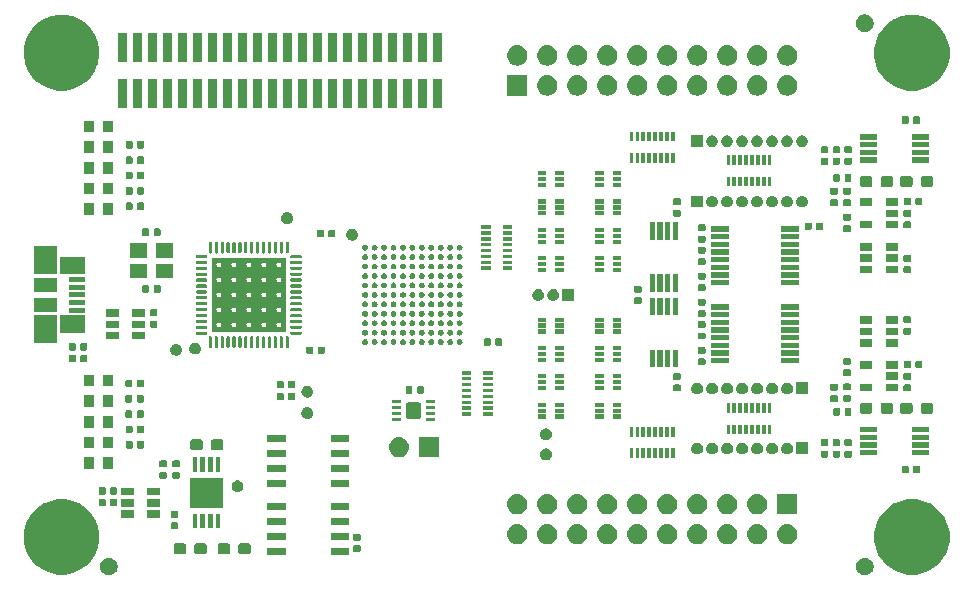
<source format=gts>
G04 #@! TF.GenerationSoftware,KiCad,Pcbnew,5.0.1*
G04 #@! TF.CreationDate,2019-03-29T02:42:59+09:00*
G04 #@! TF.ProjectId,glasgow,676C6173676F772E6B696361645F7063,rev?*
G04 #@! TF.SameCoordinates,Original*
G04 #@! TF.FileFunction,Soldermask,Top*
G04 #@! TF.FilePolarity,Negative*
%FSLAX46Y46*%
G04 Gerber Fmt 4.6, Leading zero omitted, Abs format (unit mm)*
G04 Created by KiCad (PCBNEW 5.0.1) date 2019-03-29T02:42:59 JST*
%MOMM*%
%LPD*%
G01*
G04 APERTURE LIST*
%ADD10C,0.200000*%
%ADD11C,0.863600*%
%ADD12C,0.100000*%
G04 APERTURE END LIST*
D10*
G04 #@! TO.C,U1*
X70150000Y-95500000D02*
G75*
G03X70150000Y-95500000I-300000J0D01*
G01*
D11*
X67945000Y-92960000D02*
X67945000Y-98040000D01*
X69215000Y-92960000D02*
X69215000Y-98040000D01*
X70485000Y-92960000D02*
X70485000Y-98040000D01*
X71755000Y-92960000D02*
X71755000Y-98040000D01*
X67310000Y-97405000D02*
X72390000Y-97405000D01*
X67310000Y-96135000D02*
X72390000Y-96135000D01*
X67310000Y-94865000D02*
X72390000Y-94865000D01*
X67310000Y-93595000D02*
X72390000Y-93595000D01*
D12*
G36*
X72960000Y-92390000D02*
X72960000Y-92750000D01*
X66740000Y-92750000D01*
X66740000Y-92390000D01*
X72960000Y-92390000D01*
G37*
G36*
X66740000Y-92390000D02*
X67100000Y-92390000D01*
X67100000Y-98610000D01*
X66740000Y-98610000D01*
X66740000Y-92390000D01*
G37*
G36*
X66740000Y-98610000D02*
X66740000Y-98250000D01*
X72960000Y-98250000D01*
X72960000Y-98610000D01*
X66740000Y-98610000D01*
G37*
G36*
X72960000Y-98610000D02*
X72600000Y-98610000D01*
X72600000Y-92390000D01*
X72960000Y-92390000D01*
X72960000Y-98610000D01*
G37*
D10*
X71420000Y-95500000D02*
G75*
G03X71420000Y-95500000I-300000J0D01*
G01*
X72690000Y-95500000D02*
G75*
G03X72690000Y-95500000I-300000J0D01*
G01*
X68880000Y-95500000D02*
G75*
G03X68880000Y-95500000I-300000J0D01*
G01*
X67610000Y-95500000D02*
G75*
G03X67610000Y-95500000I-300000J0D01*
G01*
X67610000Y-94230000D02*
G75*
G03X67610000Y-94230000I-300000J0D01*
G01*
X68880000Y-94230000D02*
G75*
G03X68880000Y-94230000I-300000J0D01*
G01*
X70150000Y-94230000D02*
G75*
G03X70150000Y-94230000I-300000J0D01*
G01*
X71420000Y-94230000D02*
G75*
G03X71420000Y-94230000I-300000J0D01*
G01*
X72690000Y-94230000D02*
G75*
G03X72690000Y-94230000I-300000J0D01*
G01*
X72690000Y-92960000D02*
G75*
G03X72690000Y-92960000I-300000J0D01*
G01*
X71420000Y-92960000D02*
G75*
G03X71420000Y-92960000I-300000J0D01*
G01*
X70150000Y-92960000D02*
G75*
G03X70150000Y-92960000I-300000J0D01*
G01*
X68880000Y-92960000D02*
G75*
G03X68880000Y-92960000I-300000J0D01*
G01*
X67610000Y-92960000D02*
G75*
G03X67610000Y-92960000I-300000J0D01*
G01*
X67610000Y-96770000D02*
G75*
G03X67610000Y-96770000I-300000J0D01*
G01*
X68880000Y-96770000D02*
G75*
G03X68880000Y-96770000I-300000J0D01*
G01*
X70150000Y-96770000D02*
G75*
G03X70150000Y-96770000I-300000J0D01*
G01*
X71420000Y-96770000D02*
G75*
G03X71420000Y-96770000I-300000J0D01*
G01*
X72690000Y-96770000D02*
G75*
G03X72690000Y-96770000I-300000J0D01*
G01*
X72690000Y-98040000D02*
G75*
G03X72690000Y-98040000I-300000J0D01*
G01*
X71420000Y-98040000D02*
G75*
G03X71420000Y-98040000I-300000J0D01*
G01*
X70150000Y-98040000D02*
G75*
G03X70150000Y-98040000I-300000J0D01*
G01*
X68880000Y-98040000D02*
G75*
G03X68880000Y-98040000I-300000J0D01*
G01*
X67610000Y-98040000D02*
G75*
G03X67610000Y-98040000I-300000J0D01*
G01*
D12*
G36*
X122218763Y-117778821D02*
X122218764Y-117778821D01*
X122218767Y-117778822D01*
X122355258Y-117835359D01*
X122355260Y-117835360D01*
X122478096Y-117917436D01*
X122582564Y-118021904D01*
X122594576Y-118039881D01*
X122664641Y-118144742D01*
X122721178Y-118281233D01*
X122750000Y-118426131D01*
X122750000Y-118573869D01*
X122721178Y-118718767D01*
X122664641Y-118855258D01*
X122664640Y-118855260D01*
X122582564Y-118978096D01*
X122478096Y-119082564D01*
X122355260Y-119164640D01*
X122355259Y-119164641D01*
X122355258Y-119164641D01*
X122218767Y-119221178D01*
X122218764Y-119221179D01*
X122218763Y-119221179D01*
X122073871Y-119250000D01*
X121926129Y-119250000D01*
X121781237Y-119221179D01*
X121781236Y-119221179D01*
X121781233Y-119221178D01*
X121644742Y-119164641D01*
X121644741Y-119164641D01*
X121644740Y-119164640D01*
X121521904Y-119082564D01*
X121417436Y-118978096D01*
X121335360Y-118855260D01*
X121335359Y-118855258D01*
X121278822Y-118718767D01*
X121250000Y-118573869D01*
X121250000Y-118426131D01*
X121278822Y-118281233D01*
X121335359Y-118144742D01*
X121405425Y-118039881D01*
X121417436Y-118021904D01*
X121521904Y-117917436D01*
X121644740Y-117835360D01*
X121644742Y-117835359D01*
X121781233Y-117778822D01*
X121781236Y-117778821D01*
X121781237Y-117778821D01*
X121926129Y-117750000D01*
X122073871Y-117750000D01*
X122218763Y-117778821D01*
X122218763Y-117778821D01*
G37*
G36*
X58218763Y-117778821D02*
X58218764Y-117778821D01*
X58218767Y-117778822D01*
X58355258Y-117835359D01*
X58355260Y-117835360D01*
X58478096Y-117917436D01*
X58582564Y-118021904D01*
X58594576Y-118039881D01*
X58664641Y-118144742D01*
X58721178Y-118281233D01*
X58750000Y-118426131D01*
X58750000Y-118573869D01*
X58721178Y-118718767D01*
X58664641Y-118855258D01*
X58664640Y-118855260D01*
X58582564Y-118978096D01*
X58478096Y-119082564D01*
X58355260Y-119164640D01*
X58355259Y-119164641D01*
X58355258Y-119164641D01*
X58218767Y-119221178D01*
X58218764Y-119221179D01*
X58218763Y-119221179D01*
X58073871Y-119250000D01*
X57926129Y-119250000D01*
X57781237Y-119221179D01*
X57781236Y-119221179D01*
X57781233Y-119221178D01*
X57644742Y-119164641D01*
X57644741Y-119164641D01*
X57644740Y-119164640D01*
X57521904Y-119082564D01*
X57417436Y-118978096D01*
X57335360Y-118855260D01*
X57335359Y-118855258D01*
X57278822Y-118718767D01*
X57250000Y-118573869D01*
X57250000Y-118426131D01*
X57278822Y-118281233D01*
X57335359Y-118144742D01*
X57405425Y-118039881D01*
X57417436Y-118021904D01*
X57521904Y-117917436D01*
X57644740Y-117835360D01*
X57644742Y-117835359D01*
X57781233Y-117778822D01*
X57781236Y-117778821D01*
X57781237Y-117778821D01*
X57926129Y-117750000D01*
X58073871Y-117750000D01*
X58218763Y-117778821D01*
X58218763Y-117778821D01*
G37*
G36*
X54933402Y-112922974D02*
X54933404Y-112922975D01*
X54933405Y-112922975D01*
X55348711Y-113095000D01*
X55515770Y-113164198D01*
X56039880Y-113514397D01*
X56485603Y-113960120D01*
X56761070Y-114372385D01*
X56835803Y-114484232D01*
X57069517Y-115048468D01*
X57077026Y-115066598D01*
X57200000Y-115684825D01*
X57200000Y-116315175D01*
X57077026Y-116933402D01*
X57077025Y-116933405D01*
X56840263Y-117505000D01*
X56835802Y-117515770D01*
X56485603Y-118039880D01*
X56039880Y-118485603D01*
X55515770Y-118835802D01*
X55515769Y-118835803D01*
X55515768Y-118835803D01*
X54933405Y-119077025D01*
X54933404Y-119077025D01*
X54933402Y-119077026D01*
X54315175Y-119200000D01*
X53684825Y-119200000D01*
X53066598Y-119077026D01*
X53066596Y-119077025D01*
X53066595Y-119077025D01*
X52484232Y-118835803D01*
X52484231Y-118835803D01*
X52484230Y-118835802D01*
X51960120Y-118485603D01*
X51514397Y-118039880D01*
X51164198Y-117515770D01*
X51159737Y-117505000D01*
X50922975Y-116933405D01*
X50922974Y-116933402D01*
X50800000Y-116315175D01*
X50800000Y-115684825D01*
X50922974Y-115066598D01*
X50930484Y-115048468D01*
X51164197Y-114484232D01*
X51238931Y-114372385D01*
X51514397Y-113960120D01*
X51960120Y-113514397D01*
X52484230Y-113164198D01*
X52651289Y-113095000D01*
X53066595Y-112922975D01*
X53066596Y-112922975D01*
X53066598Y-112922974D01*
X53684825Y-112800000D01*
X54315175Y-112800000D01*
X54933402Y-112922974D01*
X54933402Y-112922974D01*
G37*
G36*
X126933402Y-112922974D02*
X126933404Y-112922975D01*
X126933405Y-112922975D01*
X127348711Y-113095000D01*
X127515770Y-113164198D01*
X128039880Y-113514397D01*
X128485603Y-113960120D01*
X128761070Y-114372385D01*
X128835803Y-114484232D01*
X129069517Y-115048468D01*
X129077026Y-115066598D01*
X129200000Y-115684825D01*
X129200000Y-116315175D01*
X129077026Y-116933402D01*
X129077025Y-116933405D01*
X128840263Y-117505000D01*
X128835802Y-117515770D01*
X128485603Y-118039880D01*
X128039880Y-118485603D01*
X127515770Y-118835802D01*
X127515769Y-118835803D01*
X127515768Y-118835803D01*
X126933405Y-119077025D01*
X126933404Y-119077025D01*
X126933402Y-119077026D01*
X126315175Y-119200000D01*
X125684825Y-119200000D01*
X125066598Y-119077026D01*
X125066596Y-119077025D01*
X125066595Y-119077025D01*
X124484232Y-118835803D01*
X124484231Y-118835803D01*
X124484230Y-118835802D01*
X123960120Y-118485603D01*
X123514397Y-118039880D01*
X123164198Y-117515770D01*
X123159737Y-117505000D01*
X122922975Y-116933405D01*
X122922974Y-116933402D01*
X122800000Y-116315175D01*
X122800000Y-115684825D01*
X122922974Y-115066598D01*
X122930484Y-115048468D01*
X123164197Y-114484232D01*
X123238931Y-114372385D01*
X123514397Y-113960120D01*
X123960120Y-113514397D01*
X124484230Y-113164198D01*
X124651289Y-113095000D01*
X125066595Y-112922975D01*
X125066596Y-112922975D01*
X125066598Y-112922974D01*
X125684825Y-112800000D01*
X126315175Y-112800000D01*
X126933402Y-112922974D01*
X126933402Y-112922974D01*
G37*
G36*
X72975000Y-117505000D02*
X71425000Y-117505000D01*
X71425000Y-116905000D01*
X72975000Y-116905000D01*
X72975000Y-117505000D01*
X72975000Y-117505000D01*
G37*
G36*
X78375000Y-117505000D02*
X76825000Y-117505000D01*
X76825000Y-116905000D01*
X78375000Y-116905000D01*
X78375000Y-117505000D01*
X78375000Y-117505000D01*
G37*
G36*
X66114403Y-116529345D02*
X66154693Y-116541566D01*
X66191825Y-116561414D01*
X66224374Y-116588126D01*
X66251086Y-116620675D01*
X66270934Y-116657807D01*
X66283155Y-116698097D01*
X66287500Y-116742208D01*
X66287500Y-117257792D01*
X66283155Y-117301903D01*
X66270934Y-117342193D01*
X66251086Y-117379325D01*
X66224374Y-117411874D01*
X66191825Y-117438586D01*
X66154693Y-117458434D01*
X66114403Y-117470655D01*
X66070292Y-117475000D01*
X65454708Y-117475000D01*
X65410597Y-117470655D01*
X65370307Y-117458434D01*
X65333175Y-117438586D01*
X65300626Y-117411874D01*
X65273914Y-117379325D01*
X65254066Y-117342193D01*
X65241845Y-117301903D01*
X65237500Y-117257792D01*
X65237500Y-116742208D01*
X65241845Y-116698097D01*
X65254066Y-116657807D01*
X65273914Y-116620675D01*
X65300626Y-116588126D01*
X65333175Y-116561414D01*
X65370307Y-116541566D01*
X65410597Y-116529345D01*
X65454708Y-116525000D01*
X66070292Y-116525000D01*
X66114403Y-116529345D01*
X66114403Y-116529345D01*
G37*
G36*
X64364403Y-116529345D02*
X64404693Y-116541566D01*
X64441825Y-116561414D01*
X64474374Y-116588126D01*
X64501086Y-116620675D01*
X64520934Y-116657807D01*
X64533155Y-116698097D01*
X64537500Y-116742208D01*
X64537500Y-117257792D01*
X64533155Y-117301903D01*
X64520934Y-117342193D01*
X64501086Y-117379325D01*
X64474374Y-117411874D01*
X64441825Y-117438586D01*
X64404693Y-117458434D01*
X64364403Y-117470655D01*
X64320292Y-117475000D01*
X63704708Y-117475000D01*
X63660597Y-117470655D01*
X63620307Y-117458434D01*
X63583175Y-117438586D01*
X63550626Y-117411874D01*
X63523914Y-117379325D01*
X63504066Y-117342193D01*
X63491845Y-117301903D01*
X63487500Y-117257792D01*
X63487500Y-116742208D01*
X63491845Y-116698097D01*
X63504066Y-116657807D01*
X63523914Y-116620675D01*
X63550626Y-116588126D01*
X63583175Y-116561414D01*
X63620307Y-116541566D01*
X63660597Y-116529345D01*
X63704708Y-116525000D01*
X64320292Y-116525000D01*
X64364403Y-116529345D01*
X64364403Y-116529345D01*
G37*
G36*
X69839403Y-116529345D02*
X69879693Y-116541566D01*
X69916825Y-116561414D01*
X69949374Y-116588126D01*
X69976086Y-116620675D01*
X69995934Y-116657807D01*
X70008155Y-116698097D01*
X70012500Y-116742208D01*
X70012500Y-117257792D01*
X70008155Y-117301903D01*
X69995934Y-117342193D01*
X69976086Y-117379325D01*
X69949374Y-117411874D01*
X69916825Y-117438586D01*
X69879693Y-117458434D01*
X69839403Y-117470655D01*
X69795292Y-117475000D01*
X69179708Y-117475000D01*
X69135597Y-117470655D01*
X69095307Y-117458434D01*
X69058175Y-117438586D01*
X69025626Y-117411874D01*
X68998914Y-117379325D01*
X68979066Y-117342193D01*
X68966845Y-117301903D01*
X68962500Y-117257792D01*
X68962500Y-116742208D01*
X68966845Y-116698097D01*
X68979066Y-116657807D01*
X68998914Y-116620675D01*
X69025626Y-116588126D01*
X69058175Y-116561414D01*
X69095307Y-116541566D01*
X69135597Y-116529345D01*
X69179708Y-116525000D01*
X69795292Y-116525000D01*
X69839403Y-116529345D01*
X69839403Y-116529345D01*
G37*
G36*
X68089403Y-116529345D02*
X68129693Y-116541566D01*
X68166825Y-116561414D01*
X68199374Y-116588126D01*
X68226086Y-116620675D01*
X68245934Y-116657807D01*
X68258155Y-116698097D01*
X68262500Y-116742208D01*
X68262500Y-117257792D01*
X68258155Y-117301903D01*
X68245934Y-117342193D01*
X68226086Y-117379325D01*
X68199374Y-117411874D01*
X68166825Y-117438586D01*
X68129693Y-117458434D01*
X68089403Y-117470655D01*
X68045292Y-117475000D01*
X67429708Y-117475000D01*
X67385597Y-117470655D01*
X67345307Y-117458434D01*
X67308175Y-117438586D01*
X67275626Y-117411874D01*
X67248914Y-117379325D01*
X67229066Y-117342193D01*
X67216845Y-117301903D01*
X67212500Y-117257792D01*
X67212500Y-116742208D01*
X67216845Y-116698097D01*
X67229066Y-116657807D01*
X67248914Y-116620675D01*
X67275626Y-116588126D01*
X67308175Y-116561414D01*
X67345307Y-116541566D01*
X67385597Y-116529345D01*
X67429708Y-116525000D01*
X68045292Y-116525000D01*
X68089403Y-116529345D01*
X68089403Y-116529345D01*
G37*
G36*
X79219340Y-116692615D02*
X79242756Y-116699718D01*
X79264325Y-116711246D01*
X79283234Y-116726766D01*
X79298754Y-116745675D01*
X79310282Y-116767244D01*
X79317385Y-116790660D01*
X79320000Y-116817208D01*
X79320000Y-117152792D01*
X79317385Y-117179340D01*
X79310282Y-117202756D01*
X79298754Y-117224325D01*
X79283234Y-117243234D01*
X79264325Y-117258754D01*
X79242756Y-117270282D01*
X79219340Y-117277385D01*
X79192792Y-117280000D01*
X78807208Y-117280000D01*
X78780660Y-117277385D01*
X78757244Y-117270282D01*
X78735675Y-117258754D01*
X78716766Y-117243234D01*
X78701246Y-117224325D01*
X78689718Y-117202756D01*
X78682615Y-117179340D01*
X78680000Y-117152792D01*
X78680000Y-116817208D01*
X78682615Y-116790660D01*
X78689718Y-116767244D01*
X78701246Y-116745675D01*
X78716766Y-116726766D01*
X78735675Y-116711246D01*
X78757244Y-116699718D01*
X78780660Y-116692615D01*
X78807208Y-116690000D01*
X79192792Y-116690000D01*
X79219340Y-116692615D01*
X79219340Y-116692615D01*
G37*
G36*
X113059295Y-114918896D02*
X113222084Y-114968278D01*
X113372112Y-115048469D01*
X113503612Y-115156388D01*
X113611531Y-115287888D01*
X113611532Y-115287890D01*
X113691722Y-115437916D01*
X113741104Y-115600705D01*
X113757779Y-115770000D01*
X113741104Y-115939295D01*
X113691722Y-116102084D01*
X113611531Y-116252112D01*
X113503612Y-116383612D01*
X113372112Y-116491531D01*
X113278502Y-116541566D01*
X113222084Y-116571722D01*
X113059295Y-116621104D01*
X112932425Y-116633600D01*
X112847575Y-116633600D01*
X112720705Y-116621104D01*
X112557916Y-116571722D01*
X112501498Y-116541566D01*
X112407888Y-116491531D01*
X112276388Y-116383612D01*
X112168469Y-116252112D01*
X112088278Y-116102084D01*
X112038896Y-115939295D01*
X112022221Y-115770000D01*
X112038896Y-115600705D01*
X112088278Y-115437916D01*
X112168468Y-115287890D01*
X112168469Y-115287888D01*
X112276388Y-115156388D01*
X112407888Y-115048469D01*
X112557916Y-114968278D01*
X112720705Y-114918896D01*
X112847575Y-114906400D01*
X112932425Y-114906400D01*
X113059295Y-114918896D01*
X113059295Y-114918896D01*
G37*
G36*
X115599295Y-114918896D02*
X115762084Y-114968278D01*
X115912112Y-115048469D01*
X116043612Y-115156388D01*
X116151531Y-115287888D01*
X116151532Y-115287890D01*
X116231722Y-115437916D01*
X116281104Y-115600705D01*
X116297779Y-115770000D01*
X116281104Y-115939295D01*
X116231722Y-116102084D01*
X116151531Y-116252112D01*
X116043612Y-116383612D01*
X115912112Y-116491531D01*
X115818502Y-116541566D01*
X115762084Y-116571722D01*
X115599295Y-116621104D01*
X115472425Y-116633600D01*
X115387575Y-116633600D01*
X115260705Y-116621104D01*
X115097916Y-116571722D01*
X115041498Y-116541566D01*
X114947888Y-116491531D01*
X114816388Y-116383612D01*
X114708469Y-116252112D01*
X114628278Y-116102084D01*
X114578896Y-115939295D01*
X114562221Y-115770000D01*
X114578896Y-115600705D01*
X114628278Y-115437916D01*
X114708468Y-115287890D01*
X114708469Y-115287888D01*
X114816388Y-115156388D01*
X114947888Y-115048469D01*
X115097916Y-114968278D01*
X115260705Y-114918896D01*
X115387575Y-114906400D01*
X115472425Y-114906400D01*
X115599295Y-114918896D01*
X115599295Y-114918896D01*
G37*
G36*
X110519295Y-114918896D02*
X110682084Y-114968278D01*
X110832112Y-115048469D01*
X110963612Y-115156388D01*
X111071531Y-115287888D01*
X111071532Y-115287890D01*
X111151722Y-115437916D01*
X111201104Y-115600705D01*
X111217779Y-115770000D01*
X111201104Y-115939295D01*
X111151722Y-116102084D01*
X111071531Y-116252112D01*
X110963612Y-116383612D01*
X110832112Y-116491531D01*
X110738502Y-116541566D01*
X110682084Y-116571722D01*
X110519295Y-116621104D01*
X110392425Y-116633600D01*
X110307575Y-116633600D01*
X110180705Y-116621104D01*
X110017916Y-116571722D01*
X109961498Y-116541566D01*
X109867888Y-116491531D01*
X109736388Y-116383612D01*
X109628469Y-116252112D01*
X109548278Y-116102084D01*
X109498896Y-115939295D01*
X109482221Y-115770000D01*
X109498896Y-115600705D01*
X109548278Y-115437916D01*
X109628468Y-115287890D01*
X109628469Y-115287888D01*
X109736388Y-115156388D01*
X109867888Y-115048469D01*
X110017916Y-114968278D01*
X110180705Y-114918896D01*
X110307575Y-114906400D01*
X110392425Y-114906400D01*
X110519295Y-114918896D01*
X110519295Y-114918896D01*
G37*
G36*
X107979295Y-114918896D02*
X108142084Y-114968278D01*
X108292112Y-115048469D01*
X108423612Y-115156388D01*
X108531531Y-115287888D01*
X108531532Y-115287890D01*
X108611722Y-115437916D01*
X108661104Y-115600705D01*
X108677779Y-115770000D01*
X108661104Y-115939295D01*
X108611722Y-116102084D01*
X108531531Y-116252112D01*
X108423612Y-116383612D01*
X108292112Y-116491531D01*
X108198502Y-116541566D01*
X108142084Y-116571722D01*
X107979295Y-116621104D01*
X107852425Y-116633600D01*
X107767575Y-116633600D01*
X107640705Y-116621104D01*
X107477916Y-116571722D01*
X107421498Y-116541566D01*
X107327888Y-116491531D01*
X107196388Y-116383612D01*
X107088469Y-116252112D01*
X107008278Y-116102084D01*
X106958896Y-115939295D01*
X106942221Y-115770000D01*
X106958896Y-115600705D01*
X107008278Y-115437916D01*
X107088468Y-115287890D01*
X107088469Y-115287888D01*
X107196388Y-115156388D01*
X107327888Y-115048469D01*
X107477916Y-114968278D01*
X107640705Y-114918896D01*
X107767575Y-114906400D01*
X107852425Y-114906400D01*
X107979295Y-114918896D01*
X107979295Y-114918896D01*
G37*
G36*
X105439295Y-114918896D02*
X105602084Y-114968278D01*
X105752112Y-115048469D01*
X105883612Y-115156388D01*
X105991531Y-115287888D01*
X105991532Y-115287890D01*
X106071722Y-115437916D01*
X106121104Y-115600705D01*
X106137779Y-115770000D01*
X106121104Y-115939295D01*
X106071722Y-116102084D01*
X105991531Y-116252112D01*
X105883612Y-116383612D01*
X105752112Y-116491531D01*
X105658502Y-116541566D01*
X105602084Y-116571722D01*
X105439295Y-116621104D01*
X105312425Y-116633600D01*
X105227575Y-116633600D01*
X105100705Y-116621104D01*
X104937916Y-116571722D01*
X104881498Y-116541566D01*
X104787888Y-116491531D01*
X104656388Y-116383612D01*
X104548469Y-116252112D01*
X104468278Y-116102084D01*
X104418896Y-115939295D01*
X104402221Y-115770000D01*
X104418896Y-115600705D01*
X104468278Y-115437916D01*
X104548468Y-115287890D01*
X104548469Y-115287888D01*
X104656388Y-115156388D01*
X104787888Y-115048469D01*
X104937916Y-114968278D01*
X105100705Y-114918896D01*
X105227575Y-114906400D01*
X105312425Y-114906400D01*
X105439295Y-114918896D01*
X105439295Y-114918896D01*
G37*
G36*
X102899295Y-114918896D02*
X103062084Y-114968278D01*
X103212112Y-115048469D01*
X103343612Y-115156388D01*
X103451531Y-115287888D01*
X103451532Y-115287890D01*
X103531722Y-115437916D01*
X103581104Y-115600705D01*
X103597779Y-115770000D01*
X103581104Y-115939295D01*
X103531722Y-116102084D01*
X103451531Y-116252112D01*
X103343612Y-116383612D01*
X103212112Y-116491531D01*
X103118502Y-116541566D01*
X103062084Y-116571722D01*
X102899295Y-116621104D01*
X102772425Y-116633600D01*
X102687575Y-116633600D01*
X102560705Y-116621104D01*
X102397916Y-116571722D01*
X102341498Y-116541566D01*
X102247888Y-116491531D01*
X102116388Y-116383612D01*
X102008469Y-116252112D01*
X101928278Y-116102084D01*
X101878896Y-115939295D01*
X101862221Y-115770000D01*
X101878896Y-115600705D01*
X101928278Y-115437916D01*
X102008468Y-115287890D01*
X102008469Y-115287888D01*
X102116388Y-115156388D01*
X102247888Y-115048469D01*
X102397916Y-114968278D01*
X102560705Y-114918896D01*
X102687575Y-114906400D01*
X102772425Y-114906400D01*
X102899295Y-114918896D01*
X102899295Y-114918896D01*
G37*
G36*
X100359295Y-114918896D02*
X100522084Y-114968278D01*
X100672112Y-115048469D01*
X100803612Y-115156388D01*
X100911531Y-115287888D01*
X100911532Y-115287890D01*
X100991722Y-115437916D01*
X101041104Y-115600705D01*
X101057779Y-115770000D01*
X101041104Y-115939295D01*
X100991722Y-116102084D01*
X100911531Y-116252112D01*
X100803612Y-116383612D01*
X100672112Y-116491531D01*
X100578502Y-116541566D01*
X100522084Y-116571722D01*
X100359295Y-116621104D01*
X100232425Y-116633600D01*
X100147575Y-116633600D01*
X100020705Y-116621104D01*
X99857916Y-116571722D01*
X99801498Y-116541566D01*
X99707888Y-116491531D01*
X99576388Y-116383612D01*
X99468469Y-116252112D01*
X99388278Y-116102084D01*
X99338896Y-115939295D01*
X99322221Y-115770000D01*
X99338896Y-115600705D01*
X99388278Y-115437916D01*
X99468468Y-115287890D01*
X99468469Y-115287888D01*
X99576388Y-115156388D01*
X99707888Y-115048469D01*
X99857916Y-114968278D01*
X100020705Y-114918896D01*
X100147575Y-114906400D01*
X100232425Y-114906400D01*
X100359295Y-114918896D01*
X100359295Y-114918896D01*
G37*
G36*
X97819295Y-114918896D02*
X97982084Y-114968278D01*
X98132112Y-115048469D01*
X98263612Y-115156388D01*
X98371531Y-115287888D01*
X98371532Y-115287890D01*
X98451722Y-115437916D01*
X98501104Y-115600705D01*
X98517779Y-115770000D01*
X98501104Y-115939295D01*
X98451722Y-116102084D01*
X98371531Y-116252112D01*
X98263612Y-116383612D01*
X98132112Y-116491531D01*
X98038502Y-116541566D01*
X97982084Y-116571722D01*
X97819295Y-116621104D01*
X97692425Y-116633600D01*
X97607575Y-116633600D01*
X97480705Y-116621104D01*
X97317916Y-116571722D01*
X97261498Y-116541566D01*
X97167888Y-116491531D01*
X97036388Y-116383612D01*
X96928469Y-116252112D01*
X96848278Y-116102084D01*
X96798896Y-115939295D01*
X96782221Y-115770000D01*
X96798896Y-115600705D01*
X96848278Y-115437916D01*
X96928468Y-115287890D01*
X96928469Y-115287888D01*
X97036388Y-115156388D01*
X97167888Y-115048469D01*
X97317916Y-114968278D01*
X97480705Y-114918896D01*
X97607575Y-114906400D01*
X97692425Y-114906400D01*
X97819295Y-114918896D01*
X97819295Y-114918896D01*
G37*
G36*
X95279295Y-114918896D02*
X95442084Y-114968278D01*
X95592112Y-115048469D01*
X95723612Y-115156388D01*
X95831531Y-115287888D01*
X95831532Y-115287890D01*
X95911722Y-115437916D01*
X95961104Y-115600705D01*
X95977779Y-115770000D01*
X95961104Y-115939295D01*
X95911722Y-116102084D01*
X95831531Y-116252112D01*
X95723612Y-116383612D01*
X95592112Y-116491531D01*
X95498502Y-116541566D01*
X95442084Y-116571722D01*
X95279295Y-116621104D01*
X95152425Y-116633600D01*
X95067575Y-116633600D01*
X94940705Y-116621104D01*
X94777916Y-116571722D01*
X94721498Y-116541566D01*
X94627888Y-116491531D01*
X94496388Y-116383612D01*
X94388469Y-116252112D01*
X94308278Y-116102084D01*
X94258896Y-115939295D01*
X94242221Y-115770000D01*
X94258896Y-115600705D01*
X94308278Y-115437916D01*
X94388468Y-115287890D01*
X94388469Y-115287888D01*
X94496388Y-115156388D01*
X94627888Y-115048469D01*
X94777916Y-114968278D01*
X94940705Y-114918896D01*
X95067575Y-114906400D01*
X95152425Y-114906400D01*
X95279295Y-114918896D01*
X95279295Y-114918896D01*
G37*
G36*
X92739295Y-114918896D02*
X92902084Y-114968278D01*
X93052112Y-115048469D01*
X93183612Y-115156388D01*
X93291531Y-115287888D01*
X93291532Y-115287890D01*
X93371722Y-115437916D01*
X93421104Y-115600705D01*
X93437779Y-115770000D01*
X93421104Y-115939295D01*
X93371722Y-116102084D01*
X93291531Y-116252112D01*
X93183612Y-116383612D01*
X93052112Y-116491531D01*
X92958502Y-116541566D01*
X92902084Y-116571722D01*
X92739295Y-116621104D01*
X92612425Y-116633600D01*
X92527575Y-116633600D01*
X92400705Y-116621104D01*
X92237916Y-116571722D01*
X92181498Y-116541566D01*
X92087888Y-116491531D01*
X91956388Y-116383612D01*
X91848469Y-116252112D01*
X91768278Y-116102084D01*
X91718896Y-115939295D01*
X91702221Y-115770000D01*
X91718896Y-115600705D01*
X91768278Y-115437916D01*
X91848468Y-115287890D01*
X91848469Y-115287888D01*
X91956388Y-115156388D01*
X92087888Y-115048469D01*
X92237916Y-114968278D01*
X92400705Y-114918896D01*
X92527575Y-114906400D01*
X92612425Y-114906400D01*
X92739295Y-114918896D01*
X92739295Y-114918896D01*
G37*
G36*
X79219340Y-115722615D02*
X79242756Y-115729718D01*
X79264325Y-115741246D01*
X79283234Y-115756766D01*
X79298754Y-115775675D01*
X79310282Y-115797244D01*
X79317385Y-115820660D01*
X79320000Y-115847208D01*
X79320000Y-116182792D01*
X79317385Y-116209340D01*
X79310282Y-116232756D01*
X79298754Y-116254325D01*
X79283234Y-116273234D01*
X79264325Y-116288754D01*
X79242756Y-116300282D01*
X79219340Y-116307385D01*
X79192792Y-116310000D01*
X78807208Y-116310000D01*
X78780660Y-116307385D01*
X78757244Y-116300282D01*
X78735675Y-116288754D01*
X78716766Y-116273234D01*
X78701246Y-116254325D01*
X78689718Y-116232756D01*
X78682615Y-116209340D01*
X78680000Y-116182792D01*
X78680000Y-115847208D01*
X78682615Y-115820660D01*
X78689718Y-115797244D01*
X78701246Y-115775675D01*
X78716766Y-115756766D01*
X78735675Y-115741246D01*
X78757244Y-115729718D01*
X78780660Y-115722615D01*
X78807208Y-115720000D01*
X79192792Y-115720000D01*
X79219340Y-115722615D01*
X79219340Y-115722615D01*
G37*
G36*
X78375000Y-116235000D02*
X76825000Y-116235000D01*
X76825000Y-115635000D01*
X78375000Y-115635000D01*
X78375000Y-116235000D01*
X78375000Y-116235000D01*
G37*
G36*
X72975000Y-116235000D02*
X71425000Y-116235000D01*
X71425000Y-115635000D01*
X72975000Y-115635000D01*
X72975000Y-116235000D01*
X72975000Y-116235000D01*
G37*
G36*
X63769340Y-114757615D02*
X63792756Y-114764718D01*
X63814325Y-114776246D01*
X63833234Y-114791766D01*
X63848754Y-114810675D01*
X63860282Y-114832244D01*
X63867385Y-114855660D01*
X63870000Y-114882208D01*
X63870000Y-115217792D01*
X63867385Y-115244340D01*
X63860282Y-115267756D01*
X63848754Y-115289325D01*
X63833234Y-115308234D01*
X63814325Y-115323754D01*
X63792756Y-115335282D01*
X63769340Y-115342385D01*
X63742792Y-115345000D01*
X63357208Y-115345000D01*
X63330660Y-115342385D01*
X63307244Y-115335282D01*
X63285675Y-115323754D01*
X63266766Y-115308234D01*
X63251246Y-115289325D01*
X63239718Y-115267756D01*
X63232615Y-115244340D01*
X63230000Y-115217792D01*
X63230000Y-114882208D01*
X63232615Y-114855660D01*
X63239718Y-114832244D01*
X63251246Y-114810675D01*
X63266766Y-114791766D01*
X63285675Y-114776246D01*
X63307244Y-114764718D01*
X63330660Y-114757615D01*
X63357208Y-114755000D01*
X63742792Y-114755000D01*
X63769340Y-114757615D01*
X63769340Y-114757615D01*
G37*
G36*
X67441581Y-115280000D02*
X67041581Y-115280000D01*
X67041581Y-114020000D01*
X67441581Y-114020000D01*
X67441581Y-115280000D01*
X67441581Y-115280000D01*
G37*
G36*
X66791581Y-115280000D02*
X66391581Y-115280000D01*
X66391581Y-114020000D01*
X66791581Y-114020000D01*
X66791581Y-115280000D01*
X66791581Y-115280000D01*
G37*
G36*
X66141581Y-115280000D02*
X65741581Y-115280000D01*
X65741581Y-114020000D01*
X66141581Y-114020000D01*
X66141581Y-115280000D01*
X66141581Y-115280000D01*
G37*
G36*
X65491581Y-115280000D02*
X65091581Y-115280000D01*
X65091581Y-114020000D01*
X65491581Y-114020000D01*
X65491581Y-115280000D01*
X65491581Y-115280000D01*
G37*
G36*
X78375000Y-114965000D02*
X76825000Y-114965000D01*
X76825000Y-114365000D01*
X78375000Y-114365000D01*
X78375000Y-114965000D01*
X78375000Y-114965000D01*
G37*
G36*
X72975000Y-114965000D02*
X71425000Y-114965000D01*
X71425000Y-114365000D01*
X72975000Y-114365000D01*
X72975000Y-114965000D01*
X72975000Y-114965000D01*
G37*
G36*
X62330000Y-114375000D02*
X61270000Y-114375000D01*
X61270000Y-113725000D01*
X62330000Y-113725000D01*
X62330000Y-114375000D01*
X62330000Y-114375000D01*
G37*
G36*
X60130000Y-114375000D02*
X59070000Y-114375000D01*
X59070000Y-113725000D01*
X60130000Y-113725000D01*
X60130000Y-114375000D01*
X60130000Y-114375000D01*
G37*
G36*
X63769340Y-113787615D02*
X63792756Y-113794718D01*
X63814325Y-113806246D01*
X63833234Y-113821766D01*
X63848754Y-113840675D01*
X63860282Y-113862244D01*
X63867385Y-113885660D01*
X63870000Y-113912208D01*
X63870000Y-114247792D01*
X63867385Y-114274340D01*
X63860282Y-114297756D01*
X63848754Y-114319325D01*
X63833234Y-114338234D01*
X63814325Y-114353754D01*
X63792756Y-114365282D01*
X63769340Y-114372385D01*
X63742792Y-114375000D01*
X63357208Y-114375000D01*
X63330660Y-114372385D01*
X63307244Y-114365282D01*
X63285675Y-114353754D01*
X63266766Y-114338234D01*
X63251246Y-114319325D01*
X63239718Y-114297756D01*
X63232615Y-114274340D01*
X63230000Y-114247792D01*
X63230000Y-113912208D01*
X63232615Y-113885660D01*
X63239718Y-113862244D01*
X63251246Y-113840675D01*
X63266766Y-113821766D01*
X63285675Y-113806246D01*
X63307244Y-113794718D01*
X63330660Y-113787615D01*
X63357208Y-113785000D01*
X63742792Y-113785000D01*
X63769340Y-113787615D01*
X63769340Y-113787615D01*
G37*
G36*
X107979295Y-112378896D02*
X108142084Y-112428278D01*
X108292112Y-112508469D01*
X108423612Y-112616388D01*
X108531531Y-112747888D01*
X108559385Y-112800000D01*
X108611722Y-112897916D01*
X108661104Y-113060705D01*
X108677779Y-113230000D01*
X108668979Y-113319340D01*
X108661104Y-113399295D01*
X108611722Y-113562084D01*
X108531531Y-113712112D01*
X108423612Y-113843612D01*
X108292112Y-113951531D01*
X108292110Y-113951532D01*
X108142084Y-114031722D01*
X107979295Y-114081104D01*
X107852425Y-114093600D01*
X107767575Y-114093600D01*
X107640705Y-114081104D01*
X107477916Y-114031722D01*
X107327890Y-113951532D01*
X107327888Y-113951531D01*
X107196388Y-113843612D01*
X107088469Y-113712112D01*
X107008278Y-113562084D01*
X106958896Y-113399295D01*
X106951021Y-113319340D01*
X106942221Y-113230000D01*
X106958896Y-113060705D01*
X107008278Y-112897916D01*
X107060615Y-112800000D01*
X107088469Y-112747888D01*
X107196388Y-112616388D01*
X107327888Y-112508469D01*
X107477916Y-112428278D01*
X107640705Y-112378896D01*
X107767575Y-112366400D01*
X107852425Y-112366400D01*
X107979295Y-112378896D01*
X107979295Y-112378896D01*
G37*
G36*
X113059295Y-112378896D02*
X113222084Y-112428278D01*
X113372112Y-112508469D01*
X113503612Y-112616388D01*
X113611531Y-112747888D01*
X113639385Y-112800000D01*
X113691722Y-112897916D01*
X113741104Y-113060705D01*
X113757779Y-113230000D01*
X113748979Y-113319340D01*
X113741104Y-113399295D01*
X113691722Y-113562084D01*
X113611531Y-113712112D01*
X113503612Y-113843612D01*
X113372112Y-113951531D01*
X113372110Y-113951532D01*
X113222084Y-114031722D01*
X113059295Y-114081104D01*
X112932425Y-114093600D01*
X112847575Y-114093600D01*
X112720705Y-114081104D01*
X112557916Y-114031722D01*
X112407890Y-113951532D01*
X112407888Y-113951531D01*
X112276388Y-113843612D01*
X112168469Y-113712112D01*
X112088278Y-113562084D01*
X112038896Y-113399295D01*
X112031021Y-113319340D01*
X112022221Y-113230000D01*
X112038896Y-113060705D01*
X112088278Y-112897916D01*
X112140615Y-112800000D01*
X112168469Y-112747888D01*
X112276388Y-112616388D01*
X112407888Y-112508469D01*
X112557916Y-112428278D01*
X112720705Y-112378896D01*
X112847575Y-112366400D01*
X112932425Y-112366400D01*
X113059295Y-112378896D01*
X113059295Y-112378896D01*
G37*
G36*
X110519295Y-112378896D02*
X110682084Y-112428278D01*
X110832112Y-112508469D01*
X110963612Y-112616388D01*
X111071531Y-112747888D01*
X111099385Y-112800000D01*
X111151722Y-112897916D01*
X111201104Y-113060705D01*
X111217779Y-113230000D01*
X111208979Y-113319340D01*
X111201104Y-113399295D01*
X111151722Y-113562084D01*
X111071531Y-113712112D01*
X110963612Y-113843612D01*
X110832112Y-113951531D01*
X110832110Y-113951532D01*
X110682084Y-114031722D01*
X110519295Y-114081104D01*
X110392425Y-114093600D01*
X110307575Y-114093600D01*
X110180705Y-114081104D01*
X110017916Y-114031722D01*
X109867890Y-113951532D01*
X109867888Y-113951531D01*
X109736388Y-113843612D01*
X109628469Y-113712112D01*
X109548278Y-113562084D01*
X109498896Y-113399295D01*
X109491021Y-113319340D01*
X109482221Y-113230000D01*
X109498896Y-113060705D01*
X109548278Y-112897916D01*
X109600615Y-112800000D01*
X109628469Y-112747888D01*
X109736388Y-112616388D01*
X109867888Y-112508469D01*
X110017916Y-112428278D01*
X110180705Y-112378896D01*
X110307575Y-112366400D01*
X110392425Y-112366400D01*
X110519295Y-112378896D01*
X110519295Y-112378896D01*
G37*
G36*
X105439295Y-112378896D02*
X105602084Y-112428278D01*
X105752112Y-112508469D01*
X105883612Y-112616388D01*
X105991531Y-112747888D01*
X106019385Y-112800000D01*
X106071722Y-112897916D01*
X106121104Y-113060705D01*
X106137779Y-113230000D01*
X106128979Y-113319340D01*
X106121104Y-113399295D01*
X106071722Y-113562084D01*
X105991531Y-113712112D01*
X105883612Y-113843612D01*
X105752112Y-113951531D01*
X105752110Y-113951532D01*
X105602084Y-114031722D01*
X105439295Y-114081104D01*
X105312425Y-114093600D01*
X105227575Y-114093600D01*
X105100705Y-114081104D01*
X104937916Y-114031722D01*
X104787890Y-113951532D01*
X104787888Y-113951531D01*
X104656388Y-113843612D01*
X104548469Y-113712112D01*
X104468278Y-113562084D01*
X104418896Y-113399295D01*
X104411021Y-113319340D01*
X104402221Y-113230000D01*
X104418896Y-113060705D01*
X104468278Y-112897916D01*
X104520615Y-112800000D01*
X104548469Y-112747888D01*
X104656388Y-112616388D01*
X104787888Y-112508469D01*
X104937916Y-112428278D01*
X105100705Y-112378896D01*
X105227575Y-112366400D01*
X105312425Y-112366400D01*
X105439295Y-112378896D01*
X105439295Y-112378896D01*
G37*
G36*
X102899295Y-112378896D02*
X103062084Y-112428278D01*
X103212112Y-112508469D01*
X103343612Y-112616388D01*
X103451531Y-112747888D01*
X103479385Y-112800000D01*
X103531722Y-112897916D01*
X103581104Y-113060705D01*
X103597779Y-113230000D01*
X103588979Y-113319340D01*
X103581104Y-113399295D01*
X103531722Y-113562084D01*
X103451531Y-113712112D01*
X103343612Y-113843612D01*
X103212112Y-113951531D01*
X103212110Y-113951532D01*
X103062084Y-114031722D01*
X102899295Y-114081104D01*
X102772425Y-114093600D01*
X102687575Y-114093600D01*
X102560705Y-114081104D01*
X102397916Y-114031722D01*
X102247890Y-113951532D01*
X102247888Y-113951531D01*
X102116388Y-113843612D01*
X102008469Y-113712112D01*
X101928278Y-113562084D01*
X101878896Y-113399295D01*
X101871021Y-113319340D01*
X101862221Y-113230000D01*
X101878896Y-113060705D01*
X101928278Y-112897916D01*
X101980615Y-112800000D01*
X102008469Y-112747888D01*
X102116388Y-112616388D01*
X102247888Y-112508469D01*
X102397916Y-112428278D01*
X102560705Y-112378896D01*
X102687575Y-112366400D01*
X102772425Y-112366400D01*
X102899295Y-112378896D01*
X102899295Y-112378896D01*
G37*
G36*
X100359295Y-112378896D02*
X100522084Y-112428278D01*
X100672112Y-112508469D01*
X100803612Y-112616388D01*
X100911531Y-112747888D01*
X100939385Y-112800000D01*
X100991722Y-112897916D01*
X101041104Y-113060705D01*
X101057779Y-113230000D01*
X101048979Y-113319340D01*
X101041104Y-113399295D01*
X100991722Y-113562084D01*
X100911531Y-113712112D01*
X100803612Y-113843612D01*
X100672112Y-113951531D01*
X100672110Y-113951532D01*
X100522084Y-114031722D01*
X100359295Y-114081104D01*
X100232425Y-114093600D01*
X100147575Y-114093600D01*
X100020705Y-114081104D01*
X99857916Y-114031722D01*
X99707890Y-113951532D01*
X99707888Y-113951531D01*
X99576388Y-113843612D01*
X99468469Y-113712112D01*
X99388278Y-113562084D01*
X99338896Y-113399295D01*
X99331021Y-113319340D01*
X99322221Y-113230000D01*
X99338896Y-113060705D01*
X99388278Y-112897916D01*
X99440615Y-112800000D01*
X99468469Y-112747888D01*
X99576388Y-112616388D01*
X99707888Y-112508469D01*
X99857916Y-112428278D01*
X100020705Y-112378896D01*
X100147575Y-112366400D01*
X100232425Y-112366400D01*
X100359295Y-112378896D01*
X100359295Y-112378896D01*
G37*
G36*
X97819295Y-112378896D02*
X97982084Y-112428278D01*
X98132112Y-112508469D01*
X98263612Y-112616388D01*
X98371531Y-112747888D01*
X98399385Y-112800000D01*
X98451722Y-112897916D01*
X98501104Y-113060705D01*
X98517779Y-113230000D01*
X98508979Y-113319340D01*
X98501104Y-113399295D01*
X98451722Y-113562084D01*
X98371531Y-113712112D01*
X98263612Y-113843612D01*
X98132112Y-113951531D01*
X98132110Y-113951532D01*
X97982084Y-114031722D01*
X97819295Y-114081104D01*
X97692425Y-114093600D01*
X97607575Y-114093600D01*
X97480705Y-114081104D01*
X97317916Y-114031722D01*
X97167890Y-113951532D01*
X97167888Y-113951531D01*
X97036388Y-113843612D01*
X96928469Y-113712112D01*
X96848278Y-113562084D01*
X96798896Y-113399295D01*
X96791021Y-113319340D01*
X96782221Y-113230000D01*
X96798896Y-113060705D01*
X96848278Y-112897916D01*
X96900615Y-112800000D01*
X96928469Y-112747888D01*
X97036388Y-112616388D01*
X97167888Y-112508469D01*
X97317916Y-112428278D01*
X97480705Y-112378896D01*
X97607575Y-112366400D01*
X97692425Y-112366400D01*
X97819295Y-112378896D01*
X97819295Y-112378896D01*
G37*
G36*
X95279295Y-112378896D02*
X95442084Y-112428278D01*
X95592112Y-112508469D01*
X95723612Y-112616388D01*
X95831531Y-112747888D01*
X95859385Y-112800000D01*
X95911722Y-112897916D01*
X95961104Y-113060705D01*
X95977779Y-113230000D01*
X95968979Y-113319340D01*
X95961104Y-113399295D01*
X95911722Y-113562084D01*
X95831531Y-113712112D01*
X95723612Y-113843612D01*
X95592112Y-113951531D01*
X95592110Y-113951532D01*
X95442084Y-114031722D01*
X95279295Y-114081104D01*
X95152425Y-114093600D01*
X95067575Y-114093600D01*
X94940705Y-114081104D01*
X94777916Y-114031722D01*
X94627890Y-113951532D01*
X94627888Y-113951531D01*
X94496388Y-113843612D01*
X94388469Y-113712112D01*
X94308278Y-113562084D01*
X94258896Y-113399295D01*
X94251021Y-113319340D01*
X94242221Y-113230000D01*
X94258896Y-113060705D01*
X94308278Y-112897916D01*
X94360615Y-112800000D01*
X94388469Y-112747888D01*
X94496388Y-112616388D01*
X94627888Y-112508469D01*
X94777916Y-112428278D01*
X94940705Y-112378896D01*
X95067575Y-112366400D01*
X95152425Y-112366400D01*
X95279295Y-112378896D01*
X95279295Y-112378896D01*
G37*
G36*
X92739295Y-112378896D02*
X92902084Y-112428278D01*
X93052112Y-112508469D01*
X93183612Y-112616388D01*
X93291531Y-112747888D01*
X93319385Y-112800000D01*
X93371722Y-112897916D01*
X93421104Y-113060705D01*
X93437779Y-113230000D01*
X93428979Y-113319340D01*
X93421104Y-113399295D01*
X93371722Y-113562084D01*
X93291531Y-113712112D01*
X93183612Y-113843612D01*
X93052112Y-113951531D01*
X93052110Y-113951532D01*
X92902084Y-114031722D01*
X92739295Y-114081104D01*
X92612425Y-114093600D01*
X92527575Y-114093600D01*
X92400705Y-114081104D01*
X92237916Y-114031722D01*
X92087890Y-113951532D01*
X92087888Y-113951531D01*
X91956388Y-113843612D01*
X91848469Y-113712112D01*
X91768278Y-113562084D01*
X91718896Y-113399295D01*
X91711021Y-113319340D01*
X91702221Y-113230000D01*
X91718896Y-113060705D01*
X91768278Y-112897916D01*
X91820615Y-112800000D01*
X91848469Y-112747888D01*
X91956388Y-112616388D01*
X92087888Y-112508469D01*
X92237916Y-112428278D01*
X92400705Y-112378896D01*
X92527575Y-112366400D01*
X92612425Y-112366400D01*
X92739295Y-112378896D01*
X92739295Y-112378896D01*
G37*
G36*
X116293600Y-114093600D02*
X114566400Y-114093600D01*
X114566400Y-112366400D01*
X116293600Y-112366400D01*
X116293600Y-114093600D01*
X116293600Y-114093600D01*
G37*
G36*
X72975000Y-113695000D02*
X71425000Y-113695000D01*
X71425000Y-113095000D01*
X72975000Y-113095000D01*
X72975000Y-113695000D01*
X72975000Y-113695000D01*
G37*
G36*
X78375000Y-113695000D02*
X76825000Y-113695000D01*
X76825000Y-113095000D01*
X78375000Y-113095000D01*
X78375000Y-113695000D01*
X78375000Y-113695000D01*
G37*
G36*
X67666581Y-113520000D02*
X64866581Y-113520000D01*
X64866581Y-110980000D01*
X67666581Y-110980000D01*
X67666581Y-113520000D01*
X67666581Y-113520000D01*
G37*
G36*
X62330000Y-113425000D02*
X61270000Y-113425000D01*
X61270000Y-112775000D01*
X62330000Y-112775000D01*
X62330000Y-113425000D01*
X62330000Y-113425000D01*
G37*
G36*
X60130000Y-113425000D02*
X59070000Y-113425000D01*
X59070000Y-112775000D01*
X60130000Y-112775000D01*
X60130000Y-113425000D01*
X60130000Y-113425000D01*
G37*
G36*
X57624340Y-112782615D02*
X57647756Y-112789718D01*
X57669325Y-112801246D01*
X57688234Y-112816766D01*
X57703754Y-112835675D01*
X57715282Y-112857244D01*
X57722385Y-112880660D01*
X57725000Y-112907208D01*
X57725000Y-113292792D01*
X57722385Y-113319340D01*
X57715282Y-113342756D01*
X57703754Y-113364325D01*
X57688234Y-113383234D01*
X57669325Y-113398754D01*
X57647756Y-113410282D01*
X57624340Y-113417385D01*
X57597792Y-113420000D01*
X57262208Y-113420000D01*
X57235660Y-113417385D01*
X57212244Y-113410282D01*
X57190675Y-113398754D01*
X57171766Y-113383234D01*
X57156246Y-113364325D01*
X57144718Y-113342756D01*
X57137615Y-113319340D01*
X57135000Y-113292792D01*
X57135000Y-112907208D01*
X57137615Y-112880660D01*
X57144718Y-112857244D01*
X57156246Y-112835675D01*
X57171766Y-112816766D01*
X57190675Y-112801246D01*
X57212244Y-112789718D01*
X57235660Y-112782615D01*
X57262208Y-112780000D01*
X57597792Y-112780000D01*
X57624340Y-112782615D01*
X57624340Y-112782615D01*
G37*
G36*
X58594340Y-112782615D02*
X58617756Y-112789718D01*
X58639325Y-112801246D01*
X58658234Y-112816766D01*
X58673754Y-112835675D01*
X58685282Y-112857244D01*
X58692385Y-112880660D01*
X58695000Y-112907208D01*
X58695000Y-113292792D01*
X58692385Y-113319340D01*
X58685282Y-113342756D01*
X58673754Y-113364325D01*
X58658234Y-113383234D01*
X58639325Y-113398754D01*
X58617756Y-113410282D01*
X58594340Y-113417385D01*
X58567792Y-113420000D01*
X58232208Y-113420000D01*
X58205660Y-113417385D01*
X58182244Y-113410282D01*
X58160675Y-113398754D01*
X58141766Y-113383234D01*
X58126246Y-113364325D01*
X58114718Y-113342756D01*
X58107615Y-113319340D01*
X58105000Y-113292792D01*
X58105000Y-112907208D01*
X58107615Y-112880660D01*
X58114718Y-112857244D01*
X58126246Y-112835675D01*
X58141766Y-112816766D01*
X58160675Y-112801246D01*
X58182244Y-112789718D01*
X58205660Y-112782615D01*
X58232208Y-112780000D01*
X58567792Y-112780000D01*
X58594340Y-112782615D01*
X58594340Y-112782615D01*
G37*
G36*
X60130000Y-112475000D02*
X59070000Y-112475000D01*
X59070000Y-111825000D01*
X60130000Y-111825000D01*
X60130000Y-112475000D01*
X60130000Y-112475000D01*
G37*
G36*
X62330000Y-112475000D02*
X61270000Y-112475000D01*
X61270000Y-111825000D01*
X62330000Y-111825000D01*
X62330000Y-112475000D01*
X62330000Y-112475000D01*
G37*
G36*
X58594340Y-111782615D02*
X58617756Y-111789718D01*
X58639325Y-111801246D01*
X58658234Y-111816766D01*
X58673754Y-111835675D01*
X58685282Y-111857244D01*
X58692385Y-111880660D01*
X58695000Y-111907208D01*
X58695000Y-112292792D01*
X58692385Y-112319340D01*
X58685282Y-112342756D01*
X58673754Y-112364325D01*
X58658234Y-112383234D01*
X58639325Y-112398754D01*
X58617756Y-112410282D01*
X58594340Y-112417385D01*
X58567792Y-112420000D01*
X58232208Y-112420000D01*
X58205660Y-112417385D01*
X58182244Y-112410282D01*
X58160675Y-112398754D01*
X58141766Y-112383234D01*
X58126246Y-112364325D01*
X58114718Y-112342756D01*
X58107615Y-112319340D01*
X58105000Y-112292792D01*
X58105000Y-111907208D01*
X58107615Y-111880660D01*
X58114718Y-111857244D01*
X58126246Y-111835675D01*
X58141766Y-111816766D01*
X58160675Y-111801246D01*
X58182244Y-111789718D01*
X58205660Y-111782615D01*
X58232208Y-111780000D01*
X58567792Y-111780000D01*
X58594340Y-111782615D01*
X58594340Y-111782615D01*
G37*
G36*
X57624340Y-111782615D02*
X57647756Y-111789718D01*
X57669325Y-111801246D01*
X57688234Y-111816766D01*
X57703754Y-111835675D01*
X57715282Y-111857244D01*
X57722385Y-111880660D01*
X57725000Y-111907208D01*
X57725000Y-112292792D01*
X57722385Y-112319340D01*
X57715282Y-112342756D01*
X57703754Y-112364325D01*
X57688234Y-112383234D01*
X57669325Y-112398754D01*
X57647756Y-112410282D01*
X57624340Y-112417385D01*
X57597792Y-112420000D01*
X57262208Y-112420000D01*
X57235660Y-112417385D01*
X57212244Y-112410282D01*
X57190675Y-112398754D01*
X57171766Y-112383234D01*
X57156246Y-112364325D01*
X57144718Y-112342756D01*
X57137615Y-112319340D01*
X57135000Y-112292792D01*
X57135000Y-111907208D01*
X57137615Y-111880660D01*
X57144718Y-111857244D01*
X57156246Y-111835675D01*
X57171766Y-111816766D01*
X57190675Y-111801246D01*
X57212244Y-111789718D01*
X57235660Y-111782615D01*
X57262208Y-111780000D01*
X57597792Y-111780000D01*
X57624340Y-111782615D01*
X57624340Y-111782615D01*
G37*
G36*
X69045841Y-111219214D02*
X69045842Y-111219214D01*
X69045845Y-111219215D01*
X69136839Y-111256906D01*
X69218731Y-111311625D01*
X69288375Y-111381269D01*
X69343094Y-111463161D01*
X69380785Y-111554155D01*
X69380786Y-111554158D01*
X69380786Y-111554159D01*
X69400000Y-111650752D01*
X69400000Y-111749248D01*
X69382808Y-111835675D01*
X69380785Y-111845845D01*
X69343094Y-111936839D01*
X69343093Y-111936840D01*
X69290296Y-112015857D01*
X69288375Y-112018731D01*
X69218731Y-112088375D01*
X69136839Y-112143094D01*
X69045845Y-112180785D01*
X69045842Y-112180786D01*
X69045841Y-112180786D01*
X68949248Y-112200000D01*
X68850752Y-112200000D01*
X68754159Y-112180786D01*
X68754158Y-112180786D01*
X68754155Y-112180785D01*
X68663161Y-112143094D01*
X68581269Y-112088375D01*
X68511625Y-112018731D01*
X68509705Y-112015857D01*
X68456907Y-111936840D01*
X68456906Y-111936839D01*
X68419215Y-111845845D01*
X68417192Y-111835675D01*
X68400000Y-111749248D01*
X68400000Y-111650752D01*
X68419214Y-111554159D01*
X68419214Y-111554158D01*
X68419215Y-111554155D01*
X68456906Y-111463161D01*
X68511625Y-111381269D01*
X68581269Y-111311625D01*
X68663161Y-111256906D01*
X68754155Y-111219215D01*
X68754158Y-111219214D01*
X68754159Y-111219214D01*
X68850752Y-111200000D01*
X68949248Y-111200000D01*
X69045841Y-111219214D01*
X69045841Y-111219214D01*
G37*
G36*
X78375000Y-111805000D02*
X76825000Y-111805000D01*
X76825000Y-111205000D01*
X78375000Y-111205000D01*
X78375000Y-111805000D01*
X78375000Y-111805000D01*
G37*
G36*
X72975000Y-111805000D02*
X71425000Y-111805000D01*
X71425000Y-111205000D01*
X72975000Y-111205000D01*
X72975000Y-111805000D01*
X72975000Y-111805000D01*
G37*
G36*
X63919340Y-110492615D02*
X63942756Y-110499718D01*
X63964325Y-110511246D01*
X63983234Y-110526766D01*
X63998754Y-110545675D01*
X64010282Y-110567244D01*
X64017385Y-110590660D01*
X64020000Y-110617208D01*
X64020000Y-110952792D01*
X64017385Y-110979340D01*
X64010282Y-111002756D01*
X63998754Y-111024325D01*
X63983234Y-111043234D01*
X63964325Y-111058754D01*
X63942756Y-111070282D01*
X63919340Y-111077385D01*
X63892792Y-111080000D01*
X63507208Y-111080000D01*
X63480660Y-111077385D01*
X63457244Y-111070282D01*
X63435675Y-111058754D01*
X63416766Y-111043234D01*
X63401246Y-111024325D01*
X63389718Y-111002756D01*
X63382615Y-110979340D01*
X63380000Y-110952792D01*
X63380000Y-110617208D01*
X63382615Y-110590660D01*
X63389718Y-110567244D01*
X63401246Y-110545675D01*
X63416766Y-110526766D01*
X63435675Y-110511246D01*
X63457244Y-110499718D01*
X63480660Y-110492615D01*
X63507208Y-110490000D01*
X63892792Y-110490000D01*
X63919340Y-110492615D01*
X63919340Y-110492615D01*
G37*
G36*
X62819340Y-110492615D02*
X62842756Y-110499718D01*
X62864325Y-110511246D01*
X62883234Y-110526766D01*
X62898754Y-110545675D01*
X62910282Y-110567244D01*
X62917385Y-110590660D01*
X62920000Y-110617208D01*
X62920000Y-110952792D01*
X62917385Y-110979340D01*
X62910282Y-111002756D01*
X62898754Y-111024325D01*
X62883234Y-111043234D01*
X62864325Y-111058754D01*
X62842756Y-111070282D01*
X62819340Y-111077385D01*
X62792792Y-111080000D01*
X62407208Y-111080000D01*
X62380660Y-111077385D01*
X62357244Y-111070282D01*
X62335675Y-111058754D01*
X62316766Y-111043234D01*
X62301246Y-111024325D01*
X62289718Y-111002756D01*
X62282615Y-110979340D01*
X62280000Y-110952792D01*
X62280000Y-110617208D01*
X62282615Y-110590660D01*
X62289718Y-110567244D01*
X62301246Y-110545675D01*
X62316766Y-110526766D01*
X62335675Y-110511246D01*
X62357244Y-110499718D01*
X62380660Y-110492615D01*
X62407208Y-110490000D01*
X62792792Y-110490000D01*
X62819340Y-110492615D01*
X62819340Y-110492615D01*
G37*
G36*
X125609340Y-109982615D02*
X125632756Y-109989718D01*
X125654325Y-110001246D01*
X125673234Y-110016766D01*
X125688754Y-110035675D01*
X125700282Y-110057244D01*
X125707385Y-110080660D01*
X125710000Y-110107208D01*
X125710000Y-110492792D01*
X125707385Y-110519340D01*
X125700282Y-110542756D01*
X125688754Y-110564325D01*
X125673234Y-110583234D01*
X125654325Y-110598754D01*
X125632756Y-110610282D01*
X125609340Y-110617385D01*
X125582792Y-110620000D01*
X125247208Y-110620000D01*
X125220660Y-110617385D01*
X125197244Y-110610282D01*
X125175675Y-110598754D01*
X125156766Y-110583234D01*
X125141246Y-110564325D01*
X125129718Y-110542756D01*
X125122615Y-110519340D01*
X125120000Y-110492792D01*
X125120000Y-110107208D01*
X125122615Y-110080660D01*
X125129718Y-110057244D01*
X125141246Y-110035675D01*
X125156766Y-110016766D01*
X125175675Y-110001246D01*
X125197244Y-109989718D01*
X125220660Y-109982615D01*
X125247208Y-109980000D01*
X125582792Y-109980000D01*
X125609340Y-109982615D01*
X125609340Y-109982615D01*
G37*
G36*
X126579340Y-109982615D02*
X126602756Y-109989718D01*
X126624325Y-110001246D01*
X126643234Y-110016766D01*
X126658754Y-110035675D01*
X126670282Y-110057244D01*
X126677385Y-110080660D01*
X126680000Y-110107208D01*
X126680000Y-110492792D01*
X126677385Y-110519340D01*
X126670282Y-110542756D01*
X126658754Y-110564325D01*
X126643234Y-110583234D01*
X126624325Y-110598754D01*
X126602756Y-110610282D01*
X126579340Y-110617385D01*
X126552792Y-110620000D01*
X126217208Y-110620000D01*
X126190660Y-110617385D01*
X126167244Y-110610282D01*
X126145675Y-110598754D01*
X126126766Y-110583234D01*
X126111246Y-110564325D01*
X126099718Y-110542756D01*
X126092615Y-110519340D01*
X126090000Y-110492792D01*
X126090000Y-110107208D01*
X126092615Y-110080660D01*
X126099718Y-110057244D01*
X126111246Y-110035675D01*
X126126766Y-110016766D01*
X126145675Y-110001246D01*
X126167244Y-109989718D01*
X126190660Y-109982615D01*
X126217208Y-109980000D01*
X126552792Y-109980000D01*
X126579340Y-109982615D01*
X126579340Y-109982615D01*
G37*
G36*
X78375000Y-110535000D02*
X76825000Y-110535000D01*
X76825000Y-109935000D01*
X78375000Y-109935000D01*
X78375000Y-110535000D01*
X78375000Y-110535000D01*
G37*
G36*
X72975000Y-110535000D02*
X71425000Y-110535000D01*
X71425000Y-109935000D01*
X72975000Y-109935000D01*
X72975000Y-110535000D01*
X72975000Y-110535000D01*
G37*
G36*
X65491581Y-110480000D02*
X65091581Y-110480000D01*
X65091581Y-109220000D01*
X65491581Y-109220000D01*
X65491581Y-110480000D01*
X65491581Y-110480000D01*
G37*
G36*
X67441581Y-110480000D02*
X67041581Y-110480000D01*
X67041581Y-109220000D01*
X67441581Y-109220000D01*
X67441581Y-110480000D01*
X67441581Y-110480000D01*
G37*
G36*
X66141581Y-110480000D02*
X65741581Y-110480000D01*
X65741581Y-109220000D01*
X66141581Y-109220000D01*
X66141581Y-110480000D01*
X66141581Y-110480000D01*
G37*
G36*
X66791581Y-110480000D02*
X66391581Y-110480000D01*
X66391581Y-109220000D01*
X66791581Y-109220000D01*
X66791581Y-110480000D01*
X66791581Y-110480000D01*
G37*
G36*
X58360000Y-110250000D02*
X57540000Y-110250000D01*
X57540000Y-109250000D01*
X58360000Y-109250000D01*
X58360000Y-110250000D01*
X58360000Y-110250000D01*
G37*
G36*
X56760000Y-110250000D02*
X55940000Y-110250000D01*
X55940000Y-109250000D01*
X56760000Y-109250000D01*
X56760000Y-110250000D01*
X56760000Y-110250000D01*
G37*
G36*
X63919340Y-109522615D02*
X63942756Y-109529718D01*
X63964325Y-109541246D01*
X63983234Y-109556766D01*
X63998754Y-109575675D01*
X64010282Y-109597244D01*
X64017385Y-109620660D01*
X64020000Y-109647208D01*
X64020000Y-109982792D01*
X64017385Y-110009340D01*
X64010282Y-110032756D01*
X63998754Y-110054325D01*
X63983234Y-110073234D01*
X63964325Y-110088754D01*
X63942756Y-110100282D01*
X63919340Y-110107385D01*
X63892792Y-110110000D01*
X63507208Y-110110000D01*
X63480660Y-110107385D01*
X63457244Y-110100282D01*
X63435675Y-110088754D01*
X63416766Y-110073234D01*
X63401246Y-110054325D01*
X63389718Y-110032756D01*
X63382615Y-110009340D01*
X63380000Y-109982792D01*
X63380000Y-109647208D01*
X63382615Y-109620660D01*
X63389718Y-109597244D01*
X63401246Y-109575675D01*
X63416766Y-109556766D01*
X63435675Y-109541246D01*
X63457244Y-109529718D01*
X63480660Y-109522615D01*
X63507208Y-109520000D01*
X63892792Y-109520000D01*
X63919340Y-109522615D01*
X63919340Y-109522615D01*
G37*
G36*
X62819340Y-109522615D02*
X62842756Y-109529718D01*
X62864325Y-109541246D01*
X62883234Y-109556766D01*
X62898754Y-109575675D01*
X62910282Y-109597244D01*
X62917385Y-109620660D01*
X62920000Y-109647208D01*
X62920000Y-109982792D01*
X62917385Y-110009340D01*
X62910282Y-110032756D01*
X62898754Y-110054325D01*
X62883234Y-110073234D01*
X62864325Y-110088754D01*
X62842756Y-110100282D01*
X62819340Y-110107385D01*
X62792792Y-110110000D01*
X62407208Y-110110000D01*
X62380660Y-110107385D01*
X62357244Y-110100282D01*
X62335675Y-110088754D01*
X62316766Y-110073234D01*
X62301246Y-110054325D01*
X62289718Y-110032756D01*
X62282615Y-110009340D01*
X62280000Y-109982792D01*
X62280000Y-109647208D01*
X62282615Y-109620660D01*
X62289718Y-109597244D01*
X62301246Y-109575675D01*
X62316766Y-109556766D01*
X62335675Y-109541246D01*
X62357244Y-109529718D01*
X62380660Y-109522615D01*
X62407208Y-109520000D01*
X62792792Y-109520000D01*
X62819340Y-109522615D01*
X62819340Y-109522615D01*
G37*
G36*
X95145841Y-108519214D02*
X95145842Y-108519214D01*
X95145845Y-108519215D01*
X95236839Y-108556906D01*
X95236840Y-108556907D01*
X95318730Y-108611624D01*
X95388376Y-108681270D01*
X95401711Y-108701228D01*
X95443094Y-108763161D01*
X95480785Y-108854155D01*
X95480786Y-108854158D01*
X95480786Y-108854159D01*
X95500000Y-108950752D01*
X95500000Y-109049248D01*
X95483440Y-109132500D01*
X95480785Y-109145845D01*
X95443094Y-109236839D01*
X95388375Y-109318731D01*
X95318731Y-109388375D01*
X95236839Y-109443094D01*
X95145845Y-109480785D01*
X95145842Y-109480786D01*
X95145841Y-109480786D01*
X95049248Y-109500000D01*
X94950752Y-109500000D01*
X94854159Y-109480786D01*
X94854158Y-109480786D01*
X94854155Y-109480785D01*
X94763161Y-109443094D01*
X94681269Y-109388375D01*
X94611625Y-109318731D01*
X94556906Y-109236839D01*
X94519215Y-109145845D01*
X94516560Y-109132500D01*
X94500000Y-109049248D01*
X94500000Y-108950752D01*
X94519214Y-108854159D01*
X94519214Y-108854158D01*
X94519215Y-108854155D01*
X94556906Y-108763161D01*
X94598289Y-108701228D01*
X94611624Y-108681270D01*
X94681270Y-108611624D01*
X94763160Y-108556907D01*
X94763161Y-108556906D01*
X94854155Y-108519215D01*
X94854158Y-108519214D01*
X94854159Y-108519214D01*
X94950752Y-108500000D01*
X95049248Y-108500000D01*
X95145841Y-108519214D01*
X95145841Y-108519214D01*
G37*
G36*
X105900000Y-109300000D02*
X105600000Y-109300000D01*
X105600000Y-108500000D01*
X105900000Y-108500000D01*
X105900000Y-109300000D01*
X105900000Y-109300000D01*
G37*
G36*
X104900000Y-109300000D02*
X104600000Y-109300000D01*
X104600000Y-108500000D01*
X104900000Y-108500000D01*
X104900000Y-109300000D01*
X104900000Y-109300000D01*
G37*
G36*
X104400000Y-109300000D02*
X104100000Y-109300000D01*
X104100000Y-108500000D01*
X104400000Y-108500000D01*
X104400000Y-109300000D01*
X104400000Y-109300000D01*
G37*
G36*
X102400000Y-109300000D02*
X102100000Y-109300000D01*
X102100000Y-108500000D01*
X102400000Y-108500000D01*
X102400000Y-109300000D01*
X102400000Y-109300000D01*
G37*
G36*
X103900000Y-109300000D02*
X103600000Y-109300000D01*
X103600000Y-108500000D01*
X103900000Y-108500000D01*
X103900000Y-109300000D01*
X103900000Y-109300000D01*
G37*
G36*
X102900000Y-109300000D02*
X102600000Y-109300000D01*
X102600000Y-108500000D01*
X102900000Y-108500000D01*
X102900000Y-109300000D01*
X102900000Y-109300000D01*
G37*
G36*
X105400000Y-109300000D02*
X105100000Y-109300000D01*
X105100000Y-108500000D01*
X105400000Y-108500000D01*
X105400000Y-109300000D01*
X105400000Y-109300000D01*
G37*
G36*
X103400000Y-109300000D02*
X103100000Y-109300000D01*
X103100000Y-108500000D01*
X103400000Y-108500000D01*
X103400000Y-109300000D01*
X103400000Y-109300000D01*
G37*
G36*
X119819340Y-108692615D02*
X119842756Y-108699718D01*
X119864325Y-108711246D01*
X119883234Y-108726766D01*
X119898754Y-108745675D01*
X119910282Y-108767244D01*
X119917385Y-108790660D01*
X119920000Y-108817208D01*
X119920000Y-109152792D01*
X119917385Y-109179340D01*
X119910282Y-109202756D01*
X119898754Y-109224325D01*
X119883234Y-109243234D01*
X119864325Y-109258754D01*
X119842756Y-109270282D01*
X119819340Y-109277385D01*
X119792792Y-109280000D01*
X119407208Y-109280000D01*
X119380660Y-109277385D01*
X119357244Y-109270282D01*
X119335675Y-109258754D01*
X119316766Y-109243234D01*
X119301246Y-109224325D01*
X119289718Y-109202756D01*
X119282615Y-109179340D01*
X119280000Y-109152792D01*
X119280000Y-108817208D01*
X119282615Y-108790660D01*
X119289718Y-108767244D01*
X119301246Y-108745675D01*
X119316766Y-108726766D01*
X119335675Y-108711246D01*
X119357244Y-108699718D01*
X119380660Y-108692615D01*
X119407208Y-108690000D01*
X119792792Y-108690000D01*
X119819340Y-108692615D01*
X119819340Y-108692615D01*
G37*
G36*
X118819340Y-108692615D02*
X118842756Y-108699718D01*
X118864325Y-108711246D01*
X118883234Y-108726766D01*
X118898754Y-108745675D01*
X118910282Y-108767244D01*
X118917385Y-108790660D01*
X118920000Y-108817208D01*
X118920000Y-109152792D01*
X118917385Y-109179340D01*
X118910282Y-109202756D01*
X118898754Y-109224325D01*
X118883234Y-109243234D01*
X118864325Y-109258754D01*
X118842756Y-109270282D01*
X118819340Y-109277385D01*
X118792792Y-109280000D01*
X118407208Y-109280000D01*
X118380660Y-109277385D01*
X118357244Y-109270282D01*
X118335675Y-109258754D01*
X118316766Y-109243234D01*
X118301246Y-109224325D01*
X118289718Y-109202756D01*
X118282615Y-109179340D01*
X118280000Y-109152792D01*
X118280000Y-108817208D01*
X118282615Y-108790660D01*
X118289718Y-108767244D01*
X118301246Y-108745675D01*
X118316766Y-108726766D01*
X118335675Y-108711246D01*
X118357244Y-108699718D01*
X118380660Y-108692615D01*
X118407208Y-108690000D01*
X118792792Y-108690000D01*
X118819340Y-108692615D01*
X118819340Y-108692615D01*
G37*
G36*
X120819340Y-108692615D02*
X120842756Y-108699718D01*
X120864325Y-108711246D01*
X120883234Y-108726766D01*
X120898754Y-108745675D01*
X120910282Y-108767244D01*
X120917385Y-108790660D01*
X120920000Y-108817208D01*
X120920000Y-109152792D01*
X120917385Y-109179340D01*
X120910282Y-109202756D01*
X120898754Y-109224325D01*
X120883234Y-109243234D01*
X120864325Y-109258754D01*
X120842756Y-109270282D01*
X120819340Y-109277385D01*
X120792792Y-109280000D01*
X120407208Y-109280000D01*
X120380660Y-109277385D01*
X120357244Y-109270282D01*
X120335675Y-109258754D01*
X120316766Y-109243234D01*
X120301246Y-109224325D01*
X120289718Y-109202756D01*
X120282615Y-109179340D01*
X120280000Y-109152792D01*
X120280000Y-108817208D01*
X120282615Y-108790660D01*
X120289718Y-108767244D01*
X120301246Y-108745675D01*
X120316766Y-108726766D01*
X120335675Y-108711246D01*
X120357244Y-108699718D01*
X120380660Y-108692615D01*
X120407208Y-108690000D01*
X120792792Y-108690000D01*
X120819340Y-108692615D01*
X120819340Y-108692615D01*
G37*
G36*
X78375000Y-109265000D02*
X76825000Y-109265000D01*
X76825000Y-108665000D01*
X78375000Y-108665000D01*
X78375000Y-109265000D01*
X78375000Y-109265000D01*
G37*
G36*
X72975000Y-109265000D02*
X71425000Y-109265000D01*
X71425000Y-108665000D01*
X72975000Y-108665000D01*
X72975000Y-109265000D01*
X72975000Y-109265000D01*
G37*
G36*
X82726629Y-107562299D02*
X82886855Y-107610903D01*
X83034519Y-107689830D01*
X83163948Y-107796052D01*
X83270170Y-107925481D01*
X83349097Y-108073145D01*
X83397701Y-108233371D01*
X83414113Y-108400000D01*
X83397701Y-108566629D01*
X83349097Y-108726855D01*
X83270170Y-108874519D01*
X83163948Y-109003948D01*
X83034519Y-109110170D01*
X82886855Y-109189097D01*
X82726629Y-109237701D01*
X82601756Y-109250000D01*
X82518244Y-109250000D01*
X82393371Y-109237701D01*
X82233145Y-109189097D01*
X82085481Y-109110170D01*
X81956052Y-109003948D01*
X81849830Y-108874519D01*
X81770903Y-108726855D01*
X81722299Y-108566629D01*
X81705887Y-108400000D01*
X81722299Y-108233371D01*
X81770903Y-108073145D01*
X81849830Y-107925481D01*
X81956052Y-107796052D01*
X82085481Y-107689830D01*
X82233145Y-107610903D01*
X82393371Y-107562299D01*
X82518244Y-107550000D01*
X82601756Y-107550000D01*
X82726629Y-107562299D01*
X82726629Y-107562299D01*
G37*
G36*
X85950000Y-109250000D02*
X84250000Y-109250000D01*
X84250000Y-107550000D01*
X85950000Y-107550000D01*
X85950000Y-109250000D01*
X85950000Y-109250000D01*
G37*
G36*
X123025000Y-109100000D02*
X121575000Y-109100000D01*
X121575000Y-108650000D01*
X123025000Y-108650000D01*
X123025000Y-109100000D01*
X123025000Y-109100000D01*
G37*
G36*
X127425000Y-109100000D02*
X125975000Y-109100000D01*
X125975000Y-108650000D01*
X127425000Y-108650000D01*
X127425000Y-109100000D01*
X127425000Y-109100000D01*
G37*
G36*
X111718017Y-108007235D02*
X111812269Y-108035825D01*
X111899129Y-108082252D01*
X111975264Y-108144736D01*
X112037748Y-108220871D01*
X112084175Y-108307731D01*
X112112765Y-108401983D01*
X112122420Y-108500000D01*
X112112765Y-108598017D01*
X112084175Y-108692269D01*
X112037748Y-108779129D01*
X111975264Y-108855264D01*
X111899129Y-108917748D01*
X111812269Y-108964175D01*
X111718017Y-108992765D01*
X111644565Y-109000000D01*
X111595435Y-109000000D01*
X111521983Y-108992765D01*
X111427731Y-108964175D01*
X111340871Y-108917748D01*
X111264736Y-108855264D01*
X111202252Y-108779129D01*
X111155825Y-108692269D01*
X111127235Y-108598017D01*
X111117580Y-108500000D01*
X111127235Y-108401983D01*
X111155825Y-108307731D01*
X111202252Y-108220871D01*
X111264736Y-108144736D01*
X111340871Y-108082252D01*
X111427731Y-108035825D01*
X111521983Y-108007235D01*
X111595435Y-108000000D01*
X111644565Y-108000000D01*
X111718017Y-108007235D01*
X111718017Y-108007235D01*
G37*
G36*
X110448017Y-108007235D02*
X110542269Y-108035825D01*
X110629129Y-108082252D01*
X110705264Y-108144736D01*
X110767748Y-108220871D01*
X110814175Y-108307731D01*
X110842765Y-108401983D01*
X110852420Y-108500000D01*
X110842765Y-108598017D01*
X110814175Y-108692269D01*
X110767748Y-108779129D01*
X110705264Y-108855264D01*
X110629129Y-108917748D01*
X110542269Y-108964175D01*
X110448017Y-108992765D01*
X110374565Y-109000000D01*
X110325435Y-109000000D01*
X110251983Y-108992765D01*
X110157731Y-108964175D01*
X110070871Y-108917748D01*
X109994736Y-108855264D01*
X109932252Y-108779129D01*
X109885825Y-108692269D01*
X109857235Y-108598017D01*
X109847580Y-108500000D01*
X109857235Y-108401983D01*
X109885825Y-108307731D01*
X109932252Y-108220871D01*
X109994736Y-108144736D01*
X110070871Y-108082252D01*
X110157731Y-108035825D01*
X110251983Y-108007235D01*
X110325435Y-108000000D01*
X110374565Y-108000000D01*
X110448017Y-108007235D01*
X110448017Y-108007235D01*
G37*
G36*
X107908017Y-108007235D02*
X108002269Y-108035825D01*
X108089129Y-108082252D01*
X108165264Y-108144736D01*
X108227748Y-108220871D01*
X108274175Y-108307731D01*
X108302765Y-108401983D01*
X108312420Y-108500000D01*
X108302765Y-108598017D01*
X108274175Y-108692269D01*
X108227748Y-108779129D01*
X108165264Y-108855264D01*
X108089129Y-108917748D01*
X108002269Y-108964175D01*
X107908017Y-108992765D01*
X107834565Y-109000000D01*
X107785435Y-109000000D01*
X107711983Y-108992765D01*
X107617731Y-108964175D01*
X107530871Y-108917748D01*
X107454736Y-108855264D01*
X107392252Y-108779129D01*
X107345825Y-108692269D01*
X107317235Y-108598017D01*
X107307580Y-108500000D01*
X107317235Y-108401983D01*
X107345825Y-108307731D01*
X107392252Y-108220871D01*
X107454736Y-108144736D01*
X107530871Y-108082252D01*
X107617731Y-108035825D01*
X107711983Y-108007235D01*
X107785435Y-108000000D01*
X107834565Y-108000000D01*
X107908017Y-108007235D01*
X107908017Y-108007235D01*
G37*
G36*
X109178017Y-108007235D02*
X109272269Y-108035825D01*
X109359129Y-108082252D01*
X109435264Y-108144736D01*
X109497748Y-108220871D01*
X109544175Y-108307731D01*
X109572765Y-108401983D01*
X109582420Y-108500000D01*
X109572765Y-108598017D01*
X109544175Y-108692269D01*
X109497748Y-108779129D01*
X109435264Y-108855264D01*
X109359129Y-108917748D01*
X109272269Y-108964175D01*
X109178017Y-108992765D01*
X109104565Y-109000000D01*
X109055435Y-109000000D01*
X108981983Y-108992765D01*
X108887731Y-108964175D01*
X108800871Y-108917748D01*
X108724736Y-108855264D01*
X108662252Y-108779129D01*
X108615825Y-108692269D01*
X108587235Y-108598017D01*
X108577580Y-108500000D01*
X108587235Y-108401983D01*
X108615825Y-108307731D01*
X108662252Y-108220871D01*
X108724736Y-108144736D01*
X108800871Y-108082252D01*
X108887731Y-108035825D01*
X108981983Y-108007235D01*
X109055435Y-108000000D01*
X109104565Y-108000000D01*
X109178017Y-108007235D01*
X109178017Y-108007235D01*
G37*
G36*
X117200000Y-109000000D02*
X116200000Y-109000000D01*
X116200000Y-108000000D01*
X117200000Y-108000000D01*
X117200000Y-109000000D01*
X117200000Y-109000000D01*
G37*
G36*
X115528017Y-108007235D02*
X115622269Y-108035825D01*
X115709129Y-108082252D01*
X115785264Y-108144736D01*
X115847748Y-108220871D01*
X115894175Y-108307731D01*
X115922765Y-108401983D01*
X115932420Y-108500000D01*
X115922765Y-108598017D01*
X115894175Y-108692269D01*
X115847748Y-108779129D01*
X115785264Y-108855264D01*
X115709129Y-108917748D01*
X115622269Y-108964175D01*
X115528017Y-108992765D01*
X115454565Y-109000000D01*
X115405435Y-109000000D01*
X115331983Y-108992765D01*
X115237731Y-108964175D01*
X115150871Y-108917748D01*
X115074736Y-108855264D01*
X115012252Y-108779129D01*
X114965825Y-108692269D01*
X114937235Y-108598017D01*
X114927580Y-108500000D01*
X114937235Y-108401983D01*
X114965825Y-108307731D01*
X115012252Y-108220871D01*
X115074736Y-108144736D01*
X115150871Y-108082252D01*
X115237731Y-108035825D01*
X115331983Y-108007235D01*
X115405435Y-108000000D01*
X115454565Y-108000000D01*
X115528017Y-108007235D01*
X115528017Y-108007235D01*
G37*
G36*
X112988017Y-108007235D02*
X113082269Y-108035825D01*
X113169129Y-108082252D01*
X113245264Y-108144736D01*
X113307748Y-108220871D01*
X113354175Y-108307731D01*
X113382765Y-108401983D01*
X113392420Y-108500000D01*
X113382765Y-108598017D01*
X113354175Y-108692269D01*
X113307748Y-108779129D01*
X113245264Y-108855264D01*
X113169129Y-108917748D01*
X113082269Y-108964175D01*
X112988017Y-108992765D01*
X112914565Y-109000000D01*
X112865435Y-109000000D01*
X112791983Y-108992765D01*
X112697731Y-108964175D01*
X112610871Y-108917748D01*
X112534736Y-108855264D01*
X112472252Y-108779129D01*
X112425825Y-108692269D01*
X112397235Y-108598017D01*
X112387580Y-108500000D01*
X112397235Y-108401983D01*
X112425825Y-108307731D01*
X112472252Y-108220871D01*
X112534736Y-108144736D01*
X112610871Y-108082252D01*
X112697731Y-108035825D01*
X112791983Y-108007235D01*
X112865435Y-108000000D01*
X112914565Y-108000000D01*
X112988017Y-108007235D01*
X112988017Y-108007235D01*
G37*
G36*
X114258017Y-108007235D02*
X114352269Y-108035825D01*
X114439129Y-108082252D01*
X114515264Y-108144736D01*
X114577748Y-108220871D01*
X114624175Y-108307731D01*
X114652765Y-108401983D01*
X114662420Y-108500000D01*
X114652765Y-108598017D01*
X114624175Y-108692269D01*
X114577748Y-108779129D01*
X114515264Y-108855264D01*
X114439129Y-108917748D01*
X114352269Y-108964175D01*
X114258017Y-108992765D01*
X114184565Y-109000000D01*
X114135435Y-109000000D01*
X114061983Y-108992765D01*
X113967731Y-108964175D01*
X113880871Y-108917748D01*
X113804736Y-108855264D01*
X113742252Y-108779129D01*
X113695825Y-108692269D01*
X113667235Y-108598017D01*
X113657580Y-108500000D01*
X113667235Y-108401983D01*
X113695825Y-108307731D01*
X113742252Y-108220871D01*
X113804736Y-108144736D01*
X113880871Y-108082252D01*
X113967731Y-108035825D01*
X114061983Y-108007235D01*
X114135435Y-108000000D01*
X114184565Y-108000000D01*
X114258017Y-108007235D01*
X114258017Y-108007235D01*
G37*
G36*
X65776903Y-107729345D02*
X65817193Y-107741566D01*
X65854325Y-107761414D01*
X65886874Y-107788126D01*
X65913586Y-107820675D01*
X65933434Y-107857807D01*
X65945655Y-107898097D01*
X65950000Y-107942208D01*
X65950000Y-108457792D01*
X65945655Y-108501903D01*
X65933434Y-108542193D01*
X65913586Y-108579325D01*
X65886874Y-108611874D01*
X65854325Y-108638586D01*
X65817193Y-108658434D01*
X65776903Y-108670655D01*
X65732792Y-108675000D01*
X65117208Y-108675000D01*
X65073097Y-108670655D01*
X65032807Y-108658434D01*
X64995675Y-108638586D01*
X64963126Y-108611874D01*
X64936414Y-108579325D01*
X64916566Y-108542193D01*
X64904345Y-108501903D01*
X64900000Y-108457792D01*
X64900000Y-107942208D01*
X64904345Y-107898097D01*
X64916566Y-107857807D01*
X64936414Y-107820675D01*
X64963126Y-107788126D01*
X64995675Y-107761414D01*
X65032807Y-107741566D01*
X65073097Y-107729345D01*
X65117208Y-107725000D01*
X65732792Y-107725000D01*
X65776903Y-107729345D01*
X65776903Y-107729345D01*
G37*
G36*
X67526903Y-107729345D02*
X67567193Y-107741566D01*
X67604325Y-107761414D01*
X67636874Y-107788126D01*
X67663586Y-107820675D01*
X67683434Y-107857807D01*
X67695655Y-107898097D01*
X67700000Y-107942208D01*
X67700000Y-108457792D01*
X67695655Y-108501903D01*
X67683434Y-108542193D01*
X67663586Y-108579325D01*
X67636874Y-108611874D01*
X67604325Y-108638586D01*
X67567193Y-108658434D01*
X67526903Y-108670655D01*
X67482792Y-108675000D01*
X66867208Y-108675000D01*
X66823097Y-108670655D01*
X66782807Y-108658434D01*
X66745675Y-108638586D01*
X66713126Y-108611874D01*
X66686414Y-108579325D01*
X66666566Y-108542193D01*
X66654345Y-108501903D01*
X66650000Y-108457792D01*
X66650000Y-107942208D01*
X66654345Y-107898097D01*
X66666566Y-107857807D01*
X66686414Y-107820675D01*
X66713126Y-107788126D01*
X66745675Y-107761414D01*
X66782807Y-107741566D01*
X66823097Y-107729345D01*
X66867208Y-107725000D01*
X67482792Y-107725000D01*
X67526903Y-107729345D01*
X67526903Y-107729345D01*
G37*
G36*
X59909340Y-107882615D02*
X59932756Y-107889718D01*
X59954325Y-107901246D01*
X59973234Y-107916766D01*
X59988754Y-107935675D01*
X60000282Y-107957244D01*
X60007385Y-107980660D01*
X60010000Y-108007208D01*
X60010000Y-108392792D01*
X60007385Y-108419340D01*
X60000282Y-108442756D01*
X59988754Y-108464325D01*
X59973234Y-108483234D01*
X59954325Y-108498754D01*
X59932756Y-108510282D01*
X59909340Y-108517385D01*
X59882792Y-108520000D01*
X59547208Y-108520000D01*
X59520660Y-108517385D01*
X59497244Y-108510282D01*
X59475675Y-108498754D01*
X59456766Y-108483234D01*
X59441246Y-108464325D01*
X59429718Y-108442756D01*
X59422615Y-108419340D01*
X59420000Y-108392792D01*
X59420000Y-108007208D01*
X59422615Y-107980660D01*
X59429718Y-107957244D01*
X59441246Y-107935675D01*
X59456766Y-107916766D01*
X59475675Y-107901246D01*
X59497244Y-107889718D01*
X59520660Y-107882615D01*
X59547208Y-107880000D01*
X59882792Y-107880000D01*
X59909340Y-107882615D01*
X59909340Y-107882615D01*
G37*
G36*
X60879340Y-107882615D02*
X60902756Y-107889718D01*
X60924325Y-107901246D01*
X60943234Y-107916766D01*
X60958754Y-107935675D01*
X60970282Y-107957244D01*
X60977385Y-107980660D01*
X60980000Y-108007208D01*
X60980000Y-108392792D01*
X60977385Y-108419340D01*
X60970282Y-108442756D01*
X60958754Y-108464325D01*
X60943234Y-108483234D01*
X60924325Y-108498754D01*
X60902756Y-108510282D01*
X60879340Y-108517385D01*
X60852792Y-108520000D01*
X60517208Y-108520000D01*
X60490660Y-108517385D01*
X60467244Y-108510282D01*
X60445675Y-108498754D01*
X60426766Y-108483234D01*
X60411246Y-108464325D01*
X60399718Y-108442756D01*
X60392615Y-108419340D01*
X60390000Y-108392792D01*
X60390000Y-108007208D01*
X60392615Y-107980660D01*
X60399718Y-107957244D01*
X60411246Y-107935675D01*
X60426766Y-107916766D01*
X60445675Y-107901246D01*
X60467244Y-107889718D01*
X60490660Y-107882615D01*
X60517208Y-107880000D01*
X60852792Y-107880000D01*
X60879340Y-107882615D01*
X60879340Y-107882615D01*
G37*
G36*
X58360000Y-108500000D02*
X57540000Y-108500000D01*
X57540000Y-107500000D01*
X58360000Y-107500000D01*
X58360000Y-108500000D01*
X58360000Y-108500000D01*
G37*
G36*
X56760000Y-108500000D02*
X55940000Y-108500000D01*
X55940000Y-107500000D01*
X56760000Y-107500000D01*
X56760000Y-108500000D01*
X56760000Y-108500000D01*
G37*
G36*
X123025000Y-108450000D02*
X121575000Y-108450000D01*
X121575000Y-108000000D01*
X123025000Y-108000000D01*
X123025000Y-108450000D01*
X123025000Y-108450000D01*
G37*
G36*
X127425000Y-108450000D02*
X125975000Y-108450000D01*
X125975000Y-108000000D01*
X127425000Y-108000000D01*
X127425000Y-108450000D01*
X127425000Y-108450000D01*
G37*
G36*
X120819340Y-107722615D02*
X120842756Y-107729718D01*
X120864325Y-107741246D01*
X120883234Y-107756766D01*
X120898754Y-107775675D01*
X120910282Y-107797244D01*
X120917385Y-107820660D01*
X120920000Y-107847208D01*
X120920000Y-108182792D01*
X120917385Y-108209340D01*
X120910282Y-108232756D01*
X120898754Y-108254325D01*
X120883234Y-108273234D01*
X120864325Y-108288754D01*
X120842756Y-108300282D01*
X120819340Y-108307385D01*
X120792792Y-108310000D01*
X120407208Y-108310000D01*
X120380660Y-108307385D01*
X120357244Y-108300282D01*
X120335675Y-108288754D01*
X120316766Y-108273234D01*
X120301246Y-108254325D01*
X120289718Y-108232756D01*
X120282615Y-108209340D01*
X120280000Y-108182792D01*
X120280000Y-107847208D01*
X120282615Y-107820660D01*
X120289718Y-107797244D01*
X120301246Y-107775675D01*
X120316766Y-107756766D01*
X120335675Y-107741246D01*
X120357244Y-107729718D01*
X120380660Y-107722615D01*
X120407208Y-107720000D01*
X120792792Y-107720000D01*
X120819340Y-107722615D01*
X120819340Y-107722615D01*
G37*
G36*
X118819340Y-107722615D02*
X118842756Y-107729718D01*
X118864325Y-107741246D01*
X118883234Y-107756766D01*
X118898754Y-107775675D01*
X118910282Y-107797244D01*
X118917385Y-107820660D01*
X118920000Y-107847208D01*
X118920000Y-108182792D01*
X118917385Y-108209340D01*
X118910282Y-108232756D01*
X118898754Y-108254325D01*
X118883234Y-108273234D01*
X118864325Y-108288754D01*
X118842756Y-108300282D01*
X118819340Y-108307385D01*
X118792792Y-108310000D01*
X118407208Y-108310000D01*
X118380660Y-108307385D01*
X118357244Y-108300282D01*
X118335675Y-108288754D01*
X118316766Y-108273234D01*
X118301246Y-108254325D01*
X118289718Y-108232756D01*
X118282615Y-108209340D01*
X118280000Y-108182792D01*
X118280000Y-107847208D01*
X118282615Y-107820660D01*
X118289718Y-107797244D01*
X118301246Y-107775675D01*
X118316766Y-107756766D01*
X118335675Y-107741246D01*
X118357244Y-107729718D01*
X118380660Y-107722615D01*
X118407208Y-107720000D01*
X118792792Y-107720000D01*
X118819340Y-107722615D01*
X118819340Y-107722615D01*
G37*
G36*
X119819340Y-107722615D02*
X119842756Y-107729718D01*
X119864325Y-107741246D01*
X119883234Y-107756766D01*
X119898754Y-107775675D01*
X119910282Y-107797244D01*
X119917385Y-107820660D01*
X119920000Y-107847208D01*
X119920000Y-108182792D01*
X119917385Y-108209340D01*
X119910282Y-108232756D01*
X119898754Y-108254325D01*
X119883234Y-108273234D01*
X119864325Y-108288754D01*
X119842756Y-108300282D01*
X119819340Y-108307385D01*
X119792792Y-108310000D01*
X119407208Y-108310000D01*
X119380660Y-108307385D01*
X119357244Y-108300282D01*
X119335675Y-108288754D01*
X119316766Y-108273234D01*
X119301246Y-108254325D01*
X119289718Y-108232756D01*
X119282615Y-108209340D01*
X119280000Y-108182792D01*
X119280000Y-107847208D01*
X119282615Y-107820660D01*
X119289718Y-107797244D01*
X119301246Y-107775675D01*
X119316766Y-107756766D01*
X119335675Y-107741246D01*
X119357244Y-107729718D01*
X119380660Y-107722615D01*
X119407208Y-107720000D01*
X119792792Y-107720000D01*
X119819340Y-107722615D01*
X119819340Y-107722615D01*
G37*
G36*
X78375000Y-107995000D02*
X76825000Y-107995000D01*
X76825000Y-107395000D01*
X78375000Y-107395000D01*
X78375000Y-107995000D01*
X78375000Y-107995000D01*
G37*
G36*
X72975000Y-107995000D02*
X71425000Y-107995000D01*
X71425000Y-107395000D01*
X72975000Y-107395000D01*
X72975000Y-107995000D01*
X72975000Y-107995000D01*
G37*
G36*
X127425000Y-107800000D02*
X125975000Y-107800000D01*
X125975000Y-107350000D01*
X127425000Y-107350000D01*
X127425000Y-107800000D01*
X127425000Y-107800000D01*
G37*
G36*
X123025000Y-107800000D02*
X121575000Y-107800000D01*
X121575000Y-107350000D01*
X123025000Y-107350000D01*
X123025000Y-107800000D01*
X123025000Y-107800000D01*
G37*
G36*
X95145841Y-106819214D02*
X95145842Y-106819214D01*
X95145845Y-106819215D01*
X95236839Y-106856906D01*
X95318731Y-106911625D01*
X95388375Y-106981269D01*
X95443094Y-107063161D01*
X95480785Y-107154155D01*
X95480786Y-107154158D01*
X95480786Y-107154159D01*
X95493363Y-107217385D01*
X95500000Y-107250754D01*
X95500000Y-107349246D01*
X95480785Y-107445845D01*
X95443094Y-107536839D01*
X95443093Y-107536840D01*
X95388376Y-107618730D01*
X95318730Y-107688376D01*
X95277785Y-107715734D01*
X95236839Y-107743094D01*
X95145845Y-107780785D01*
X95145842Y-107780786D01*
X95145841Y-107780786D01*
X95049248Y-107800000D01*
X94950752Y-107800000D01*
X94854159Y-107780786D01*
X94854158Y-107780786D01*
X94854155Y-107780785D01*
X94763161Y-107743094D01*
X94722215Y-107715734D01*
X94681270Y-107688376D01*
X94611624Y-107618730D01*
X94556907Y-107536840D01*
X94556906Y-107536839D01*
X94519215Y-107445845D01*
X94500000Y-107349246D01*
X94500000Y-107250754D01*
X94506638Y-107217385D01*
X94519214Y-107154159D01*
X94519214Y-107154158D01*
X94519215Y-107154155D01*
X94556906Y-107063161D01*
X94611625Y-106981269D01*
X94681269Y-106911625D01*
X94763161Y-106856906D01*
X94854155Y-106819215D01*
X94854158Y-106819214D01*
X94854159Y-106819214D01*
X94950752Y-106800000D01*
X95049248Y-106800000D01*
X95145841Y-106819214D01*
X95145841Y-106819214D01*
G37*
G36*
X105900000Y-107500000D02*
X105600000Y-107500000D01*
X105600000Y-106700000D01*
X105900000Y-106700000D01*
X105900000Y-107500000D01*
X105900000Y-107500000D01*
G37*
G36*
X102900000Y-107500000D02*
X102600000Y-107500000D01*
X102600000Y-106700000D01*
X102900000Y-106700000D01*
X102900000Y-107500000D01*
X102900000Y-107500000D01*
G37*
G36*
X103900000Y-107500000D02*
X103600000Y-107500000D01*
X103600000Y-106700000D01*
X103900000Y-106700000D01*
X103900000Y-107500000D01*
X103900000Y-107500000D01*
G37*
G36*
X102400000Y-107500000D02*
X102100000Y-107500000D01*
X102100000Y-106700000D01*
X102400000Y-106700000D01*
X102400000Y-107500000D01*
X102400000Y-107500000D01*
G37*
G36*
X104400000Y-107500000D02*
X104100000Y-107500000D01*
X104100000Y-106700000D01*
X104400000Y-106700000D01*
X104400000Y-107500000D01*
X104400000Y-107500000D01*
G37*
G36*
X103400000Y-107500000D02*
X103100000Y-107500000D01*
X103100000Y-106700000D01*
X103400000Y-106700000D01*
X103400000Y-107500000D01*
X103400000Y-107500000D01*
G37*
G36*
X104900000Y-107500000D02*
X104600000Y-107500000D01*
X104600000Y-106700000D01*
X104900000Y-106700000D01*
X104900000Y-107500000D01*
X104900000Y-107500000D01*
G37*
G36*
X105400000Y-107500000D02*
X105100000Y-107500000D01*
X105100000Y-106700000D01*
X105400000Y-106700000D01*
X105400000Y-107500000D01*
X105400000Y-107500000D01*
G37*
G36*
X113100000Y-107300000D02*
X112800000Y-107300000D01*
X112800000Y-106500000D01*
X113100000Y-106500000D01*
X113100000Y-107300000D01*
X113100000Y-107300000D01*
G37*
G36*
X112600000Y-107300000D02*
X112300000Y-107300000D01*
X112300000Y-106500000D01*
X112600000Y-106500000D01*
X112600000Y-107300000D01*
X112600000Y-107300000D01*
G37*
G36*
X112100000Y-107300000D02*
X111800000Y-107300000D01*
X111800000Y-106500000D01*
X112100000Y-106500000D01*
X112100000Y-107300000D01*
X112100000Y-107300000D01*
G37*
G36*
X111600000Y-107300000D02*
X111300000Y-107300000D01*
X111300000Y-106500000D01*
X111600000Y-106500000D01*
X111600000Y-107300000D01*
X111600000Y-107300000D01*
G37*
G36*
X110600000Y-107300000D02*
X110300000Y-107300000D01*
X110300000Y-106500000D01*
X110600000Y-106500000D01*
X110600000Y-107300000D01*
X110600000Y-107300000D01*
G37*
G36*
X114100000Y-107300000D02*
X113800000Y-107300000D01*
X113800000Y-106500000D01*
X114100000Y-106500000D01*
X114100000Y-107300000D01*
X114100000Y-107300000D01*
G37*
G36*
X113600000Y-107300000D02*
X113300000Y-107300000D01*
X113300000Y-106500000D01*
X113600000Y-106500000D01*
X113600000Y-107300000D01*
X113600000Y-107300000D01*
G37*
G36*
X111100000Y-107300000D02*
X110800000Y-107300000D01*
X110800000Y-106500000D01*
X111100000Y-106500000D01*
X111100000Y-107300000D01*
X111100000Y-107300000D01*
G37*
G36*
X60879340Y-106582615D02*
X60902756Y-106589718D01*
X60924325Y-106601246D01*
X60943234Y-106616766D01*
X60958754Y-106635675D01*
X60970282Y-106657244D01*
X60977385Y-106680660D01*
X60980000Y-106707208D01*
X60980000Y-107092792D01*
X60977385Y-107119340D01*
X60970282Y-107142756D01*
X60958754Y-107164325D01*
X60943234Y-107183234D01*
X60924325Y-107198754D01*
X60902756Y-107210282D01*
X60879340Y-107217385D01*
X60852792Y-107220000D01*
X60517208Y-107220000D01*
X60490660Y-107217385D01*
X60467244Y-107210282D01*
X60445675Y-107198754D01*
X60426766Y-107183234D01*
X60411246Y-107164325D01*
X60399718Y-107142756D01*
X60392615Y-107119340D01*
X60390000Y-107092792D01*
X60390000Y-106707208D01*
X60392615Y-106680660D01*
X60399718Y-106657244D01*
X60411246Y-106635675D01*
X60426766Y-106616766D01*
X60445675Y-106601246D01*
X60467244Y-106589718D01*
X60490660Y-106582615D01*
X60517208Y-106580000D01*
X60852792Y-106580000D01*
X60879340Y-106582615D01*
X60879340Y-106582615D01*
G37*
G36*
X59909340Y-106582615D02*
X59932756Y-106589718D01*
X59954325Y-106601246D01*
X59973234Y-106616766D01*
X59988754Y-106635675D01*
X60000282Y-106657244D01*
X60007385Y-106680660D01*
X60010000Y-106707208D01*
X60010000Y-107092792D01*
X60007385Y-107119340D01*
X60000282Y-107142756D01*
X59988754Y-107164325D01*
X59973234Y-107183234D01*
X59954325Y-107198754D01*
X59932756Y-107210282D01*
X59909340Y-107217385D01*
X59882792Y-107220000D01*
X59547208Y-107220000D01*
X59520660Y-107217385D01*
X59497244Y-107210282D01*
X59475675Y-107198754D01*
X59456766Y-107183234D01*
X59441246Y-107164325D01*
X59429718Y-107142756D01*
X59422615Y-107119340D01*
X59420000Y-107092792D01*
X59420000Y-106707208D01*
X59422615Y-106680660D01*
X59429718Y-106657244D01*
X59441246Y-106635675D01*
X59456766Y-106616766D01*
X59475675Y-106601246D01*
X59497244Y-106589718D01*
X59520660Y-106582615D01*
X59547208Y-106580000D01*
X59882792Y-106580000D01*
X59909340Y-106582615D01*
X59909340Y-106582615D01*
G37*
G36*
X123025000Y-107150000D02*
X121575000Y-107150000D01*
X121575000Y-106700000D01*
X123025000Y-106700000D01*
X123025000Y-107150000D01*
X123025000Y-107150000D01*
G37*
G36*
X127425000Y-107150000D02*
X125975000Y-107150000D01*
X125975000Y-106700000D01*
X127425000Y-106700000D01*
X127425000Y-107150000D01*
X127425000Y-107150000D01*
G37*
G36*
X56760000Y-106750000D02*
X55940000Y-106750000D01*
X55940000Y-105750000D01*
X56760000Y-105750000D01*
X56760000Y-106750000D01*
X56760000Y-106750000D01*
G37*
G36*
X58360000Y-106750000D02*
X57540000Y-106750000D01*
X57540000Y-105750000D01*
X58360000Y-105750000D01*
X58360000Y-106750000D01*
X58360000Y-106750000D01*
G37*
G36*
X82692761Y-105925982D02*
X82700222Y-105928245D01*
X82707102Y-105931923D01*
X82713130Y-105936870D01*
X82718077Y-105942898D01*
X82721755Y-105949778D01*
X82724018Y-105957239D01*
X82725000Y-105967206D01*
X82725000Y-106132794D01*
X82724018Y-106142761D01*
X82721755Y-106150222D01*
X82718077Y-106157102D01*
X82713130Y-106163130D01*
X82707102Y-106168077D01*
X82700222Y-106171755D01*
X82692761Y-106174018D01*
X82682794Y-106175000D01*
X81992206Y-106175000D01*
X81982239Y-106174018D01*
X81974778Y-106171755D01*
X81967898Y-106168077D01*
X81961870Y-106163130D01*
X81956923Y-106157102D01*
X81953245Y-106150222D01*
X81950982Y-106142761D01*
X81950000Y-106132794D01*
X81950000Y-105967206D01*
X81950982Y-105957239D01*
X81953245Y-105949778D01*
X81956923Y-105942898D01*
X81961870Y-105936870D01*
X81967898Y-105931923D01*
X81974778Y-105928245D01*
X81982239Y-105925982D01*
X81992206Y-105925000D01*
X82682794Y-105925000D01*
X82692761Y-105925982D01*
X82692761Y-105925982D01*
G37*
G36*
X85617761Y-105925982D02*
X85625222Y-105928245D01*
X85632102Y-105931923D01*
X85638130Y-105936870D01*
X85643077Y-105942898D01*
X85646755Y-105949778D01*
X85649018Y-105957239D01*
X85650000Y-105967206D01*
X85650000Y-106132794D01*
X85649018Y-106142761D01*
X85646755Y-106150222D01*
X85643077Y-106157102D01*
X85638130Y-106163130D01*
X85632102Y-106168077D01*
X85625222Y-106171755D01*
X85617761Y-106174018D01*
X85607794Y-106175000D01*
X84917206Y-106175000D01*
X84907239Y-106174018D01*
X84899778Y-106171755D01*
X84892898Y-106168077D01*
X84886870Y-106163130D01*
X84881923Y-106157102D01*
X84878245Y-106150222D01*
X84875982Y-106142761D01*
X84875000Y-106132794D01*
X84875000Y-105967206D01*
X84875982Y-105957239D01*
X84878245Y-105949778D01*
X84881923Y-105942898D01*
X84886870Y-105936870D01*
X84892898Y-105931923D01*
X84899778Y-105928245D01*
X84907239Y-105925982D01*
X84917206Y-105925000D01*
X85607794Y-105925000D01*
X85617761Y-105925982D01*
X85617761Y-105925982D01*
G37*
G36*
X84271019Y-104604485D02*
X84312682Y-104617123D01*
X84351074Y-104637645D01*
X84384733Y-104665267D01*
X84412355Y-104698926D01*
X84432877Y-104737318D01*
X84445515Y-104778981D01*
X84450000Y-104824516D01*
X84450000Y-105775484D01*
X84445515Y-105821019D01*
X84432877Y-105862682D01*
X84412355Y-105901074D01*
X84384733Y-105934733D01*
X84351074Y-105962355D01*
X84312682Y-105982877D01*
X84271019Y-105995515D01*
X84225484Y-106000000D01*
X83374516Y-106000000D01*
X83328981Y-105995515D01*
X83287318Y-105982877D01*
X83248926Y-105962355D01*
X83215267Y-105934733D01*
X83187645Y-105901074D01*
X83167123Y-105862682D01*
X83154485Y-105821019D01*
X83150000Y-105775484D01*
X83150000Y-104824516D01*
X83154485Y-104778981D01*
X83167123Y-104737318D01*
X83187645Y-104698926D01*
X83215267Y-104665267D01*
X83248926Y-104637645D01*
X83287318Y-104617123D01*
X83328981Y-104604485D01*
X83374516Y-104600000D01*
X84225484Y-104600000D01*
X84271019Y-104604485D01*
X84271019Y-104604485D01*
G37*
G36*
X74945841Y-105019214D02*
X74945842Y-105019214D01*
X74945845Y-105019215D01*
X75036839Y-105056906D01*
X75118731Y-105111625D01*
X75188375Y-105181269D01*
X75243094Y-105263161D01*
X75280785Y-105354155D01*
X75280786Y-105354158D01*
X75280786Y-105354159D01*
X75300000Y-105450752D01*
X75300000Y-105549248D01*
X75280786Y-105645841D01*
X75280785Y-105645845D01*
X75243094Y-105736839D01*
X75188375Y-105818731D01*
X75118731Y-105888375D01*
X75036839Y-105943094D01*
X74945845Y-105980785D01*
X74945842Y-105980786D01*
X74945841Y-105980786D01*
X74849248Y-106000000D01*
X74750752Y-106000000D01*
X74654159Y-105980786D01*
X74654158Y-105980786D01*
X74654155Y-105980785D01*
X74563161Y-105943094D01*
X74481269Y-105888375D01*
X74411625Y-105818731D01*
X74356906Y-105736839D01*
X74319215Y-105645845D01*
X74319214Y-105645841D01*
X74300000Y-105549248D01*
X74300000Y-105450752D01*
X74319214Y-105354159D01*
X74319214Y-105354158D01*
X74319215Y-105354155D01*
X74356906Y-105263161D01*
X74411625Y-105181269D01*
X74481269Y-105111625D01*
X74563161Y-105056906D01*
X74654155Y-105019215D01*
X74654158Y-105019214D01*
X74654159Y-105019214D01*
X74750752Y-105000000D01*
X74849248Y-105000000D01*
X74945841Y-105019214D01*
X74945841Y-105019214D01*
G37*
G36*
X96500000Y-105975000D02*
X95800000Y-105975000D01*
X95800000Y-105625000D01*
X96500000Y-105625000D01*
X96500000Y-105975000D01*
X96500000Y-105975000D01*
G37*
G36*
X101400000Y-105975000D02*
X100700000Y-105975000D01*
X100700000Y-105625000D01*
X101400000Y-105625000D01*
X101400000Y-105975000D01*
X101400000Y-105975000D01*
G37*
G36*
X95000000Y-105975000D02*
X94300000Y-105975000D01*
X94300000Y-105625000D01*
X95000000Y-105625000D01*
X95000000Y-105975000D01*
X95000000Y-105975000D01*
G37*
G36*
X99900000Y-105975000D02*
X99200000Y-105975000D01*
X99200000Y-105625000D01*
X99900000Y-105625000D01*
X99900000Y-105975000D01*
X99900000Y-105975000D01*
G37*
G36*
X60864340Y-105282615D02*
X60887756Y-105289718D01*
X60909325Y-105301246D01*
X60928234Y-105316766D01*
X60943754Y-105335675D01*
X60955282Y-105357244D01*
X60962385Y-105380660D01*
X60965000Y-105407208D01*
X60965000Y-105792792D01*
X60962385Y-105819340D01*
X60955282Y-105842756D01*
X60943754Y-105864325D01*
X60928234Y-105883234D01*
X60909325Y-105898754D01*
X60887756Y-105910282D01*
X60864340Y-105917385D01*
X60837792Y-105920000D01*
X60502208Y-105920000D01*
X60475660Y-105917385D01*
X60452244Y-105910282D01*
X60430675Y-105898754D01*
X60411766Y-105883234D01*
X60396246Y-105864325D01*
X60384718Y-105842756D01*
X60377615Y-105819340D01*
X60375000Y-105792792D01*
X60375000Y-105407208D01*
X60377615Y-105380660D01*
X60384718Y-105357244D01*
X60396246Y-105335675D01*
X60411766Y-105316766D01*
X60430675Y-105301246D01*
X60452244Y-105289718D01*
X60475660Y-105282615D01*
X60502208Y-105280000D01*
X60837792Y-105280000D01*
X60864340Y-105282615D01*
X60864340Y-105282615D01*
G37*
G36*
X59894340Y-105282615D02*
X59917756Y-105289718D01*
X59939325Y-105301246D01*
X59958234Y-105316766D01*
X59973754Y-105335675D01*
X59985282Y-105357244D01*
X59992385Y-105380660D01*
X59995000Y-105407208D01*
X59995000Y-105792792D01*
X59992385Y-105819340D01*
X59985282Y-105842756D01*
X59973754Y-105864325D01*
X59958234Y-105883234D01*
X59939325Y-105898754D01*
X59917756Y-105910282D01*
X59894340Y-105917385D01*
X59867792Y-105920000D01*
X59532208Y-105920000D01*
X59505660Y-105917385D01*
X59482244Y-105910282D01*
X59460675Y-105898754D01*
X59441766Y-105883234D01*
X59426246Y-105864325D01*
X59414718Y-105842756D01*
X59407615Y-105819340D01*
X59405000Y-105792792D01*
X59405000Y-105407208D01*
X59407615Y-105380660D01*
X59414718Y-105357244D01*
X59426246Y-105335675D01*
X59441766Y-105316766D01*
X59460675Y-105301246D01*
X59482244Y-105289718D01*
X59505660Y-105282615D01*
X59532208Y-105280000D01*
X59867792Y-105280000D01*
X59894340Y-105282615D01*
X59894340Y-105282615D01*
G37*
G36*
X90500000Y-105750000D02*
X89700000Y-105750000D01*
X89700000Y-105450000D01*
X90500000Y-105450000D01*
X90500000Y-105750000D01*
X90500000Y-105750000D01*
G37*
G36*
X88700000Y-105750000D02*
X87900000Y-105750000D01*
X87900000Y-105450000D01*
X88700000Y-105450000D01*
X88700000Y-105750000D01*
X88700000Y-105750000D01*
G37*
G36*
X119809340Y-105082615D02*
X119832756Y-105089718D01*
X119854325Y-105101246D01*
X119873234Y-105116766D01*
X119888754Y-105135675D01*
X119900282Y-105157244D01*
X119907385Y-105180660D01*
X119910000Y-105207208D01*
X119910000Y-105592792D01*
X119907385Y-105619340D01*
X119900282Y-105642756D01*
X119888754Y-105664325D01*
X119873234Y-105683234D01*
X119854325Y-105698754D01*
X119832756Y-105710282D01*
X119809340Y-105717385D01*
X119782792Y-105720000D01*
X119447208Y-105720000D01*
X119420660Y-105717385D01*
X119397244Y-105710282D01*
X119375675Y-105698754D01*
X119356766Y-105683234D01*
X119341246Y-105664325D01*
X119329718Y-105642756D01*
X119322615Y-105619340D01*
X119320000Y-105592792D01*
X119320000Y-105207208D01*
X119322615Y-105180660D01*
X119329718Y-105157244D01*
X119341246Y-105135675D01*
X119356766Y-105116766D01*
X119375675Y-105101246D01*
X119397244Y-105089718D01*
X119420660Y-105082615D01*
X119447208Y-105080000D01*
X119782792Y-105080000D01*
X119809340Y-105082615D01*
X119809340Y-105082615D01*
G37*
G36*
X120779340Y-105082615D02*
X120802756Y-105089718D01*
X120824325Y-105101246D01*
X120843234Y-105116766D01*
X120858754Y-105135675D01*
X120870282Y-105157244D01*
X120877385Y-105180660D01*
X120880000Y-105207208D01*
X120880000Y-105592792D01*
X120877385Y-105619340D01*
X120870282Y-105642756D01*
X120858754Y-105664325D01*
X120843234Y-105683234D01*
X120824325Y-105698754D01*
X120802756Y-105710282D01*
X120779340Y-105717385D01*
X120752792Y-105720000D01*
X120417208Y-105720000D01*
X120390660Y-105717385D01*
X120367244Y-105710282D01*
X120345675Y-105698754D01*
X120326766Y-105683234D01*
X120311246Y-105664325D01*
X120299718Y-105642756D01*
X120292615Y-105619340D01*
X120290000Y-105592792D01*
X120290000Y-105207208D01*
X120292615Y-105180660D01*
X120299718Y-105157244D01*
X120311246Y-105135675D01*
X120326766Y-105116766D01*
X120345675Y-105101246D01*
X120367244Y-105089718D01*
X120390660Y-105082615D01*
X120417208Y-105080000D01*
X120752792Y-105080000D01*
X120779340Y-105082615D01*
X120779340Y-105082615D01*
G37*
G36*
X82692761Y-105425982D02*
X82700222Y-105428245D01*
X82707102Y-105431923D01*
X82713130Y-105436870D01*
X82718077Y-105442898D01*
X82721755Y-105449778D01*
X82724018Y-105457239D01*
X82725000Y-105467206D01*
X82725000Y-105632794D01*
X82724018Y-105642761D01*
X82721755Y-105650222D01*
X82718077Y-105657102D01*
X82713130Y-105663130D01*
X82707102Y-105668077D01*
X82700222Y-105671755D01*
X82692761Y-105674018D01*
X82682794Y-105675000D01*
X81992206Y-105675000D01*
X81982239Y-105674018D01*
X81974778Y-105671755D01*
X81967898Y-105668077D01*
X81961870Y-105663130D01*
X81956923Y-105657102D01*
X81953245Y-105650222D01*
X81950982Y-105642761D01*
X81950000Y-105632794D01*
X81950000Y-105467206D01*
X81950982Y-105457239D01*
X81953245Y-105449778D01*
X81956923Y-105442898D01*
X81961870Y-105436870D01*
X81967898Y-105431923D01*
X81974778Y-105428245D01*
X81982239Y-105425982D01*
X81992206Y-105425000D01*
X82682794Y-105425000D01*
X82692761Y-105425982D01*
X82692761Y-105425982D01*
G37*
G36*
X85617761Y-105425982D02*
X85625222Y-105428245D01*
X85632102Y-105431923D01*
X85638130Y-105436870D01*
X85643077Y-105442898D01*
X85646755Y-105449778D01*
X85649018Y-105457239D01*
X85650000Y-105467206D01*
X85650000Y-105632794D01*
X85649018Y-105642761D01*
X85646755Y-105650222D01*
X85643077Y-105657102D01*
X85638130Y-105663130D01*
X85632102Y-105668077D01*
X85625222Y-105671755D01*
X85617761Y-105674018D01*
X85607794Y-105675000D01*
X84917206Y-105675000D01*
X84907239Y-105674018D01*
X84899778Y-105671755D01*
X84892898Y-105668077D01*
X84886870Y-105663130D01*
X84881923Y-105657102D01*
X84878245Y-105650222D01*
X84875982Y-105642761D01*
X84875000Y-105632794D01*
X84875000Y-105467206D01*
X84875982Y-105457239D01*
X84878245Y-105449778D01*
X84881923Y-105442898D01*
X84886870Y-105436870D01*
X84892898Y-105431923D01*
X84899778Y-105428245D01*
X84907239Y-105425982D01*
X84917206Y-105425000D01*
X85607794Y-105425000D01*
X85617761Y-105425982D01*
X85617761Y-105425982D01*
G37*
G36*
X127626903Y-104629345D02*
X127667193Y-104641566D01*
X127704325Y-104661414D01*
X127736874Y-104688126D01*
X127763586Y-104720675D01*
X127783434Y-104757807D01*
X127795655Y-104798097D01*
X127800000Y-104842208D01*
X127800000Y-105357792D01*
X127795655Y-105401903D01*
X127783434Y-105442193D01*
X127763586Y-105479325D01*
X127736874Y-105511874D01*
X127704325Y-105538586D01*
X127667193Y-105558434D01*
X127626903Y-105570655D01*
X127582792Y-105575000D01*
X126967208Y-105575000D01*
X126923097Y-105570655D01*
X126882807Y-105558434D01*
X126845675Y-105538586D01*
X126813126Y-105511874D01*
X126786414Y-105479325D01*
X126766566Y-105442193D01*
X126754345Y-105401903D01*
X126750000Y-105357792D01*
X126750000Y-104842208D01*
X126754345Y-104798097D01*
X126766566Y-104757807D01*
X126786414Y-104720675D01*
X126813126Y-104688126D01*
X126845675Y-104661414D01*
X126882807Y-104641566D01*
X126923097Y-104629345D01*
X126967208Y-104625000D01*
X127582792Y-104625000D01*
X127626903Y-104629345D01*
X127626903Y-104629345D01*
G37*
G36*
X124226903Y-104629345D02*
X124267193Y-104641566D01*
X124304325Y-104661414D01*
X124336874Y-104688126D01*
X124363586Y-104720675D01*
X124383434Y-104757807D01*
X124395655Y-104798097D01*
X124400000Y-104842208D01*
X124400000Y-105357792D01*
X124395655Y-105401903D01*
X124383434Y-105442193D01*
X124363586Y-105479325D01*
X124336874Y-105511874D01*
X124304325Y-105538586D01*
X124267193Y-105558434D01*
X124226903Y-105570655D01*
X124182792Y-105575000D01*
X123567208Y-105575000D01*
X123523097Y-105570655D01*
X123482807Y-105558434D01*
X123445675Y-105538586D01*
X123413126Y-105511874D01*
X123386414Y-105479325D01*
X123366566Y-105442193D01*
X123354345Y-105401903D01*
X123350000Y-105357792D01*
X123350000Y-104842208D01*
X123354345Y-104798097D01*
X123366566Y-104757807D01*
X123386414Y-104720675D01*
X123413126Y-104688126D01*
X123445675Y-104661414D01*
X123482807Y-104641566D01*
X123523097Y-104629345D01*
X123567208Y-104625000D01*
X124182792Y-104625000D01*
X124226903Y-104629345D01*
X124226903Y-104629345D01*
G37*
G36*
X125876903Y-104629345D02*
X125917193Y-104641566D01*
X125954325Y-104661414D01*
X125986874Y-104688126D01*
X126013586Y-104720675D01*
X126033434Y-104757807D01*
X126045655Y-104798097D01*
X126050000Y-104842208D01*
X126050000Y-105357792D01*
X126045655Y-105401903D01*
X126033434Y-105442193D01*
X126013586Y-105479325D01*
X125986874Y-105511874D01*
X125954325Y-105538586D01*
X125917193Y-105558434D01*
X125876903Y-105570655D01*
X125832792Y-105575000D01*
X125217208Y-105575000D01*
X125173097Y-105570655D01*
X125132807Y-105558434D01*
X125095675Y-105538586D01*
X125063126Y-105511874D01*
X125036414Y-105479325D01*
X125016566Y-105442193D01*
X125004345Y-105401903D01*
X125000000Y-105357792D01*
X125000000Y-104842208D01*
X125004345Y-104798097D01*
X125016566Y-104757807D01*
X125036414Y-104720675D01*
X125063126Y-104688126D01*
X125095675Y-104661414D01*
X125132807Y-104641566D01*
X125173097Y-104629345D01*
X125217208Y-104625000D01*
X125832792Y-104625000D01*
X125876903Y-104629345D01*
X125876903Y-104629345D01*
G37*
G36*
X122476903Y-104629345D02*
X122517193Y-104641566D01*
X122554325Y-104661414D01*
X122586874Y-104688126D01*
X122613586Y-104720675D01*
X122633434Y-104757807D01*
X122645655Y-104798097D01*
X122650000Y-104842208D01*
X122650000Y-105357792D01*
X122645655Y-105401903D01*
X122633434Y-105442193D01*
X122613586Y-105479325D01*
X122586874Y-105511874D01*
X122554325Y-105538586D01*
X122517193Y-105558434D01*
X122476903Y-105570655D01*
X122432792Y-105575000D01*
X121817208Y-105575000D01*
X121773097Y-105570655D01*
X121732807Y-105558434D01*
X121695675Y-105538586D01*
X121663126Y-105511874D01*
X121636414Y-105479325D01*
X121616566Y-105442193D01*
X121604345Y-105401903D01*
X121600000Y-105357792D01*
X121600000Y-104842208D01*
X121604345Y-104798097D01*
X121616566Y-104757807D01*
X121636414Y-104720675D01*
X121663126Y-104688126D01*
X121695675Y-104661414D01*
X121732807Y-104641566D01*
X121773097Y-104629345D01*
X121817208Y-104625000D01*
X122432792Y-104625000D01*
X122476903Y-104629345D01*
X122476903Y-104629345D01*
G37*
G36*
X112600000Y-105500000D02*
X112300000Y-105500000D01*
X112300000Y-104700000D01*
X112600000Y-104700000D01*
X112600000Y-105500000D01*
X112600000Y-105500000D01*
G37*
G36*
X111100000Y-105500000D02*
X110800000Y-105500000D01*
X110800000Y-104700000D01*
X111100000Y-104700000D01*
X111100000Y-105500000D01*
X111100000Y-105500000D01*
G37*
G36*
X113600000Y-105500000D02*
X113300000Y-105500000D01*
X113300000Y-104700000D01*
X113600000Y-104700000D01*
X113600000Y-105500000D01*
X113600000Y-105500000D01*
G37*
G36*
X110600000Y-105500000D02*
X110300000Y-105500000D01*
X110300000Y-104700000D01*
X110600000Y-104700000D01*
X110600000Y-105500000D01*
X110600000Y-105500000D01*
G37*
G36*
X114100000Y-105500000D02*
X113800000Y-105500000D01*
X113800000Y-104700000D01*
X114100000Y-104700000D01*
X114100000Y-105500000D01*
X114100000Y-105500000D01*
G37*
G36*
X113100000Y-105500000D02*
X112800000Y-105500000D01*
X112800000Y-104700000D01*
X113100000Y-104700000D01*
X113100000Y-105500000D01*
X113100000Y-105500000D01*
G37*
G36*
X112100000Y-105500000D02*
X111800000Y-105500000D01*
X111800000Y-104700000D01*
X112100000Y-104700000D01*
X112100000Y-105500000D01*
X112100000Y-105500000D01*
G37*
G36*
X111600000Y-105500000D02*
X111300000Y-105500000D01*
X111300000Y-104700000D01*
X111600000Y-104700000D01*
X111600000Y-105500000D01*
X111600000Y-105500000D01*
G37*
G36*
X96500000Y-105475000D02*
X95800000Y-105475000D01*
X95800000Y-105125000D01*
X96500000Y-105125000D01*
X96500000Y-105475000D01*
X96500000Y-105475000D01*
G37*
G36*
X99900000Y-105475000D02*
X99200000Y-105475000D01*
X99200000Y-105125000D01*
X99900000Y-105125000D01*
X99900000Y-105475000D01*
X99900000Y-105475000D01*
G37*
G36*
X95000000Y-105475000D02*
X94300000Y-105475000D01*
X94300000Y-105125000D01*
X95000000Y-105125000D01*
X95000000Y-105475000D01*
X95000000Y-105475000D01*
G37*
G36*
X101400000Y-105475000D02*
X100700000Y-105475000D01*
X100700000Y-105125000D01*
X101400000Y-105125000D01*
X101400000Y-105475000D01*
X101400000Y-105475000D01*
G37*
G36*
X90500000Y-105250000D02*
X89700000Y-105250000D01*
X89700000Y-104950000D01*
X90500000Y-104950000D01*
X90500000Y-105250000D01*
X90500000Y-105250000D01*
G37*
G36*
X88700000Y-105250000D02*
X87900000Y-105250000D01*
X87900000Y-104950000D01*
X88700000Y-104950000D01*
X88700000Y-105250000D01*
X88700000Y-105250000D01*
G37*
G36*
X85617761Y-104925982D02*
X85625222Y-104928245D01*
X85632102Y-104931923D01*
X85638130Y-104936870D01*
X85643077Y-104942898D01*
X85646755Y-104949778D01*
X85649018Y-104957239D01*
X85650000Y-104967206D01*
X85650000Y-105132794D01*
X85649018Y-105142761D01*
X85646755Y-105150222D01*
X85643077Y-105157102D01*
X85638130Y-105163130D01*
X85632102Y-105168077D01*
X85625222Y-105171755D01*
X85617761Y-105174018D01*
X85607794Y-105175000D01*
X84917206Y-105175000D01*
X84907239Y-105174018D01*
X84899778Y-105171755D01*
X84892898Y-105168077D01*
X84886870Y-105163130D01*
X84881923Y-105157102D01*
X84878245Y-105150222D01*
X84875982Y-105142761D01*
X84875000Y-105132794D01*
X84875000Y-104967206D01*
X84875982Y-104957239D01*
X84878245Y-104949778D01*
X84881923Y-104942898D01*
X84886870Y-104936870D01*
X84892898Y-104931923D01*
X84899778Y-104928245D01*
X84907239Y-104925982D01*
X84917206Y-104925000D01*
X85607794Y-104925000D01*
X85617761Y-104925982D01*
X85617761Y-104925982D01*
G37*
G36*
X82692761Y-104925982D02*
X82700222Y-104928245D01*
X82707102Y-104931923D01*
X82713130Y-104936870D01*
X82718077Y-104942898D01*
X82721755Y-104949778D01*
X82724018Y-104957239D01*
X82725000Y-104967206D01*
X82725000Y-105132794D01*
X82724018Y-105142761D01*
X82721755Y-105150222D01*
X82718077Y-105157102D01*
X82713130Y-105163130D01*
X82707102Y-105168077D01*
X82700222Y-105171755D01*
X82692761Y-105174018D01*
X82682794Y-105175000D01*
X81992206Y-105175000D01*
X81982239Y-105174018D01*
X81974778Y-105171755D01*
X81967898Y-105168077D01*
X81961870Y-105163130D01*
X81956923Y-105157102D01*
X81953245Y-105150222D01*
X81950982Y-105142761D01*
X81950000Y-105132794D01*
X81950000Y-104967206D01*
X81950982Y-104957239D01*
X81953245Y-104949778D01*
X81956923Y-104942898D01*
X81961870Y-104936870D01*
X81967898Y-104931923D01*
X81974778Y-104928245D01*
X81982239Y-104925982D01*
X81992206Y-104925000D01*
X82682794Y-104925000D01*
X82692761Y-104925982D01*
X82692761Y-104925982D01*
G37*
G36*
X58360000Y-105000000D02*
X57540000Y-105000000D01*
X57540000Y-104000000D01*
X58360000Y-104000000D01*
X58360000Y-105000000D01*
X58360000Y-105000000D01*
G37*
G36*
X56760000Y-105000000D02*
X55940000Y-105000000D01*
X55940000Y-104000000D01*
X56760000Y-104000000D01*
X56760000Y-105000000D01*
X56760000Y-105000000D01*
G37*
G36*
X99900000Y-104975000D02*
X99200000Y-104975000D01*
X99200000Y-104625000D01*
X99900000Y-104625000D01*
X99900000Y-104975000D01*
X99900000Y-104975000D01*
G37*
G36*
X96500000Y-104975000D02*
X95800000Y-104975000D01*
X95800000Y-104625000D01*
X96500000Y-104625000D01*
X96500000Y-104975000D01*
X96500000Y-104975000D01*
G37*
G36*
X101400000Y-104975000D02*
X100700000Y-104975000D01*
X100700000Y-104625000D01*
X101400000Y-104625000D01*
X101400000Y-104975000D01*
X101400000Y-104975000D01*
G37*
G36*
X95000000Y-104975000D02*
X94300000Y-104975000D01*
X94300000Y-104625000D01*
X95000000Y-104625000D01*
X95000000Y-104975000D01*
X95000000Y-104975000D01*
G37*
G36*
X88700000Y-104750000D02*
X87900000Y-104750000D01*
X87900000Y-104450000D01*
X88700000Y-104450000D01*
X88700000Y-104750000D01*
X88700000Y-104750000D01*
G37*
G36*
X90500000Y-104750000D02*
X89700000Y-104750000D01*
X89700000Y-104450000D01*
X90500000Y-104450000D01*
X90500000Y-104750000D01*
X90500000Y-104750000D01*
G37*
G36*
X82692761Y-104425982D02*
X82700222Y-104428245D01*
X82707102Y-104431923D01*
X82713130Y-104436870D01*
X82718077Y-104442898D01*
X82721755Y-104449778D01*
X82724018Y-104457239D01*
X82725000Y-104467206D01*
X82725000Y-104632794D01*
X82724018Y-104642761D01*
X82721755Y-104650222D01*
X82718077Y-104657102D01*
X82713130Y-104663130D01*
X82707102Y-104668077D01*
X82700222Y-104671755D01*
X82692761Y-104674018D01*
X82682794Y-104675000D01*
X81992206Y-104675000D01*
X81982239Y-104674018D01*
X81974778Y-104671755D01*
X81967898Y-104668077D01*
X81961870Y-104663130D01*
X81956923Y-104657102D01*
X81953245Y-104650222D01*
X81950982Y-104642761D01*
X81950000Y-104632794D01*
X81950000Y-104467206D01*
X81950982Y-104457239D01*
X81953245Y-104449778D01*
X81956923Y-104442898D01*
X81961870Y-104436870D01*
X81967898Y-104431923D01*
X81974778Y-104428245D01*
X81982239Y-104425982D01*
X81992206Y-104425000D01*
X82682794Y-104425000D01*
X82692761Y-104425982D01*
X82692761Y-104425982D01*
G37*
G36*
X85617761Y-104425982D02*
X85625222Y-104428245D01*
X85632102Y-104431923D01*
X85638130Y-104436870D01*
X85643077Y-104442898D01*
X85646755Y-104449778D01*
X85649018Y-104457239D01*
X85650000Y-104467206D01*
X85650000Y-104632794D01*
X85649018Y-104642761D01*
X85646755Y-104650222D01*
X85643077Y-104657102D01*
X85638130Y-104663130D01*
X85632102Y-104668077D01*
X85625222Y-104671755D01*
X85617761Y-104674018D01*
X85607794Y-104675000D01*
X84917206Y-104675000D01*
X84907239Y-104674018D01*
X84899778Y-104671755D01*
X84892898Y-104668077D01*
X84886870Y-104663130D01*
X84881923Y-104657102D01*
X84878245Y-104650222D01*
X84875982Y-104642761D01*
X84875000Y-104632794D01*
X84875000Y-104467206D01*
X84875982Y-104457239D01*
X84878245Y-104449778D01*
X84881923Y-104442898D01*
X84886870Y-104436870D01*
X84892898Y-104431923D01*
X84899778Y-104428245D01*
X84907239Y-104425982D01*
X84917206Y-104425000D01*
X85607794Y-104425000D01*
X85617761Y-104425982D01*
X85617761Y-104425982D01*
G37*
G36*
X60864340Y-103982615D02*
X60887756Y-103989718D01*
X60909325Y-104001246D01*
X60928234Y-104016766D01*
X60943754Y-104035675D01*
X60955282Y-104057244D01*
X60962385Y-104080660D01*
X60965000Y-104107208D01*
X60965000Y-104492792D01*
X60962385Y-104519340D01*
X60955282Y-104542756D01*
X60943754Y-104564325D01*
X60928234Y-104583234D01*
X60909325Y-104598754D01*
X60887756Y-104610282D01*
X60864340Y-104617385D01*
X60837792Y-104620000D01*
X60502208Y-104620000D01*
X60475660Y-104617385D01*
X60452244Y-104610282D01*
X60430675Y-104598754D01*
X60411766Y-104583234D01*
X60396246Y-104564325D01*
X60384718Y-104542756D01*
X60377615Y-104519340D01*
X60375000Y-104492792D01*
X60375000Y-104107208D01*
X60377615Y-104080660D01*
X60384718Y-104057244D01*
X60396246Y-104035675D01*
X60411766Y-104016766D01*
X60430675Y-104001246D01*
X60452244Y-103989718D01*
X60475660Y-103982615D01*
X60502208Y-103980000D01*
X60837792Y-103980000D01*
X60864340Y-103982615D01*
X60864340Y-103982615D01*
G37*
G36*
X59894340Y-103982615D02*
X59917756Y-103989718D01*
X59939325Y-104001246D01*
X59958234Y-104016766D01*
X59973754Y-104035675D01*
X59985282Y-104057244D01*
X59992385Y-104080660D01*
X59995000Y-104107208D01*
X59995000Y-104492792D01*
X59992385Y-104519340D01*
X59985282Y-104542756D01*
X59973754Y-104564325D01*
X59958234Y-104583234D01*
X59939325Y-104598754D01*
X59917756Y-104610282D01*
X59894340Y-104617385D01*
X59867792Y-104620000D01*
X59532208Y-104620000D01*
X59505660Y-104617385D01*
X59482244Y-104610282D01*
X59460675Y-104598754D01*
X59441766Y-104583234D01*
X59426246Y-104564325D01*
X59414718Y-104542756D01*
X59407615Y-104519340D01*
X59405000Y-104492792D01*
X59405000Y-104107208D01*
X59407615Y-104080660D01*
X59414718Y-104057244D01*
X59426246Y-104035675D01*
X59441766Y-104016766D01*
X59460675Y-104001246D01*
X59482244Y-103989718D01*
X59505660Y-103982615D01*
X59532208Y-103980000D01*
X59867792Y-103980000D01*
X59894340Y-103982615D01*
X59894340Y-103982615D01*
G37*
G36*
X119619340Y-103992615D02*
X119642756Y-103999718D01*
X119664325Y-104011246D01*
X119683234Y-104026766D01*
X119698754Y-104045675D01*
X119710282Y-104067244D01*
X119717385Y-104090660D01*
X119720000Y-104117208D01*
X119720000Y-104452792D01*
X119717385Y-104479340D01*
X119710282Y-104502756D01*
X119698754Y-104524325D01*
X119683234Y-104543234D01*
X119664325Y-104558754D01*
X119642756Y-104570282D01*
X119619340Y-104577385D01*
X119592792Y-104580000D01*
X119207208Y-104580000D01*
X119180660Y-104577385D01*
X119157244Y-104570282D01*
X119135675Y-104558754D01*
X119116766Y-104543234D01*
X119101246Y-104524325D01*
X119089718Y-104502756D01*
X119082615Y-104479340D01*
X119080000Y-104452792D01*
X119080000Y-104117208D01*
X119082615Y-104090660D01*
X119089718Y-104067244D01*
X119101246Y-104045675D01*
X119116766Y-104026766D01*
X119135675Y-104011246D01*
X119157244Y-103999718D01*
X119180660Y-103992615D01*
X119207208Y-103990000D01*
X119592792Y-103990000D01*
X119619340Y-103992615D01*
X119619340Y-103992615D01*
G37*
G36*
X120719340Y-103977615D02*
X120742756Y-103984718D01*
X120764325Y-103996246D01*
X120783234Y-104011766D01*
X120798754Y-104030675D01*
X120810282Y-104052244D01*
X120817385Y-104075660D01*
X120820000Y-104102208D01*
X120820000Y-104437792D01*
X120817385Y-104464340D01*
X120810282Y-104487756D01*
X120798754Y-104509325D01*
X120783234Y-104528234D01*
X120764325Y-104543754D01*
X120742756Y-104555282D01*
X120719340Y-104562385D01*
X120692792Y-104565000D01*
X120307208Y-104565000D01*
X120280660Y-104562385D01*
X120257244Y-104555282D01*
X120235675Y-104543754D01*
X120216766Y-104528234D01*
X120201246Y-104509325D01*
X120189718Y-104487756D01*
X120182615Y-104464340D01*
X120180000Y-104437792D01*
X120180000Y-104102208D01*
X120182615Y-104075660D01*
X120189718Y-104052244D01*
X120201246Y-104030675D01*
X120216766Y-104011766D01*
X120235675Y-103996246D01*
X120257244Y-103984718D01*
X120280660Y-103977615D01*
X120307208Y-103975000D01*
X120692792Y-103975000D01*
X120719340Y-103977615D01*
X120719340Y-103977615D01*
G37*
G36*
X73679340Y-103782615D02*
X73702756Y-103789718D01*
X73724325Y-103801246D01*
X73743234Y-103816766D01*
X73758754Y-103835675D01*
X73770282Y-103857244D01*
X73777385Y-103880660D01*
X73780000Y-103907208D01*
X73780000Y-104292792D01*
X73777385Y-104319340D01*
X73770282Y-104342756D01*
X73758754Y-104364325D01*
X73743234Y-104383234D01*
X73724325Y-104398754D01*
X73702756Y-104410282D01*
X73679340Y-104417385D01*
X73652792Y-104420000D01*
X73317208Y-104420000D01*
X73290660Y-104417385D01*
X73267244Y-104410282D01*
X73245675Y-104398754D01*
X73226766Y-104383234D01*
X73211246Y-104364325D01*
X73199718Y-104342756D01*
X73192615Y-104319340D01*
X73190000Y-104292792D01*
X73190000Y-103907208D01*
X73192615Y-103880660D01*
X73199718Y-103857244D01*
X73211246Y-103835675D01*
X73226766Y-103816766D01*
X73245675Y-103801246D01*
X73267244Y-103789718D01*
X73290660Y-103782615D01*
X73317208Y-103780000D01*
X73652792Y-103780000D01*
X73679340Y-103782615D01*
X73679340Y-103782615D01*
G37*
G36*
X72709340Y-103782615D02*
X72732756Y-103789718D01*
X72754325Y-103801246D01*
X72773234Y-103816766D01*
X72788754Y-103835675D01*
X72800282Y-103857244D01*
X72807385Y-103880660D01*
X72810000Y-103907208D01*
X72810000Y-104292792D01*
X72807385Y-104319340D01*
X72800282Y-104342756D01*
X72788754Y-104364325D01*
X72773234Y-104383234D01*
X72754325Y-104398754D01*
X72732756Y-104410282D01*
X72709340Y-104417385D01*
X72682792Y-104420000D01*
X72347208Y-104420000D01*
X72320660Y-104417385D01*
X72297244Y-104410282D01*
X72275675Y-104398754D01*
X72256766Y-104383234D01*
X72241246Y-104364325D01*
X72229718Y-104342756D01*
X72222615Y-104319340D01*
X72220000Y-104292792D01*
X72220000Y-103907208D01*
X72222615Y-103880660D01*
X72229718Y-103857244D01*
X72241246Y-103835675D01*
X72256766Y-103816766D01*
X72275675Y-103801246D01*
X72297244Y-103789718D01*
X72320660Y-103782615D01*
X72347208Y-103780000D01*
X72682792Y-103780000D01*
X72709340Y-103782615D01*
X72709340Y-103782615D01*
G37*
G36*
X88700000Y-104250000D02*
X87900000Y-104250000D01*
X87900000Y-103950000D01*
X88700000Y-103950000D01*
X88700000Y-104250000D01*
X88700000Y-104250000D01*
G37*
G36*
X90500000Y-104250000D02*
X89700000Y-104250000D01*
X89700000Y-103950000D01*
X90500000Y-103950000D01*
X90500000Y-104250000D01*
X90500000Y-104250000D01*
G37*
G36*
X74945841Y-103219214D02*
X74945842Y-103219214D01*
X74945845Y-103219215D01*
X75036839Y-103256906D01*
X75036840Y-103256907D01*
X75116722Y-103310282D01*
X75118731Y-103311625D01*
X75188375Y-103381269D01*
X75243094Y-103463161D01*
X75280785Y-103554155D01*
X75280786Y-103554158D01*
X75280786Y-103554159D01*
X75300000Y-103650752D01*
X75300000Y-103749248D01*
X75285289Y-103823202D01*
X75280785Y-103845845D01*
X75243094Y-103936839D01*
X75243093Y-103936840D01*
X75188376Y-104018730D01*
X75118730Y-104088376D01*
X75110726Y-104093724D01*
X75036839Y-104143094D01*
X74945845Y-104180785D01*
X74945842Y-104180786D01*
X74945841Y-104180786D01*
X74849248Y-104200000D01*
X74750752Y-104200000D01*
X74654159Y-104180786D01*
X74654158Y-104180786D01*
X74654155Y-104180785D01*
X74563161Y-104143094D01*
X74489274Y-104093724D01*
X74481270Y-104088376D01*
X74411624Y-104018730D01*
X74356907Y-103936840D01*
X74356906Y-103936839D01*
X74319215Y-103845845D01*
X74314711Y-103823202D01*
X74300000Y-103749248D01*
X74300000Y-103650752D01*
X74319214Y-103554159D01*
X74319214Y-103554158D01*
X74319215Y-103554155D01*
X74356906Y-103463161D01*
X74411625Y-103381269D01*
X74481269Y-103311625D01*
X74483279Y-103310282D01*
X74563160Y-103256907D01*
X74563161Y-103256906D01*
X74654155Y-103219215D01*
X74654158Y-103219214D01*
X74654159Y-103219214D01*
X74750752Y-103200000D01*
X74849248Y-103200000D01*
X74945841Y-103219214D01*
X74945841Y-103219214D01*
G37*
G36*
X110448017Y-102927235D02*
X110542269Y-102955825D01*
X110629129Y-103002252D01*
X110705264Y-103064736D01*
X110767748Y-103140871D01*
X110814175Y-103227731D01*
X110842765Y-103321983D01*
X110852420Y-103420000D01*
X110842765Y-103518017D01*
X110814175Y-103612269D01*
X110767748Y-103699129D01*
X110705264Y-103775264D01*
X110629129Y-103837748D01*
X110542269Y-103884175D01*
X110448017Y-103912765D01*
X110374565Y-103920000D01*
X110325435Y-103920000D01*
X110251983Y-103912765D01*
X110157731Y-103884175D01*
X110070871Y-103837748D01*
X109994736Y-103775264D01*
X109932252Y-103699129D01*
X109885825Y-103612269D01*
X109857235Y-103518017D01*
X109847580Y-103420000D01*
X109857235Y-103321983D01*
X109885825Y-103227731D01*
X109932252Y-103140871D01*
X109994736Y-103064736D01*
X110070871Y-103002252D01*
X110157731Y-102955825D01*
X110251983Y-102927235D01*
X110325435Y-102920000D01*
X110374565Y-102920000D01*
X110448017Y-102927235D01*
X110448017Y-102927235D01*
G37*
G36*
X109178017Y-102927235D02*
X109272269Y-102955825D01*
X109359129Y-103002252D01*
X109435264Y-103064736D01*
X109497748Y-103140871D01*
X109544175Y-103227731D01*
X109572765Y-103321983D01*
X109582420Y-103420000D01*
X109572765Y-103518017D01*
X109544175Y-103612269D01*
X109497748Y-103699129D01*
X109435264Y-103775264D01*
X109359129Y-103837748D01*
X109272269Y-103884175D01*
X109178017Y-103912765D01*
X109104565Y-103920000D01*
X109055435Y-103920000D01*
X108981983Y-103912765D01*
X108887731Y-103884175D01*
X108800871Y-103837748D01*
X108724736Y-103775264D01*
X108662252Y-103699129D01*
X108615825Y-103612269D01*
X108587235Y-103518017D01*
X108577580Y-103420000D01*
X108587235Y-103321983D01*
X108615825Y-103227731D01*
X108662252Y-103140871D01*
X108724736Y-103064736D01*
X108800871Y-103002252D01*
X108887731Y-102955825D01*
X108981983Y-102927235D01*
X109055435Y-102920000D01*
X109104565Y-102920000D01*
X109178017Y-102927235D01*
X109178017Y-102927235D01*
G37*
G36*
X117200000Y-103920000D02*
X116200000Y-103920000D01*
X116200000Y-102920000D01*
X117200000Y-102920000D01*
X117200000Y-103920000D01*
X117200000Y-103920000D01*
G37*
G36*
X115528017Y-102927235D02*
X115622269Y-102955825D01*
X115709129Y-103002252D01*
X115785264Y-103064736D01*
X115847748Y-103140871D01*
X115894175Y-103227731D01*
X115922765Y-103321983D01*
X115932420Y-103420000D01*
X115922765Y-103518017D01*
X115894175Y-103612269D01*
X115847748Y-103699129D01*
X115785264Y-103775264D01*
X115709129Y-103837748D01*
X115622269Y-103884175D01*
X115528017Y-103912765D01*
X115454565Y-103920000D01*
X115405435Y-103920000D01*
X115331983Y-103912765D01*
X115237731Y-103884175D01*
X115150871Y-103837748D01*
X115074736Y-103775264D01*
X115012252Y-103699129D01*
X114965825Y-103612269D01*
X114937235Y-103518017D01*
X114927580Y-103420000D01*
X114937235Y-103321983D01*
X114965825Y-103227731D01*
X115012252Y-103140871D01*
X115074736Y-103064736D01*
X115150871Y-103002252D01*
X115237731Y-102955825D01*
X115331983Y-102927235D01*
X115405435Y-102920000D01*
X115454565Y-102920000D01*
X115528017Y-102927235D01*
X115528017Y-102927235D01*
G37*
G36*
X111718017Y-102927235D02*
X111812269Y-102955825D01*
X111899129Y-103002252D01*
X111975264Y-103064736D01*
X112037748Y-103140871D01*
X112084175Y-103227731D01*
X112112765Y-103321983D01*
X112122420Y-103420000D01*
X112112765Y-103518017D01*
X112084175Y-103612269D01*
X112037748Y-103699129D01*
X111975264Y-103775264D01*
X111899129Y-103837748D01*
X111812269Y-103884175D01*
X111718017Y-103912765D01*
X111644565Y-103920000D01*
X111595435Y-103920000D01*
X111521983Y-103912765D01*
X111427731Y-103884175D01*
X111340871Y-103837748D01*
X111264736Y-103775264D01*
X111202252Y-103699129D01*
X111155825Y-103612269D01*
X111127235Y-103518017D01*
X111117580Y-103420000D01*
X111127235Y-103321983D01*
X111155825Y-103227731D01*
X111202252Y-103140871D01*
X111264736Y-103064736D01*
X111340871Y-103002252D01*
X111427731Y-102955825D01*
X111521983Y-102927235D01*
X111595435Y-102920000D01*
X111644565Y-102920000D01*
X111718017Y-102927235D01*
X111718017Y-102927235D01*
G37*
G36*
X114258017Y-102927235D02*
X114352269Y-102955825D01*
X114439129Y-103002252D01*
X114515264Y-103064736D01*
X114577748Y-103140871D01*
X114624175Y-103227731D01*
X114652765Y-103321983D01*
X114662420Y-103420000D01*
X114652765Y-103518017D01*
X114624175Y-103612269D01*
X114577748Y-103699129D01*
X114515264Y-103775264D01*
X114439129Y-103837748D01*
X114352269Y-103884175D01*
X114258017Y-103912765D01*
X114184565Y-103920000D01*
X114135435Y-103920000D01*
X114061983Y-103912765D01*
X113967731Y-103884175D01*
X113880871Y-103837748D01*
X113804736Y-103775264D01*
X113742252Y-103699129D01*
X113695825Y-103612269D01*
X113667235Y-103518017D01*
X113657580Y-103420000D01*
X113667235Y-103321983D01*
X113695825Y-103227731D01*
X113742252Y-103140871D01*
X113804736Y-103064736D01*
X113880871Y-103002252D01*
X113967731Y-102955825D01*
X114061983Y-102927235D01*
X114135435Y-102920000D01*
X114184565Y-102920000D01*
X114258017Y-102927235D01*
X114258017Y-102927235D01*
G37*
G36*
X112988017Y-102927235D02*
X113082269Y-102955825D01*
X113169129Y-103002252D01*
X113245264Y-103064736D01*
X113307748Y-103140871D01*
X113354175Y-103227731D01*
X113382765Y-103321983D01*
X113392420Y-103420000D01*
X113382765Y-103518017D01*
X113354175Y-103612269D01*
X113307748Y-103699129D01*
X113245264Y-103775264D01*
X113169129Y-103837748D01*
X113082269Y-103884175D01*
X112988017Y-103912765D01*
X112914565Y-103920000D01*
X112865435Y-103920000D01*
X112791983Y-103912765D01*
X112697731Y-103884175D01*
X112610871Y-103837748D01*
X112534736Y-103775264D01*
X112472252Y-103699129D01*
X112425825Y-103612269D01*
X112397235Y-103518017D01*
X112387580Y-103420000D01*
X112397235Y-103321983D01*
X112425825Y-103227731D01*
X112472252Y-103140871D01*
X112534736Y-103064736D01*
X112610871Y-103002252D01*
X112697731Y-102955825D01*
X112791983Y-102927235D01*
X112865435Y-102920000D01*
X112914565Y-102920000D01*
X112988017Y-102927235D01*
X112988017Y-102927235D01*
G37*
G36*
X107908017Y-102927235D02*
X108002269Y-102955825D01*
X108089129Y-103002252D01*
X108165264Y-103064736D01*
X108227748Y-103140871D01*
X108274175Y-103227731D01*
X108302765Y-103321983D01*
X108312420Y-103420000D01*
X108302765Y-103518017D01*
X108274175Y-103612269D01*
X108227748Y-103699129D01*
X108165264Y-103775264D01*
X108089129Y-103837748D01*
X108002269Y-103884175D01*
X107908017Y-103912765D01*
X107834565Y-103920000D01*
X107785435Y-103920000D01*
X107711983Y-103912765D01*
X107617731Y-103884175D01*
X107530871Y-103837748D01*
X107454736Y-103775264D01*
X107392252Y-103699129D01*
X107345825Y-103612269D01*
X107317235Y-103518017D01*
X107307580Y-103420000D01*
X107317235Y-103321983D01*
X107345825Y-103227731D01*
X107392252Y-103140871D01*
X107454736Y-103064736D01*
X107530871Y-103002252D01*
X107617731Y-102955825D01*
X107711983Y-102927235D01*
X107785435Y-102920000D01*
X107834565Y-102920000D01*
X107908017Y-102927235D01*
X107908017Y-102927235D01*
G37*
G36*
X84579340Y-103232615D02*
X84602756Y-103239718D01*
X84624325Y-103251246D01*
X84643234Y-103266766D01*
X84658754Y-103285675D01*
X84670282Y-103307244D01*
X84677385Y-103330660D01*
X84680000Y-103357208D01*
X84680000Y-103742792D01*
X84677385Y-103769340D01*
X84670282Y-103792756D01*
X84658754Y-103814325D01*
X84643234Y-103833234D01*
X84624325Y-103848754D01*
X84602756Y-103860282D01*
X84579340Y-103867385D01*
X84552792Y-103870000D01*
X84217208Y-103870000D01*
X84190660Y-103867385D01*
X84167244Y-103860282D01*
X84145675Y-103848754D01*
X84126766Y-103833234D01*
X84111246Y-103814325D01*
X84099718Y-103792756D01*
X84092615Y-103769340D01*
X84090000Y-103742792D01*
X84090000Y-103357208D01*
X84092615Y-103330660D01*
X84099718Y-103307244D01*
X84111246Y-103285675D01*
X84126766Y-103266766D01*
X84145675Y-103251246D01*
X84167244Y-103239718D01*
X84190660Y-103232615D01*
X84217208Y-103230000D01*
X84552792Y-103230000D01*
X84579340Y-103232615D01*
X84579340Y-103232615D01*
G37*
G36*
X83609340Y-103232615D02*
X83632756Y-103239718D01*
X83654325Y-103251246D01*
X83673234Y-103266766D01*
X83688754Y-103285675D01*
X83700282Y-103307244D01*
X83707385Y-103330660D01*
X83710000Y-103357208D01*
X83710000Y-103742792D01*
X83707385Y-103769340D01*
X83700282Y-103792756D01*
X83688754Y-103814325D01*
X83673234Y-103833234D01*
X83654325Y-103848754D01*
X83632756Y-103860282D01*
X83609340Y-103867385D01*
X83582792Y-103870000D01*
X83247208Y-103870000D01*
X83220660Y-103867385D01*
X83197244Y-103860282D01*
X83175675Y-103848754D01*
X83156766Y-103833234D01*
X83141246Y-103814325D01*
X83129718Y-103792756D01*
X83122615Y-103769340D01*
X83120000Y-103742792D01*
X83120000Y-103357208D01*
X83122615Y-103330660D01*
X83129718Y-103307244D01*
X83141246Y-103285675D01*
X83156766Y-103266766D01*
X83175675Y-103251246D01*
X83197244Y-103239718D01*
X83220660Y-103232615D01*
X83247208Y-103230000D01*
X83582792Y-103230000D01*
X83609340Y-103232615D01*
X83609340Y-103232615D01*
G37*
G36*
X90500000Y-103750000D02*
X89700000Y-103750000D01*
X89700000Y-103450000D01*
X90500000Y-103450000D01*
X90500000Y-103750000D01*
X90500000Y-103750000D01*
G37*
G36*
X88700000Y-103750000D02*
X87900000Y-103750000D01*
X87900000Y-103450000D01*
X88700000Y-103450000D01*
X88700000Y-103750000D01*
X88700000Y-103750000D01*
G37*
G36*
X106319340Y-103092615D02*
X106342756Y-103099718D01*
X106364325Y-103111246D01*
X106383234Y-103126766D01*
X106398754Y-103145675D01*
X106410282Y-103167244D01*
X106417385Y-103190660D01*
X106420000Y-103217208D01*
X106420000Y-103552792D01*
X106417385Y-103579340D01*
X106410282Y-103602756D01*
X106398754Y-103624325D01*
X106383234Y-103643234D01*
X106364325Y-103658754D01*
X106342756Y-103670282D01*
X106319340Y-103677385D01*
X106292792Y-103680000D01*
X105907208Y-103680000D01*
X105880660Y-103677385D01*
X105857244Y-103670282D01*
X105835675Y-103658754D01*
X105816766Y-103643234D01*
X105801246Y-103624325D01*
X105789718Y-103602756D01*
X105782615Y-103579340D01*
X105780000Y-103552792D01*
X105780000Y-103217208D01*
X105782615Y-103190660D01*
X105789718Y-103167244D01*
X105801246Y-103145675D01*
X105816766Y-103126766D01*
X105835675Y-103111246D01*
X105857244Y-103099718D01*
X105880660Y-103092615D01*
X105907208Y-103090000D01*
X106292792Y-103090000D01*
X106319340Y-103092615D01*
X106319340Y-103092615D01*
G37*
G36*
X125819340Y-103092615D02*
X125842756Y-103099718D01*
X125864325Y-103111246D01*
X125883234Y-103126766D01*
X125898754Y-103145675D01*
X125910282Y-103167244D01*
X125917385Y-103190660D01*
X125920000Y-103217208D01*
X125920000Y-103552792D01*
X125917385Y-103579340D01*
X125910282Y-103602756D01*
X125898754Y-103624325D01*
X125883234Y-103643234D01*
X125864325Y-103658754D01*
X125842756Y-103670282D01*
X125819340Y-103677385D01*
X125792792Y-103680000D01*
X125407208Y-103680000D01*
X125380660Y-103677385D01*
X125357244Y-103670282D01*
X125335675Y-103658754D01*
X125316766Y-103643234D01*
X125301246Y-103624325D01*
X125289718Y-103602756D01*
X125282615Y-103579340D01*
X125280000Y-103552792D01*
X125280000Y-103217208D01*
X125282615Y-103190660D01*
X125289718Y-103167244D01*
X125301246Y-103145675D01*
X125316766Y-103126766D01*
X125335675Y-103111246D01*
X125357244Y-103099718D01*
X125380660Y-103092615D01*
X125407208Y-103090000D01*
X125792792Y-103090000D01*
X125819340Y-103092615D01*
X125819340Y-103092615D01*
G37*
G36*
X124830000Y-103675000D02*
X123770000Y-103675000D01*
X123770000Y-103025000D01*
X124830000Y-103025000D01*
X124830000Y-103675000D01*
X124830000Y-103675000D01*
G37*
G36*
X122630000Y-103675000D02*
X121570000Y-103675000D01*
X121570000Y-103025000D01*
X122630000Y-103025000D01*
X122630000Y-103675000D01*
X122630000Y-103675000D01*
G37*
G36*
X119619340Y-103022615D02*
X119642756Y-103029718D01*
X119664325Y-103041246D01*
X119683234Y-103056766D01*
X119698754Y-103075675D01*
X119710282Y-103097244D01*
X119717385Y-103120660D01*
X119720000Y-103147208D01*
X119720000Y-103482792D01*
X119717385Y-103509340D01*
X119710282Y-103532756D01*
X119698754Y-103554325D01*
X119683234Y-103573234D01*
X119664325Y-103588754D01*
X119642756Y-103600282D01*
X119619340Y-103607385D01*
X119592792Y-103610000D01*
X119207208Y-103610000D01*
X119180660Y-103607385D01*
X119157244Y-103600282D01*
X119135675Y-103588754D01*
X119116766Y-103573234D01*
X119101246Y-103554325D01*
X119089718Y-103532756D01*
X119082615Y-103509340D01*
X119080000Y-103482792D01*
X119080000Y-103147208D01*
X119082615Y-103120660D01*
X119089718Y-103097244D01*
X119101246Y-103075675D01*
X119116766Y-103056766D01*
X119135675Y-103041246D01*
X119157244Y-103029718D01*
X119180660Y-103022615D01*
X119207208Y-103020000D01*
X119592792Y-103020000D01*
X119619340Y-103022615D01*
X119619340Y-103022615D01*
G37*
G36*
X120719340Y-103007615D02*
X120742756Y-103014718D01*
X120764325Y-103026246D01*
X120783234Y-103041766D01*
X120798754Y-103060675D01*
X120810282Y-103082244D01*
X120817385Y-103105660D01*
X120820000Y-103132208D01*
X120820000Y-103467792D01*
X120817385Y-103494340D01*
X120810282Y-103517756D01*
X120798754Y-103539325D01*
X120783234Y-103558234D01*
X120764325Y-103573754D01*
X120742756Y-103585282D01*
X120719340Y-103592385D01*
X120692792Y-103595000D01*
X120307208Y-103595000D01*
X120280660Y-103592385D01*
X120257244Y-103585282D01*
X120235675Y-103573754D01*
X120216766Y-103558234D01*
X120201246Y-103539325D01*
X120189718Y-103517756D01*
X120182615Y-103494340D01*
X120180000Y-103467792D01*
X120180000Y-103132208D01*
X120182615Y-103105660D01*
X120189718Y-103082244D01*
X120201246Y-103060675D01*
X120216766Y-103041766D01*
X120235675Y-103026246D01*
X120257244Y-103014718D01*
X120280660Y-103007615D01*
X120307208Y-103005000D01*
X120692792Y-103005000D01*
X120719340Y-103007615D01*
X120719340Y-103007615D01*
G37*
G36*
X101400000Y-103575000D02*
X100700000Y-103575000D01*
X100700000Y-103225000D01*
X101400000Y-103225000D01*
X101400000Y-103575000D01*
X101400000Y-103575000D01*
G37*
G36*
X99900000Y-103575000D02*
X99200000Y-103575000D01*
X99200000Y-103225000D01*
X99900000Y-103225000D01*
X99900000Y-103575000D01*
X99900000Y-103575000D01*
G37*
G36*
X96500000Y-103575000D02*
X95800000Y-103575000D01*
X95800000Y-103225000D01*
X96500000Y-103225000D01*
X96500000Y-103575000D01*
X96500000Y-103575000D01*
G37*
G36*
X95000000Y-103575000D02*
X94300000Y-103575000D01*
X94300000Y-103225000D01*
X95000000Y-103225000D01*
X95000000Y-103575000D01*
X95000000Y-103575000D01*
G37*
G36*
X73679340Y-102782615D02*
X73702756Y-102789718D01*
X73724325Y-102801246D01*
X73743234Y-102816766D01*
X73758754Y-102835675D01*
X73770282Y-102857244D01*
X73777385Y-102880660D01*
X73780000Y-102907208D01*
X73780000Y-103292792D01*
X73777385Y-103319340D01*
X73770282Y-103342756D01*
X73758754Y-103364325D01*
X73743234Y-103383234D01*
X73724325Y-103398754D01*
X73702756Y-103410282D01*
X73679340Y-103417385D01*
X73652792Y-103420000D01*
X73317208Y-103420000D01*
X73290660Y-103417385D01*
X73267244Y-103410282D01*
X73245675Y-103398754D01*
X73226766Y-103383234D01*
X73211246Y-103364325D01*
X73199718Y-103342756D01*
X73192615Y-103319340D01*
X73190000Y-103292792D01*
X73190000Y-102907208D01*
X73192615Y-102880660D01*
X73199718Y-102857244D01*
X73211246Y-102835675D01*
X73226766Y-102816766D01*
X73245675Y-102801246D01*
X73267244Y-102789718D01*
X73290660Y-102782615D01*
X73317208Y-102780000D01*
X73652792Y-102780000D01*
X73679340Y-102782615D01*
X73679340Y-102782615D01*
G37*
G36*
X72709340Y-102782615D02*
X72732756Y-102789718D01*
X72754325Y-102801246D01*
X72773234Y-102816766D01*
X72788754Y-102835675D01*
X72800282Y-102857244D01*
X72807385Y-102880660D01*
X72810000Y-102907208D01*
X72810000Y-103292792D01*
X72807385Y-103319340D01*
X72800282Y-103342756D01*
X72788754Y-103364325D01*
X72773234Y-103383234D01*
X72754325Y-103398754D01*
X72732756Y-103410282D01*
X72709340Y-103417385D01*
X72682792Y-103420000D01*
X72347208Y-103420000D01*
X72320660Y-103417385D01*
X72297244Y-103410282D01*
X72275675Y-103398754D01*
X72256766Y-103383234D01*
X72241246Y-103364325D01*
X72229718Y-103342756D01*
X72222615Y-103319340D01*
X72220000Y-103292792D01*
X72220000Y-102907208D01*
X72222615Y-102880660D01*
X72229718Y-102857244D01*
X72241246Y-102835675D01*
X72256766Y-102816766D01*
X72275675Y-102801246D01*
X72297244Y-102789718D01*
X72320660Y-102782615D01*
X72347208Y-102780000D01*
X72682792Y-102780000D01*
X72709340Y-102782615D01*
X72709340Y-102782615D01*
G37*
G36*
X59894340Y-102682615D02*
X59917756Y-102689718D01*
X59939325Y-102701246D01*
X59958234Y-102716766D01*
X59973754Y-102735675D01*
X59985282Y-102757244D01*
X59992385Y-102780660D01*
X59995000Y-102807208D01*
X59995000Y-103192792D01*
X59992385Y-103219340D01*
X59985282Y-103242756D01*
X59973754Y-103264325D01*
X59958234Y-103283234D01*
X59939325Y-103298754D01*
X59917756Y-103310282D01*
X59894340Y-103317385D01*
X59867792Y-103320000D01*
X59532208Y-103320000D01*
X59505660Y-103317385D01*
X59482244Y-103310282D01*
X59460675Y-103298754D01*
X59441766Y-103283234D01*
X59426246Y-103264325D01*
X59414718Y-103242756D01*
X59407615Y-103219340D01*
X59405000Y-103192792D01*
X59405000Y-102807208D01*
X59407615Y-102780660D01*
X59414718Y-102757244D01*
X59426246Y-102735675D01*
X59441766Y-102716766D01*
X59460675Y-102701246D01*
X59482244Y-102689718D01*
X59505660Y-102682615D01*
X59532208Y-102680000D01*
X59867792Y-102680000D01*
X59894340Y-102682615D01*
X59894340Y-102682615D01*
G37*
G36*
X60864340Y-102682615D02*
X60887756Y-102689718D01*
X60909325Y-102701246D01*
X60928234Y-102716766D01*
X60943754Y-102735675D01*
X60955282Y-102757244D01*
X60962385Y-102780660D01*
X60965000Y-102807208D01*
X60965000Y-103192792D01*
X60962385Y-103219340D01*
X60955282Y-103242756D01*
X60943754Y-103264325D01*
X60928234Y-103283234D01*
X60909325Y-103298754D01*
X60887756Y-103310282D01*
X60864340Y-103317385D01*
X60837792Y-103320000D01*
X60502208Y-103320000D01*
X60475660Y-103317385D01*
X60452244Y-103310282D01*
X60430675Y-103298754D01*
X60411766Y-103283234D01*
X60396246Y-103264325D01*
X60384718Y-103242756D01*
X60377615Y-103219340D01*
X60375000Y-103192792D01*
X60375000Y-102807208D01*
X60377615Y-102780660D01*
X60384718Y-102757244D01*
X60396246Y-102735675D01*
X60411766Y-102716766D01*
X60430675Y-102701246D01*
X60452244Y-102689718D01*
X60475660Y-102682615D01*
X60502208Y-102680000D01*
X60837792Y-102680000D01*
X60864340Y-102682615D01*
X60864340Y-102682615D01*
G37*
G36*
X88700000Y-103250000D02*
X87900000Y-103250000D01*
X87900000Y-102950000D01*
X88700000Y-102950000D01*
X88700000Y-103250000D01*
X88700000Y-103250000D01*
G37*
G36*
X90500000Y-103250000D02*
X89700000Y-103250000D01*
X89700000Y-102950000D01*
X90500000Y-102950000D01*
X90500000Y-103250000D01*
X90500000Y-103250000D01*
G37*
G36*
X56760000Y-103250000D02*
X55940000Y-103250000D01*
X55940000Y-102250000D01*
X56760000Y-102250000D01*
X56760000Y-103250000D01*
X56760000Y-103250000D01*
G37*
G36*
X58360000Y-103250000D02*
X57540000Y-103250000D01*
X57540000Y-102250000D01*
X58360000Y-102250000D01*
X58360000Y-103250000D01*
X58360000Y-103250000D01*
G37*
G36*
X96500000Y-103075000D02*
X95800000Y-103075000D01*
X95800000Y-102725000D01*
X96500000Y-102725000D01*
X96500000Y-103075000D01*
X96500000Y-103075000D01*
G37*
G36*
X101400000Y-103075000D02*
X100700000Y-103075000D01*
X100700000Y-102725000D01*
X101400000Y-102725000D01*
X101400000Y-103075000D01*
X101400000Y-103075000D01*
G37*
G36*
X99900000Y-103075000D02*
X99200000Y-103075000D01*
X99200000Y-102725000D01*
X99900000Y-102725000D01*
X99900000Y-103075000D01*
X99900000Y-103075000D01*
G37*
G36*
X95000000Y-103075000D02*
X94300000Y-103075000D01*
X94300000Y-102725000D01*
X95000000Y-102725000D01*
X95000000Y-103075000D01*
X95000000Y-103075000D01*
G37*
G36*
X88700000Y-102750000D02*
X87900000Y-102750000D01*
X87900000Y-102450000D01*
X88700000Y-102450000D01*
X88700000Y-102750000D01*
X88700000Y-102750000D01*
G37*
G36*
X90500000Y-102750000D02*
X89700000Y-102750000D01*
X89700000Y-102450000D01*
X90500000Y-102450000D01*
X90500000Y-102750000D01*
X90500000Y-102750000D01*
G37*
G36*
X124830000Y-102725000D02*
X123770000Y-102725000D01*
X123770000Y-102075000D01*
X124830000Y-102075000D01*
X124830000Y-102725000D01*
X124830000Y-102725000D01*
G37*
G36*
X125819340Y-102122615D02*
X125842756Y-102129718D01*
X125864325Y-102141246D01*
X125883234Y-102156766D01*
X125898754Y-102175675D01*
X125910282Y-102197244D01*
X125917385Y-102220660D01*
X125920000Y-102247208D01*
X125920000Y-102582792D01*
X125917385Y-102609340D01*
X125910282Y-102632756D01*
X125898754Y-102654325D01*
X125883234Y-102673234D01*
X125864325Y-102688754D01*
X125842756Y-102700282D01*
X125819340Y-102707385D01*
X125792792Y-102710000D01*
X125407208Y-102710000D01*
X125380660Y-102707385D01*
X125357244Y-102700282D01*
X125335675Y-102688754D01*
X125316766Y-102673234D01*
X125301246Y-102654325D01*
X125289718Y-102632756D01*
X125282615Y-102609340D01*
X125280000Y-102582792D01*
X125280000Y-102247208D01*
X125282615Y-102220660D01*
X125289718Y-102197244D01*
X125301246Y-102175675D01*
X125316766Y-102156766D01*
X125335675Y-102141246D01*
X125357244Y-102129718D01*
X125380660Y-102122615D01*
X125407208Y-102120000D01*
X125792792Y-102120000D01*
X125819340Y-102122615D01*
X125819340Y-102122615D01*
G37*
G36*
X106319340Y-102122615D02*
X106342756Y-102129718D01*
X106364325Y-102141246D01*
X106383234Y-102156766D01*
X106398754Y-102175675D01*
X106410282Y-102197244D01*
X106417385Y-102220660D01*
X106420000Y-102247208D01*
X106420000Y-102582792D01*
X106417385Y-102609340D01*
X106410282Y-102632756D01*
X106398754Y-102654325D01*
X106383234Y-102673234D01*
X106364325Y-102688754D01*
X106342756Y-102700282D01*
X106319340Y-102707385D01*
X106292792Y-102710000D01*
X105907208Y-102710000D01*
X105880660Y-102707385D01*
X105857244Y-102700282D01*
X105835675Y-102688754D01*
X105816766Y-102673234D01*
X105801246Y-102654325D01*
X105789718Y-102632756D01*
X105782615Y-102609340D01*
X105780000Y-102582792D01*
X105780000Y-102247208D01*
X105782615Y-102220660D01*
X105789718Y-102197244D01*
X105801246Y-102175675D01*
X105816766Y-102156766D01*
X105835675Y-102141246D01*
X105857244Y-102129718D01*
X105880660Y-102122615D01*
X105907208Y-102120000D01*
X106292792Y-102120000D01*
X106319340Y-102122615D01*
X106319340Y-102122615D01*
G37*
G36*
X99900000Y-102575000D02*
X99200000Y-102575000D01*
X99200000Y-102225000D01*
X99900000Y-102225000D01*
X99900000Y-102575000D01*
X99900000Y-102575000D01*
G37*
G36*
X96500000Y-102575000D02*
X95800000Y-102575000D01*
X95800000Y-102225000D01*
X96500000Y-102225000D01*
X96500000Y-102575000D01*
X96500000Y-102575000D01*
G37*
G36*
X101400000Y-102575000D02*
X100700000Y-102575000D01*
X100700000Y-102225000D01*
X101400000Y-102225000D01*
X101400000Y-102575000D01*
X101400000Y-102575000D01*
G37*
G36*
X95000000Y-102575000D02*
X94300000Y-102575000D01*
X94300000Y-102225000D01*
X95000000Y-102225000D01*
X95000000Y-102575000D01*
X95000000Y-102575000D01*
G37*
G36*
X120719340Y-101807615D02*
X120742756Y-101814718D01*
X120764325Y-101826246D01*
X120783234Y-101841766D01*
X120798754Y-101860675D01*
X120810282Y-101882244D01*
X120817385Y-101905660D01*
X120820000Y-101932208D01*
X120820000Y-102267792D01*
X120817385Y-102294340D01*
X120810282Y-102317756D01*
X120798754Y-102339325D01*
X120783234Y-102358234D01*
X120764325Y-102373754D01*
X120742756Y-102385282D01*
X120719340Y-102392385D01*
X120692792Y-102395000D01*
X120307208Y-102395000D01*
X120280660Y-102392385D01*
X120257244Y-102385282D01*
X120235675Y-102373754D01*
X120216766Y-102358234D01*
X120201246Y-102339325D01*
X120189718Y-102317756D01*
X120182615Y-102294340D01*
X120180000Y-102267792D01*
X120180000Y-101932208D01*
X120182615Y-101905660D01*
X120189718Y-101882244D01*
X120201246Y-101860675D01*
X120216766Y-101841766D01*
X120235675Y-101826246D01*
X120257244Y-101814718D01*
X120280660Y-101807615D01*
X120307208Y-101805000D01*
X120692792Y-101805000D01*
X120719340Y-101807615D01*
X120719340Y-101807615D01*
G37*
G36*
X90500000Y-102250000D02*
X89700000Y-102250000D01*
X89700000Y-101950000D01*
X90500000Y-101950000D01*
X90500000Y-102250000D01*
X90500000Y-102250000D01*
G37*
G36*
X88700000Y-102250000D02*
X87900000Y-102250000D01*
X87900000Y-101950000D01*
X88700000Y-101950000D01*
X88700000Y-102250000D01*
X88700000Y-102250000D01*
G37*
G36*
X124830000Y-101775000D02*
X123770000Y-101775000D01*
X123770000Y-101125000D01*
X124830000Y-101125000D01*
X124830000Y-101775000D01*
X124830000Y-101775000D01*
G37*
G36*
X122630000Y-101775000D02*
X121570000Y-101775000D01*
X121570000Y-101125000D01*
X122630000Y-101125000D01*
X122630000Y-101775000D01*
X122630000Y-101775000D01*
G37*
G36*
X126779340Y-101082615D02*
X126802756Y-101089718D01*
X126824325Y-101101246D01*
X126843234Y-101116766D01*
X126858754Y-101135675D01*
X126870282Y-101157244D01*
X126877385Y-101180660D01*
X126880000Y-101207208D01*
X126880000Y-101592792D01*
X126877385Y-101619340D01*
X126870282Y-101642756D01*
X126858754Y-101664325D01*
X126843234Y-101683234D01*
X126824325Y-101698754D01*
X126802756Y-101710282D01*
X126779340Y-101717385D01*
X126752792Y-101720000D01*
X126417208Y-101720000D01*
X126390660Y-101717385D01*
X126367244Y-101710282D01*
X126345675Y-101698754D01*
X126326766Y-101683234D01*
X126311246Y-101664325D01*
X126299718Y-101642756D01*
X126292615Y-101619340D01*
X126290000Y-101592792D01*
X126290000Y-101207208D01*
X126292615Y-101180660D01*
X126299718Y-101157244D01*
X126311246Y-101135675D01*
X126326766Y-101116766D01*
X126345675Y-101101246D01*
X126367244Y-101089718D01*
X126390660Y-101082615D01*
X126417208Y-101080000D01*
X126752792Y-101080000D01*
X126779340Y-101082615D01*
X126779340Y-101082615D01*
G37*
G36*
X125809340Y-101082615D02*
X125832756Y-101089718D01*
X125854325Y-101101246D01*
X125873234Y-101116766D01*
X125888754Y-101135675D01*
X125900282Y-101157244D01*
X125907385Y-101180660D01*
X125910000Y-101207208D01*
X125910000Y-101592792D01*
X125907385Y-101619340D01*
X125900282Y-101642756D01*
X125888754Y-101664325D01*
X125873234Y-101683234D01*
X125854325Y-101698754D01*
X125832756Y-101710282D01*
X125809340Y-101717385D01*
X125782792Y-101720000D01*
X125447208Y-101720000D01*
X125420660Y-101717385D01*
X125397244Y-101710282D01*
X125375675Y-101698754D01*
X125356766Y-101683234D01*
X125341246Y-101664325D01*
X125329718Y-101642756D01*
X125322615Y-101619340D01*
X125320000Y-101592792D01*
X125320000Y-101207208D01*
X125322615Y-101180660D01*
X125329718Y-101157244D01*
X125341246Y-101135675D01*
X125356766Y-101116766D01*
X125375675Y-101101246D01*
X125397244Y-101089718D01*
X125420660Y-101082615D01*
X125447208Y-101080000D01*
X125782792Y-101080000D01*
X125809340Y-101082615D01*
X125809340Y-101082615D01*
G37*
G36*
X106200000Y-101625000D02*
X105750000Y-101625000D01*
X105750000Y-100175000D01*
X106200000Y-100175000D01*
X106200000Y-101625000D01*
X106200000Y-101625000D01*
G37*
G36*
X105550000Y-101625000D02*
X105100000Y-101625000D01*
X105100000Y-100175000D01*
X105550000Y-100175000D01*
X105550000Y-101625000D01*
X105550000Y-101625000D01*
G37*
G36*
X104900000Y-101625000D02*
X104450000Y-101625000D01*
X104450000Y-100175000D01*
X104900000Y-100175000D01*
X104900000Y-101625000D01*
X104900000Y-101625000D01*
G37*
G36*
X104250000Y-101625000D02*
X103800000Y-101625000D01*
X103800000Y-100175000D01*
X104250000Y-100175000D01*
X104250000Y-101625000D01*
X104250000Y-101625000D01*
G37*
G36*
X108419340Y-100892615D02*
X108442756Y-100899718D01*
X108464325Y-100911246D01*
X108483234Y-100926766D01*
X108498754Y-100945675D01*
X108510282Y-100967244D01*
X108517385Y-100990660D01*
X108520000Y-101017208D01*
X108520000Y-101352792D01*
X108517385Y-101379340D01*
X108510282Y-101402756D01*
X108498754Y-101424325D01*
X108483234Y-101443234D01*
X108464325Y-101458754D01*
X108442756Y-101470282D01*
X108419340Y-101477385D01*
X108392792Y-101480000D01*
X108007208Y-101480000D01*
X107980660Y-101477385D01*
X107957244Y-101470282D01*
X107935675Y-101458754D01*
X107916766Y-101443234D01*
X107901246Y-101424325D01*
X107889718Y-101402756D01*
X107882615Y-101379340D01*
X107880000Y-101352792D01*
X107880000Y-101017208D01*
X107882615Y-100990660D01*
X107889718Y-100967244D01*
X107901246Y-100945675D01*
X107916766Y-100926766D01*
X107935675Y-100911246D01*
X107957244Y-100899718D01*
X107980660Y-100892615D01*
X108007208Y-100890000D01*
X108392792Y-100890000D01*
X108419340Y-100892615D01*
X108419340Y-100892615D01*
G37*
G36*
X120719340Y-100837615D02*
X120742756Y-100844718D01*
X120764325Y-100856246D01*
X120783234Y-100871766D01*
X120798754Y-100890675D01*
X120810282Y-100912244D01*
X120817385Y-100935660D01*
X120820000Y-100962208D01*
X120820000Y-101297792D01*
X120817385Y-101324340D01*
X120810282Y-101347756D01*
X120798754Y-101369325D01*
X120783234Y-101388234D01*
X120764325Y-101403754D01*
X120742756Y-101415282D01*
X120719340Y-101422385D01*
X120692792Y-101425000D01*
X120307208Y-101425000D01*
X120280660Y-101422385D01*
X120257244Y-101415282D01*
X120235675Y-101403754D01*
X120216766Y-101388234D01*
X120201246Y-101369325D01*
X120189718Y-101347756D01*
X120182615Y-101324340D01*
X120180000Y-101297792D01*
X120180000Y-100962208D01*
X120182615Y-100935660D01*
X120189718Y-100912244D01*
X120201246Y-100890675D01*
X120216766Y-100871766D01*
X120235675Y-100856246D01*
X120257244Y-100844718D01*
X120280660Y-100837615D01*
X120307208Y-100835000D01*
X120692792Y-100835000D01*
X120719340Y-100837615D01*
X120719340Y-100837615D01*
G37*
G36*
X110500000Y-101300000D02*
X109000000Y-101300000D01*
X109000000Y-100850000D01*
X110500000Y-100850000D01*
X110500000Y-101300000D01*
X110500000Y-101300000D01*
G37*
G36*
X116400000Y-101300000D02*
X114900000Y-101300000D01*
X114900000Y-100850000D01*
X116400000Y-100850000D01*
X116400000Y-101300000D01*
X116400000Y-101300000D01*
G37*
G36*
X56079340Y-100582615D02*
X56102756Y-100589718D01*
X56124325Y-100601246D01*
X56143234Y-100616766D01*
X56158754Y-100635675D01*
X56170282Y-100657244D01*
X56177385Y-100680660D01*
X56180000Y-100707208D01*
X56180000Y-101092792D01*
X56177385Y-101119340D01*
X56170282Y-101142756D01*
X56158754Y-101164325D01*
X56143234Y-101183234D01*
X56124325Y-101198754D01*
X56102756Y-101210282D01*
X56079340Y-101217385D01*
X56052792Y-101220000D01*
X55717208Y-101220000D01*
X55690660Y-101217385D01*
X55667244Y-101210282D01*
X55645675Y-101198754D01*
X55626766Y-101183234D01*
X55611246Y-101164325D01*
X55599718Y-101142756D01*
X55592615Y-101119340D01*
X55590000Y-101092792D01*
X55590000Y-100707208D01*
X55592615Y-100680660D01*
X55599718Y-100657244D01*
X55611246Y-100635675D01*
X55626766Y-100616766D01*
X55645675Y-100601246D01*
X55667244Y-100589718D01*
X55690660Y-100582615D01*
X55717208Y-100580000D01*
X56052792Y-100580000D01*
X56079340Y-100582615D01*
X56079340Y-100582615D01*
G37*
G36*
X55109340Y-100582615D02*
X55132756Y-100589718D01*
X55154325Y-100601246D01*
X55173234Y-100616766D01*
X55188754Y-100635675D01*
X55200282Y-100657244D01*
X55207385Y-100680660D01*
X55210000Y-100707208D01*
X55210000Y-101092792D01*
X55207385Y-101119340D01*
X55200282Y-101142756D01*
X55188754Y-101164325D01*
X55173234Y-101183234D01*
X55154325Y-101198754D01*
X55132756Y-101210282D01*
X55109340Y-101217385D01*
X55082792Y-101220000D01*
X54747208Y-101220000D01*
X54720660Y-101217385D01*
X54697244Y-101210282D01*
X54675675Y-101198754D01*
X54656766Y-101183234D01*
X54641246Y-101164325D01*
X54629718Y-101142756D01*
X54622615Y-101119340D01*
X54620000Y-101092792D01*
X54620000Y-100707208D01*
X54622615Y-100680660D01*
X54629718Y-100657244D01*
X54641246Y-100635675D01*
X54656766Y-100616766D01*
X54675675Y-100601246D01*
X54697244Y-100589718D01*
X54720660Y-100582615D01*
X54747208Y-100580000D01*
X55082792Y-100580000D01*
X55109340Y-100582615D01*
X55109340Y-100582615D01*
G37*
G36*
X96500000Y-101175000D02*
X95800000Y-101175000D01*
X95800000Y-100825000D01*
X96500000Y-100825000D01*
X96500000Y-101175000D01*
X96500000Y-101175000D01*
G37*
G36*
X95000000Y-101175000D02*
X94300000Y-101175000D01*
X94300000Y-100825000D01*
X95000000Y-100825000D01*
X95000000Y-101175000D01*
X95000000Y-101175000D01*
G37*
G36*
X99900000Y-101175000D02*
X99200000Y-101175000D01*
X99200000Y-100825000D01*
X99900000Y-100825000D01*
X99900000Y-101175000D01*
X99900000Y-101175000D01*
G37*
G36*
X101400000Y-101175000D02*
X100700000Y-101175000D01*
X100700000Y-100825000D01*
X101400000Y-100825000D01*
X101400000Y-101175000D01*
X101400000Y-101175000D01*
G37*
G36*
X96500000Y-100675000D02*
X95800000Y-100675000D01*
X95800000Y-100325000D01*
X96500000Y-100325000D01*
X96500000Y-100675000D01*
X96500000Y-100675000D01*
G37*
G36*
X99900000Y-100675000D02*
X99200000Y-100675000D01*
X99200000Y-100325000D01*
X99900000Y-100325000D01*
X99900000Y-100675000D01*
X99900000Y-100675000D01*
G37*
G36*
X101400000Y-100675000D02*
X100700000Y-100675000D01*
X100700000Y-100325000D01*
X101400000Y-100325000D01*
X101400000Y-100675000D01*
X101400000Y-100675000D01*
G37*
G36*
X95000000Y-100675000D02*
X94300000Y-100675000D01*
X94300000Y-100325000D01*
X95000000Y-100325000D01*
X95000000Y-100675000D01*
X95000000Y-100675000D01*
G37*
G36*
X63845841Y-99669214D02*
X63845842Y-99669214D01*
X63845845Y-99669215D01*
X63936839Y-99706906D01*
X63967660Y-99727500D01*
X64007989Y-99754447D01*
X64018731Y-99761625D01*
X64088375Y-99831269D01*
X64143094Y-99913161D01*
X64180785Y-100004155D01*
X64180786Y-100004158D01*
X64180786Y-100004159D01*
X64200000Y-100100752D01*
X64200000Y-100199248D01*
X64182576Y-100286840D01*
X64180785Y-100295845D01*
X64143094Y-100386839D01*
X64143093Y-100386840D01*
X64097920Y-100454447D01*
X64088375Y-100468731D01*
X64018731Y-100538375D01*
X63936839Y-100593094D01*
X63845845Y-100630785D01*
X63845842Y-100630786D01*
X63845841Y-100630786D01*
X63749248Y-100650000D01*
X63650752Y-100650000D01*
X63554159Y-100630786D01*
X63554158Y-100630786D01*
X63554155Y-100630785D01*
X63463161Y-100593094D01*
X63381269Y-100538375D01*
X63311625Y-100468731D01*
X63302081Y-100454447D01*
X63256907Y-100386840D01*
X63256906Y-100386839D01*
X63219215Y-100295845D01*
X63217424Y-100286840D01*
X63200000Y-100199248D01*
X63200000Y-100100752D01*
X63219214Y-100004159D01*
X63219214Y-100004158D01*
X63219215Y-100004155D01*
X63256906Y-99913161D01*
X63311625Y-99831269D01*
X63381269Y-99761625D01*
X63392012Y-99754447D01*
X63432340Y-99727500D01*
X63463161Y-99706906D01*
X63554155Y-99669215D01*
X63554158Y-99669214D01*
X63554159Y-99669214D01*
X63650752Y-99650000D01*
X63749248Y-99650000D01*
X63845841Y-99669214D01*
X63845841Y-99669214D01*
G37*
G36*
X110500000Y-100650000D02*
X109000000Y-100650000D01*
X109000000Y-100200000D01*
X110500000Y-100200000D01*
X110500000Y-100650000D01*
X110500000Y-100650000D01*
G37*
G36*
X116400000Y-100650000D02*
X114900000Y-100650000D01*
X114900000Y-100200000D01*
X116400000Y-100200000D01*
X116400000Y-100650000D01*
X116400000Y-100650000D01*
G37*
G36*
X65445841Y-99569214D02*
X65445842Y-99569214D01*
X65445845Y-99569215D01*
X65536839Y-99606906D01*
X65554072Y-99618421D01*
X65618730Y-99661624D01*
X65688376Y-99731270D01*
X65710463Y-99764325D01*
X65743094Y-99813161D01*
X65780785Y-99904155D01*
X65780786Y-99904158D01*
X65780786Y-99904159D01*
X65800000Y-100000752D01*
X65800000Y-100099248D01*
X65784574Y-100176798D01*
X65780785Y-100195845D01*
X65743094Y-100286839D01*
X65743093Y-100286840D01*
X65688376Y-100368730D01*
X65618730Y-100438376D01*
X65594678Y-100454447D01*
X65536839Y-100493094D01*
X65445845Y-100530785D01*
X65445842Y-100530786D01*
X65445841Y-100530786D01*
X65349248Y-100550000D01*
X65250752Y-100550000D01*
X65154159Y-100530786D01*
X65154158Y-100530786D01*
X65154155Y-100530785D01*
X65063161Y-100493094D01*
X65005322Y-100454447D01*
X64981270Y-100438376D01*
X64911624Y-100368730D01*
X64856907Y-100286840D01*
X64856906Y-100286839D01*
X64819215Y-100195845D01*
X64815426Y-100176798D01*
X64800000Y-100099248D01*
X64800000Y-100000752D01*
X64819214Y-99904159D01*
X64819214Y-99904158D01*
X64819215Y-99904155D01*
X64856906Y-99813161D01*
X64889537Y-99764325D01*
X64911624Y-99731270D01*
X64981270Y-99661624D01*
X65045928Y-99618421D01*
X65063161Y-99606906D01*
X65154155Y-99569215D01*
X65154158Y-99569214D01*
X65154159Y-99569214D01*
X65250752Y-99550000D01*
X65349248Y-99550000D01*
X65445841Y-99569214D01*
X65445841Y-99569214D01*
G37*
G36*
X76179340Y-99882615D02*
X76202756Y-99889718D01*
X76224325Y-99901246D01*
X76243234Y-99916766D01*
X76258754Y-99935675D01*
X76270282Y-99957244D01*
X76277385Y-99980660D01*
X76280000Y-100007208D01*
X76280000Y-100392792D01*
X76277385Y-100419340D01*
X76270282Y-100442756D01*
X76258754Y-100464325D01*
X76243234Y-100483234D01*
X76224325Y-100498754D01*
X76202756Y-100510282D01*
X76179340Y-100517385D01*
X76152792Y-100520000D01*
X75817208Y-100520000D01*
X75790660Y-100517385D01*
X75767244Y-100510282D01*
X75745675Y-100498754D01*
X75726766Y-100483234D01*
X75711246Y-100464325D01*
X75699718Y-100442756D01*
X75692615Y-100419340D01*
X75690000Y-100392792D01*
X75690000Y-100007208D01*
X75692615Y-99980660D01*
X75699718Y-99957244D01*
X75711246Y-99935675D01*
X75726766Y-99916766D01*
X75745675Y-99901246D01*
X75767244Y-99889718D01*
X75790660Y-99882615D01*
X75817208Y-99880000D01*
X76152792Y-99880000D01*
X76179340Y-99882615D01*
X76179340Y-99882615D01*
G37*
G36*
X75209340Y-99882615D02*
X75232756Y-99889718D01*
X75254325Y-99901246D01*
X75273234Y-99916766D01*
X75288754Y-99935675D01*
X75300282Y-99957244D01*
X75307385Y-99980660D01*
X75310000Y-100007208D01*
X75310000Y-100392792D01*
X75307385Y-100419340D01*
X75300282Y-100442756D01*
X75288754Y-100464325D01*
X75273234Y-100483234D01*
X75254325Y-100498754D01*
X75232756Y-100510282D01*
X75209340Y-100517385D01*
X75182792Y-100520000D01*
X74847208Y-100520000D01*
X74820660Y-100517385D01*
X74797244Y-100510282D01*
X74775675Y-100498754D01*
X74756766Y-100483234D01*
X74741246Y-100464325D01*
X74729718Y-100442756D01*
X74722615Y-100419340D01*
X74720000Y-100392792D01*
X74720000Y-100007208D01*
X74722615Y-99980660D01*
X74729718Y-99957244D01*
X74741246Y-99935675D01*
X74756766Y-99916766D01*
X74775675Y-99901246D01*
X74797244Y-99889718D01*
X74820660Y-99882615D01*
X74847208Y-99880000D01*
X75182792Y-99880000D01*
X75209340Y-99882615D01*
X75209340Y-99882615D01*
G37*
G36*
X108419340Y-99922615D02*
X108442756Y-99929718D01*
X108464325Y-99941246D01*
X108483234Y-99956766D01*
X108498754Y-99975675D01*
X108510282Y-99997244D01*
X108517385Y-100020660D01*
X108520000Y-100047208D01*
X108520000Y-100382792D01*
X108517385Y-100409340D01*
X108510282Y-100432756D01*
X108498754Y-100454325D01*
X108483234Y-100473234D01*
X108464325Y-100488754D01*
X108442756Y-100500282D01*
X108419340Y-100507385D01*
X108392792Y-100510000D01*
X108007208Y-100510000D01*
X107980660Y-100507385D01*
X107957244Y-100500282D01*
X107935675Y-100488754D01*
X107916766Y-100473234D01*
X107901246Y-100454325D01*
X107889718Y-100432756D01*
X107882615Y-100409340D01*
X107880000Y-100382792D01*
X107880000Y-100047208D01*
X107882615Y-100020660D01*
X107889718Y-99997244D01*
X107901246Y-99975675D01*
X107916766Y-99956766D01*
X107935675Y-99941246D01*
X107957244Y-99929718D01*
X107980660Y-99922615D01*
X108007208Y-99920000D01*
X108392792Y-99920000D01*
X108419340Y-99922615D01*
X108419340Y-99922615D01*
G37*
G36*
X56079340Y-99582615D02*
X56102756Y-99589718D01*
X56124325Y-99601246D01*
X56143234Y-99616766D01*
X56158754Y-99635675D01*
X56170282Y-99657244D01*
X56177385Y-99680660D01*
X56180000Y-99707208D01*
X56180000Y-100092792D01*
X56177385Y-100119340D01*
X56170282Y-100142756D01*
X56158754Y-100164325D01*
X56143234Y-100183234D01*
X56124325Y-100198754D01*
X56102756Y-100210282D01*
X56079340Y-100217385D01*
X56052792Y-100220000D01*
X55717208Y-100220000D01*
X55690660Y-100217385D01*
X55667244Y-100210282D01*
X55645675Y-100198754D01*
X55626766Y-100183234D01*
X55611246Y-100164325D01*
X55599718Y-100142756D01*
X55592615Y-100119340D01*
X55590000Y-100092792D01*
X55590000Y-99707208D01*
X55592615Y-99680660D01*
X55599718Y-99657244D01*
X55611246Y-99635675D01*
X55626766Y-99616766D01*
X55645675Y-99601246D01*
X55667244Y-99589718D01*
X55690660Y-99582615D01*
X55717208Y-99580000D01*
X56052792Y-99580000D01*
X56079340Y-99582615D01*
X56079340Y-99582615D01*
G37*
G36*
X55109340Y-99582615D02*
X55132756Y-99589718D01*
X55154325Y-99601246D01*
X55173234Y-99616766D01*
X55188754Y-99635675D01*
X55200282Y-99657244D01*
X55207385Y-99680660D01*
X55210000Y-99707208D01*
X55210000Y-100092792D01*
X55207385Y-100119340D01*
X55200282Y-100142756D01*
X55188754Y-100164325D01*
X55173234Y-100183234D01*
X55154325Y-100198754D01*
X55132756Y-100210282D01*
X55109340Y-100217385D01*
X55082792Y-100220000D01*
X54747208Y-100220000D01*
X54720660Y-100217385D01*
X54697244Y-100210282D01*
X54675675Y-100198754D01*
X54656766Y-100183234D01*
X54641246Y-100164325D01*
X54629718Y-100142756D01*
X54622615Y-100119340D01*
X54620000Y-100092792D01*
X54620000Y-99707208D01*
X54622615Y-99680660D01*
X54629718Y-99657244D01*
X54641246Y-99635675D01*
X54656766Y-99616766D01*
X54675675Y-99601246D01*
X54697244Y-99589718D01*
X54720660Y-99582615D01*
X54747208Y-99580000D01*
X55082792Y-99580000D01*
X55109340Y-99582615D01*
X55109340Y-99582615D01*
G37*
G36*
X99900000Y-100175000D02*
X99200000Y-100175000D01*
X99200000Y-99825000D01*
X99900000Y-99825000D01*
X99900000Y-100175000D01*
X99900000Y-100175000D01*
G37*
G36*
X96500000Y-100175000D02*
X95800000Y-100175000D01*
X95800000Y-99825000D01*
X96500000Y-99825000D01*
X96500000Y-100175000D01*
X96500000Y-100175000D01*
G37*
G36*
X95000000Y-100175000D02*
X94300000Y-100175000D01*
X94300000Y-99825000D01*
X95000000Y-99825000D01*
X95000000Y-100175000D01*
X95000000Y-100175000D01*
G37*
G36*
X101400000Y-100175000D02*
X100700000Y-100175000D01*
X100700000Y-99825000D01*
X101400000Y-99825000D01*
X101400000Y-100175000D01*
X101400000Y-100175000D01*
G37*
G36*
X71627440Y-99002025D02*
X71627443Y-99002026D01*
X71627444Y-99002026D01*
X71640639Y-99006028D01*
X71653838Y-99010032D01*
X71678155Y-99023030D01*
X71699474Y-99040526D01*
X71716970Y-99061845D01*
X71729968Y-99086161D01*
X71737975Y-99112559D01*
X71740000Y-99133121D01*
X71740000Y-99866879D01*
X71737975Y-99887441D01*
X71737974Y-99887444D01*
X71737974Y-99887445D01*
X71736826Y-99891228D01*
X71729968Y-99913839D01*
X71716970Y-99938155D01*
X71699474Y-99959474D01*
X71678155Y-99976970D01*
X71653839Y-99989968D01*
X71640640Y-99993972D01*
X71627445Y-99997974D01*
X71627444Y-99997974D01*
X71627441Y-99997975D01*
X71600000Y-100000678D01*
X71572560Y-99997975D01*
X71572557Y-99997974D01*
X71572556Y-99997974D01*
X71559361Y-99993972D01*
X71546162Y-99989968D01*
X71521846Y-99976970D01*
X71500527Y-99959474D01*
X71483031Y-99938155D01*
X71470033Y-99913839D01*
X71463175Y-99891228D01*
X71462027Y-99887445D01*
X71462027Y-99887444D01*
X71462026Y-99887441D01*
X71460001Y-99866879D01*
X71460000Y-99133122D01*
X71462025Y-99112560D01*
X71462027Y-99112555D01*
X71470031Y-99086166D01*
X71470032Y-99086162D01*
X71483030Y-99061845D01*
X71500526Y-99040526D01*
X71521845Y-99023030D01*
X71546161Y-99010032D01*
X71559360Y-99006028D01*
X71572555Y-99002026D01*
X71572556Y-99002026D01*
X71572559Y-99002025D01*
X71600000Y-98999322D01*
X71627440Y-99002025D01*
X71627440Y-99002025D01*
G37*
G36*
X73127440Y-99002025D02*
X73127443Y-99002026D01*
X73127444Y-99002026D01*
X73140639Y-99006028D01*
X73153838Y-99010032D01*
X73178155Y-99023030D01*
X73199474Y-99040526D01*
X73216970Y-99061845D01*
X73229968Y-99086161D01*
X73237975Y-99112559D01*
X73240000Y-99133121D01*
X73240000Y-99866879D01*
X73237975Y-99887441D01*
X73237974Y-99887444D01*
X73237974Y-99887445D01*
X73236826Y-99891228D01*
X73229968Y-99913839D01*
X73216970Y-99938155D01*
X73199474Y-99959474D01*
X73178155Y-99976970D01*
X73153839Y-99989968D01*
X73140640Y-99993972D01*
X73127445Y-99997974D01*
X73127444Y-99997974D01*
X73127441Y-99997975D01*
X73100000Y-100000678D01*
X73072560Y-99997975D01*
X73072557Y-99997974D01*
X73072556Y-99997974D01*
X73059361Y-99993972D01*
X73046162Y-99989968D01*
X73021846Y-99976970D01*
X73000527Y-99959474D01*
X72983031Y-99938155D01*
X72970033Y-99913839D01*
X72963175Y-99891228D01*
X72962027Y-99887445D01*
X72962027Y-99887444D01*
X72962026Y-99887441D01*
X72960001Y-99866879D01*
X72960000Y-99133122D01*
X72962025Y-99112560D01*
X72962027Y-99112555D01*
X72970031Y-99086166D01*
X72970032Y-99086162D01*
X72983030Y-99061845D01*
X73000526Y-99040526D01*
X73021845Y-99023030D01*
X73046161Y-99010032D01*
X73059360Y-99006028D01*
X73072555Y-99002026D01*
X73072556Y-99002026D01*
X73072559Y-99002025D01*
X73100000Y-98999322D01*
X73127440Y-99002025D01*
X73127440Y-99002025D01*
G37*
G36*
X72627440Y-99002025D02*
X72627443Y-99002026D01*
X72627444Y-99002026D01*
X72640639Y-99006028D01*
X72653838Y-99010032D01*
X72678155Y-99023030D01*
X72699474Y-99040526D01*
X72716970Y-99061845D01*
X72729968Y-99086161D01*
X72737975Y-99112559D01*
X72740000Y-99133121D01*
X72740000Y-99866879D01*
X72737975Y-99887441D01*
X72737974Y-99887444D01*
X72737974Y-99887445D01*
X72736826Y-99891228D01*
X72729968Y-99913839D01*
X72716970Y-99938155D01*
X72699474Y-99959474D01*
X72678155Y-99976970D01*
X72653839Y-99989968D01*
X72640640Y-99993972D01*
X72627445Y-99997974D01*
X72627444Y-99997974D01*
X72627441Y-99997975D01*
X72600000Y-100000678D01*
X72572560Y-99997975D01*
X72572557Y-99997974D01*
X72572556Y-99997974D01*
X72559361Y-99993972D01*
X72546162Y-99989968D01*
X72521846Y-99976970D01*
X72500527Y-99959474D01*
X72483031Y-99938155D01*
X72470033Y-99913839D01*
X72463175Y-99891228D01*
X72462027Y-99887445D01*
X72462027Y-99887444D01*
X72462026Y-99887441D01*
X72460001Y-99866879D01*
X72460000Y-99133122D01*
X72462025Y-99112560D01*
X72462027Y-99112555D01*
X72470031Y-99086166D01*
X72470032Y-99086162D01*
X72483030Y-99061845D01*
X72500526Y-99040526D01*
X72521845Y-99023030D01*
X72546161Y-99010032D01*
X72559360Y-99006028D01*
X72572555Y-99002026D01*
X72572556Y-99002026D01*
X72572559Y-99002025D01*
X72600000Y-98999322D01*
X72627440Y-99002025D01*
X72627440Y-99002025D01*
G37*
G36*
X72127440Y-99002025D02*
X72127443Y-99002026D01*
X72127444Y-99002026D01*
X72140639Y-99006028D01*
X72153838Y-99010032D01*
X72178155Y-99023030D01*
X72199474Y-99040526D01*
X72216970Y-99061845D01*
X72229968Y-99086161D01*
X72237975Y-99112559D01*
X72240000Y-99133121D01*
X72240000Y-99866879D01*
X72237975Y-99887441D01*
X72237974Y-99887444D01*
X72237974Y-99887445D01*
X72236826Y-99891228D01*
X72229968Y-99913839D01*
X72216970Y-99938155D01*
X72199474Y-99959474D01*
X72178155Y-99976970D01*
X72153839Y-99989968D01*
X72140640Y-99993972D01*
X72127445Y-99997974D01*
X72127444Y-99997974D01*
X72127441Y-99997975D01*
X72100000Y-100000678D01*
X72072560Y-99997975D01*
X72072557Y-99997974D01*
X72072556Y-99997974D01*
X72059361Y-99993972D01*
X72046162Y-99989968D01*
X72021846Y-99976970D01*
X72000527Y-99959474D01*
X71983031Y-99938155D01*
X71970033Y-99913839D01*
X71963175Y-99891228D01*
X71962027Y-99887445D01*
X71962027Y-99887444D01*
X71962026Y-99887441D01*
X71960001Y-99866879D01*
X71960000Y-99133122D01*
X71962025Y-99112560D01*
X71962027Y-99112555D01*
X71970031Y-99086166D01*
X71970032Y-99086162D01*
X71983030Y-99061845D01*
X72000526Y-99040526D01*
X72021845Y-99023030D01*
X72046161Y-99010032D01*
X72059360Y-99006028D01*
X72072555Y-99002026D01*
X72072556Y-99002026D01*
X72072559Y-99002025D01*
X72100000Y-98999322D01*
X72127440Y-99002025D01*
X72127440Y-99002025D01*
G37*
G36*
X70627440Y-99002025D02*
X70627443Y-99002026D01*
X70627444Y-99002026D01*
X70640639Y-99006028D01*
X70653838Y-99010032D01*
X70678155Y-99023030D01*
X70699474Y-99040526D01*
X70716970Y-99061845D01*
X70729968Y-99086161D01*
X70737975Y-99112559D01*
X70740000Y-99133121D01*
X70740000Y-99866879D01*
X70737975Y-99887441D01*
X70737974Y-99887444D01*
X70737974Y-99887445D01*
X70736826Y-99891228D01*
X70729968Y-99913839D01*
X70716970Y-99938155D01*
X70699474Y-99959474D01*
X70678155Y-99976970D01*
X70653839Y-99989968D01*
X70640640Y-99993972D01*
X70627445Y-99997974D01*
X70627444Y-99997974D01*
X70627441Y-99997975D01*
X70600000Y-100000678D01*
X70572560Y-99997975D01*
X70572557Y-99997974D01*
X70572556Y-99997974D01*
X70559361Y-99993972D01*
X70546162Y-99989968D01*
X70521846Y-99976970D01*
X70500527Y-99959474D01*
X70483031Y-99938155D01*
X70470033Y-99913839D01*
X70463175Y-99891228D01*
X70462027Y-99887445D01*
X70462027Y-99887444D01*
X70462026Y-99887441D01*
X70460001Y-99866879D01*
X70460000Y-99133122D01*
X70462025Y-99112560D01*
X70462027Y-99112555D01*
X70470031Y-99086166D01*
X70470032Y-99086162D01*
X70483030Y-99061845D01*
X70500526Y-99040526D01*
X70521845Y-99023030D01*
X70546161Y-99010032D01*
X70559360Y-99006028D01*
X70572555Y-99002026D01*
X70572556Y-99002026D01*
X70572559Y-99002025D01*
X70600000Y-98999322D01*
X70627440Y-99002025D01*
X70627440Y-99002025D01*
G37*
G36*
X70127440Y-99002025D02*
X70127443Y-99002026D01*
X70127444Y-99002026D01*
X70140639Y-99006028D01*
X70153838Y-99010032D01*
X70178155Y-99023030D01*
X70199474Y-99040526D01*
X70216970Y-99061845D01*
X70229968Y-99086161D01*
X70237975Y-99112559D01*
X70240000Y-99133121D01*
X70240000Y-99866879D01*
X70237975Y-99887441D01*
X70237974Y-99887444D01*
X70237974Y-99887445D01*
X70236826Y-99891228D01*
X70229968Y-99913839D01*
X70216970Y-99938155D01*
X70199474Y-99959474D01*
X70178155Y-99976970D01*
X70153839Y-99989968D01*
X70140640Y-99993972D01*
X70127445Y-99997974D01*
X70127444Y-99997974D01*
X70127441Y-99997975D01*
X70100000Y-100000678D01*
X70072560Y-99997975D01*
X70072557Y-99997974D01*
X70072556Y-99997974D01*
X70059361Y-99993972D01*
X70046162Y-99989968D01*
X70021846Y-99976970D01*
X70000527Y-99959474D01*
X69983031Y-99938155D01*
X69970033Y-99913839D01*
X69963175Y-99891228D01*
X69962027Y-99887445D01*
X69962027Y-99887444D01*
X69962026Y-99887441D01*
X69960001Y-99866879D01*
X69960000Y-99133122D01*
X69962025Y-99112560D01*
X69962027Y-99112555D01*
X69970031Y-99086166D01*
X69970032Y-99086162D01*
X69983030Y-99061845D01*
X70000526Y-99040526D01*
X70021845Y-99023030D01*
X70046161Y-99010032D01*
X70059360Y-99006028D01*
X70072555Y-99002026D01*
X70072556Y-99002026D01*
X70072559Y-99002025D01*
X70100000Y-98999322D01*
X70127440Y-99002025D01*
X70127440Y-99002025D01*
G37*
G36*
X69627440Y-99002025D02*
X69627443Y-99002026D01*
X69627444Y-99002026D01*
X69640639Y-99006028D01*
X69653838Y-99010032D01*
X69678155Y-99023030D01*
X69699474Y-99040526D01*
X69716970Y-99061845D01*
X69729968Y-99086161D01*
X69737975Y-99112559D01*
X69740000Y-99133121D01*
X69740000Y-99866879D01*
X69737975Y-99887441D01*
X69737974Y-99887444D01*
X69737974Y-99887445D01*
X69736826Y-99891228D01*
X69729968Y-99913839D01*
X69716970Y-99938155D01*
X69699474Y-99959474D01*
X69678155Y-99976970D01*
X69653839Y-99989968D01*
X69640640Y-99993972D01*
X69627445Y-99997974D01*
X69627444Y-99997974D01*
X69627441Y-99997975D01*
X69600000Y-100000678D01*
X69572560Y-99997975D01*
X69572557Y-99997974D01*
X69572556Y-99997974D01*
X69559361Y-99993972D01*
X69546162Y-99989968D01*
X69521846Y-99976970D01*
X69500527Y-99959474D01*
X69483031Y-99938155D01*
X69470033Y-99913839D01*
X69463175Y-99891228D01*
X69462027Y-99887445D01*
X69462027Y-99887444D01*
X69462026Y-99887441D01*
X69460001Y-99866879D01*
X69460000Y-99133122D01*
X69462025Y-99112560D01*
X69462027Y-99112555D01*
X69470031Y-99086166D01*
X69470032Y-99086162D01*
X69483030Y-99061845D01*
X69500526Y-99040526D01*
X69521845Y-99023030D01*
X69546161Y-99010032D01*
X69559360Y-99006028D01*
X69572555Y-99002026D01*
X69572556Y-99002026D01*
X69572559Y-99002025D01*
X69600000Y-98999322D01*
X69627440Y-99002025D01*
X69627440Y-99002025D01*
G37*
G36*
X68627440Y-99002025D02*
X68627443Y-99002026D01*
X68627444Y-99002026D01*
X68640639Y-99006028D01*
X68653838Y-99010032D01*
X68678155Y-99023030D01*
X68699474Y-99040526D01*
X68716970Y-99061845D01*
X68729968Y-99086161D01*
X68737975Y-99112559D01*
X68740000Y-99133121D01*
X68740000Y-99866879D01*
X68737975Y-99887441D01*
X68737974Y-99887444D01*
X68737974Y-99887445D01*
X68736826Y-99891228D01*
X68729968Y-99913839D01*
X68716970Y-99938155D01*
X68699474Y-99959474D01*
X68678155Y-99976970D01*
X68653839Y-99989968D01*
X68640640Y-99993972D01*
X68627445Y-99997974D01*
X68627444Y-99997974D01*
X68627441Y-99997975D01*
X68600000Y-100000678D01*
X68572560Y-99997975D01*
X68572557Y-99997974D01*
X68572556Y-99997974D01*
X68559361Y-99993972D01*
X68546162Y-99989968D01*
X68521846Y-99976970D01*
X68500527Y-99959474D01*
X68483031Y-99938155D01*
X68470033Y-99913839D01*
X68463175Y-99891228D01*
X68462027Y-99887445D01*
X68462027Y-99887444D01*
X68462026Y-99887441D01*
X68460001Y-99866879D01*
X68460000Y-99133122D01*
X68462025Y-99112560D01*
X68462027Y-99112555D01*
X68470031Y-99086166D01*
X68470032Y-99086162D01*
X68483030Y-99061845D01*
X68500526Y-99040526D01*
X68521845Y-99023030D01*
X68546161Y-99010032D01*
X68559360Y-99006028D01*
X68572555Y-99002026D01*
X68572556Y-99002026D01*
X68572559Y-99002025D01*
X68600000Y-98999322D01*
X68627440Y-99002025D01*
X68627440Y-99002025D01*
G37*
G36*
X68127440Y-99002025D02*
X68127443Y-99002026D01*
X68127444Y-99002026D01*
X68140639Y-99006028D01*
X68153838Y-99010032D01*
X68178155Y-99023030D01*
X68199474Y-99040526D01*
X68216970Y-99061845D01*
X68229968Y-99086161D01*
X68237975Y-99112559D01*
X68240000Y-99133121D01*
X68240000Y-99866879D01*
X68237975Y-99887441D01*
X68237974Y-99887444D01*
X68237974Y-99887445D01*
X68236826Y-99891228D01*
X68229968Y-99913839D01*
X68216970Y-99938155D01*
X68199474Y-99959474D01*
X68178155Y-99976970D01*
X68153839Y-99989968D01*
X68140640Y-99993972D01*
X68127445Y-99997974D01*
X68127444Y-99997974D01*
X68127441Y-99997975D01*
X68100000Y-100000678D01*
X68072560Y-99997975D01*
X68072557Y-99997974D01*
X68072556Y-99997974D01*
X68059361Y-99993972D01*
X68046162Y-99989968D01*
X68021846Y-99976970D01*
X68000527Y-99959474D01*
X67983031Y-99938155D01*
X67970033Y-99913839D01*
X67963175Y-99891228D01*
X67962027Y-99887445D01*
X67962027Y-99887444D01*
X67962026Y-99887441D01*
X67960001Y-99866879D01*
X67960000Y-99133122D01*
X67962025Y-99112560D01*
X67962027Y-99112555D01*
X67970031Y-99086166D01*
X67970032Y-99086162D01*
X67983030Y-99061845D01*
X68000526Y-99040526D01*
X68021845Y-99023030D01*
X68046161Y-99010032D01*
X68059360Y-99006028D01*
X68072555Y-99002026D01*
X68072556Y-99002026D01*
X68072559Y-99002025D01*
X68100000Y-98999322D01*
X68127440Y-99002025D01*
X68127440Y-99002025D01*
G37*
G36*
X71127440Y-99002025D02*
X71127443Y-99002026D01*
X71127444Y-99002026D01*
X71140639Y-99006028D01*
X71153838Y-99010032D01*
X71178155Y-99023030D01*
X71199474Y-99040526D01*
X71216970Y-99061845D01*
X71229968Y-99086161D01*
X71237975Y-99112559D01*
X71240000Y-99133121D01*
X71240000Y-99866879D01*
X71237975Y-99887441D01*
X71237974Y-99887444D01*
X71237974Y-99887445D01*
X71236826Y-99891228D01*
X71229968Y-99913839D01*
X71216970Y-99938155D01*
X71199474Y-99959474D01*
X71178155Y-99976970D01*
X71153839Y-99989968D01*
X71140640Y-99993972D01*
X71127445Y-99997974D01*
X71127444Y-99997974D01*
X71127441Y-99997975D01*
X71100000Y-100000678D01*
X71072560Y-99997975D01*
X71072557Y-99997974D01*
X71072556Y-99997974D01*
X71059361Y-99993972D01*
X71046162Y-99989968D01*
X71021846Y-99976970D01*
X71000527Y-99959474D01*
X70983031Y-99938155D01*
X70970033Y-99913839D01*
X70963175Y-99891228D01*
X70962027Y-99887445D01*
X70962027Y-99887444D01*
X70962026Y-99887441D01*
X70960001Y-99866879D01*
X70960000Y-99133122D01*
X70962025Y-99112560D01*
X70962027Y-99112555D01*
X70970031Y-99086166D01*
X70970032Y-99086162D01*
X70983030Y-99061845D01*
X71000526Y-99040526D01*
X71021845Y-99023030D01*
X71046161Y-99010032D01*
X71059360Y-99006028D01*
X71072555Y-99002026D01*
X71072556Y-99002026D01*
X71072559Y-99002025D01*
X71100000Y-98999322D01*
X71127440Y-99002025D01*
X71127440Y-99002025D01*
G37*
G36*
X67627440Y-99002025D02*
X67627443Y-99002026D01*
X67627444Y-99002026D01*
X67640639Y-99006028D01*
X67653838Y-99010032D01*
X67678155Y-99023030D01*
X67699474Y-99040526D01*
X67716970Y-99061845D01*
X67729968Y-99086161D01*
X67737975Y-99112559D01*
X67740000Y-99133121D01*
X67740000Y-99866879D01*
X67737975Y-99887441D01*
X67737974Y-99887444D01*
X67737974Y-99887445D01*
X67736826Y-99891228D01*
X67729968Y-99913839D01*
X67716970Y-99938155D01*
X67699474Y-99959474D01*
X67678155Y-99976970D01*
X67653839Y-99989968D01*
X67640640Y-99993972D01*
X67627445Y-99997974D01*
X67627444Y-99997974D01*
X67627441Y-99997975D01*
X67600000Y-100000678D01*
X67572560Y-99997975D01*
X67572557Y-99997974D01*
X67572556Y-99997974D01*
X67559361Y-99993972D01*
X67546162Y-99989968D01*
X67521846Y-99976970D01*
X67500527Y-99959474D01*
X67483031Y-99938155D01*
X67470033Y-99913839D01*
X67463175Y-99891228D01*
X67462027Y-99887445D01*
X67462027Y-99887444D01*
X67462026Y-99887441D01*
X67460001Y-99866879D01*
X67460000Y-99133122D01*
X67462025Y-99112560D01*
X67462027Y-99112555D01*
X67470031Y-99086166D01*
X67470032Y-99086162D01*
X67483030Y-99061845D01*
X67500526Y-99040526D01*
X67521845Y-99023030D01*
X67546161Y-99010032D01*
X67559360Y-99006028D01*
X67572555Y-99002026D01*
X67572556Y-99002026D01*
X67572559Y-99002025D01*
X67600000Y-98999322D01*
X67627440Y-99002025D01*
X67627440Y-99002025D01*
G37*
G36*
X67127440Y-99002025D02*
X67127443Y-99002026D01*
X67127444Y-99002026D01*
X67140639Y-99006028D01*
X67153838Y-99010032D01*
X67178155Y-99023030D01*
X67199474Y-99040526D01*
X67216970Y-99061845D01*
X67229968Y-99086161D01*
X67237975Y-99112559D01*
X67240000Y-99133121D01*
X67240000Y-99866879D01*
X67237975Y-99887441D01*
X67237974Y-99887444D01*
X67237974Y-99887445D01*
X67236826Y-99891228D01*
X67229968Y-99913839D01*
X67216970Y-99938155D01*
X67199474Y-99959474D01*
X67178155Y-99976970D01*
X67153839Y-99989968D01*
X67140640Y-99993972D01*
X67127445Y-99997974D01*
X67127444Y-99997974D01*
X67127441Y-99997975D01*
X67100000Y-100000678D01*
X67072560Y-99997975D01*
X67072557Y-99997974D01*
X67072556Y-99997974D01*
X67059361Y-99993972D01*
X67046162Y-99989968D01*
X67021846Y-99976970D01*
X67000527Y-99959474D01*
X66983031Y-99938155D01*
X66970033Y-99913839D01*
X66963175Y-99891228D01*
X66962027Y-99887445D01*
X66962027Y-99887444D01*
X66962026Y-99887441D01*
X66960001Y-99866879D01*
X66960000Y-99133122D01*
X66962025Y-99112560D01*
X66962027Y-99112555D01*
X66970031Y-99086166D01*
X66970032Y-99086162D01*
X66983030Y-99061845D01*
X67000526Y-99040526D01*
X67021845Y-99023030D01*
X67046161Y-99010032D01*
X67059360Y-99006028D01*
X67072555Y-99002026D01*
X67072556Y-99002026D01*
X67072559Y-99002025D01*
X67100000Y-98999322D01*
X67127440Y-99002025D01*
X67127440Y-99002025D01*
G37*
G36*
X66627440Y-99002025D02*
X66627443Y-99002026D01*
X66627444Y-99002026D01*
X66640639Y-99006028D01*
X66653838Y-99010032D01*
X66678155Y-99023030D01*
X66699474Y-99040526D01*
X66716970Y-99061845D01*
X66729968Y-99086161D01*
X66737975Y-99112559D01*
X66740000Y-99133121D01*
X66740000Y-99866879D01*
X66737975Y-99887441D01*
X66737974Y-99887444D01*
X66737974Y-99887445D01*
X66736826Y-99891228D01*
X66729968Y-99913839D01*
X66716970Y-99938155D01*
X66699474Y-99959474D01*
X66678155Y-99976970D01*
X66653839Y-99989968D01*
X66640640Y-99993972D01*
X66627445Y-99997974D01*
X66627444Y-99997974D01*
X66627441Y-99997975D01*
X66600000Y-100000678D01*
X66572560Y-99997975D01*
X66572557Y-99997974D01*
X66572556Y-99997974D01*
X66559361Y-99993972D01*
X66546162Y-99989968D01*
X66521846Y-99976970D01*
X66500527Y-99959474D01*
X66483031Y-99938155D01*
X66470033Y-99913839D01*
X66463175Y-99891228D01*
X66462027Y-99887445D01*
X66462027Y-99887444D01*
X66462026Y-99887441D01*
X66460001Y-99866879D01*
X66460000Y-99133122D01*
X66462025Y-99112560D01*
X66462027Y-99112555D01*
X66470031Y-99086166D01*
X66470032Y-99086162D01*
X66483030Y-99061845D01*
X66500526Y-99040526D01*
X66521845Y-99023030D01*
X66546161Y-99010032D01*
X66559360Y-99006028D01*
X66572555Y-99002026D01*
X66572556Y-99002026D01*
X66572559Y-99002025D01*
X66600000Y-98999322D01*
X66627440Y-99002025D01*
X66627440Y-99002025D01*
G37*
G36*
X69127440Y-99002025D02*
X69127443Y-99002026D01*
X69127444Y-99002026D01*
X69140639Y-99006028D01*
X69153838Y-99010032D01*
X69178155Y-99023030D01*
X69199474Y-99040526D01*
X69216970Y-99061845D01*
X69229968Y-99086161D01*
X69237975Y-99112559D01*
X69240000Y-99133121D01*
X69240000Y-99866879D01*
X69237975Y-99887441D01*
X69237974Y-99887444D01*
X69237974Y-99887445D01*
X69236826Y-99891228D01*
X69229968Y-99913839D01*
X69216970Y-99938155D01*
X69199474Y-99959474D01*
X69178155Y-99976970D01*
X69153839Y-99989968D01*
X69140640Y-99993972D01*
X69127445Y-99997974D01*
X69127444Y-99997974D01*
X69127441Y-99997975D01*
X69100000Y-100000678D01*
X69072560Y-99997975D01*
X69072557Y-99997974D01*
X69072556Y-99997974D01*
X69059361Y-99993972D01*
X69046162Y-99989968D01*
X69021846Y-99976970D01*
X69000527Y-99959474D01*
X68983031Y-99938155D01*
X68970033Y-99913839D01*
X68963175Y-99891228D01*
X68962027Y-99887445D01*
X68962027Y-99887444D01*
X68962026Y-99887441D01*
X68960001Y-99866879D01*
X68960000Y-99133122D01*
X68962025Y-99112560D01*
X68962027Y-99112555D01*
X68970031Y-99086166D01*
X68970032Y-99086162D01*
X68983030Y-99061845D01*
X69000526Y-99040526D01*
X69021845Y-99023030D01*
X69046161Y-99010032D01*
X69059360Y-99006028D01*
X69072555Y-99002026D01*
X69072556Y-99002026D01*
X69072559Y-99002025D01*
X69100000Y-98999322D01*
X69127440Y-99002025D01*
X69127440Y-99002025D01*
G37*
G36*
X116400000Y-100000000D02*
X114900000Y-100000000D01*
X114900000Y-99550000D01*
X116400000Y-99550000D01*
X116400000Y-100000000D01*
X116400000Y-100000000D01*
G37*
G36*
X110500000Y-100000000D02*
X109000000Y-100000000D01*
X109000000Y-99550000D01*
X110500000Y-99550000D01*
X110500000Y-100000000D01*
X110500000Y-100000000D01*
G37*
G36*
X124830000Y-99875000D02*
X123770000Y-99875000D01*
X123770000Y-99225000D01*
X124830000Y-99225000D01*
X124830000Y-99875000D01*
X124830000Y-99875000D01*
G37*
G36*
X122630000Y-99875000D02*
X121570000Y-99875000D01*
X121570000Y-99225000D01*
X122630000Y-99225000D01*
X122630000Y-99875000D01*
X122630000Y-99875000D01*
G37*
G36*
X90224340Y-99182615D02*
X90247756Y-99189718D01*
X90269325Y-99201246D01*
X90288234Y-99216766D01*
X90303754Y-99235675D01*
X90315282Y-99257244D01*
X90322385Y-99280660D01*
X90325000Y-99307208D01*
X90325000Y-99692792D01*
X90322385Y-99719340D01*
X90315282Y-99742756D01*
X90303754Y-99764325D01*
X90288234Y-99783234D01*
X90269325Y-99798754D01*
X90247756Y-99810282D01*
X90224340Y-99817385D01*
X90197792Y-99820000D01*
X89862208Y-99820000D01*
X89835660Y-99817385D01*
X89812244Y-99810282D01*
X89790675Y-99798754D01*
X89771766Y-99783234D01*
X89756246Y-99764325D01*
X89744718Y-99742756D01*
X89737615Y-99719340D01*
X89735000Y-99692792D01*
X89735000Y-99307208D01*
X89737615Y-99280660D01*
X89744718Y-99257244D01*
X89756246Y-99235675D01*
X89771766Y-99216766D01*
X89790675Y-99201246D01*
X89812244Y-99189718D01*
X89835660Y-99182615D01*
X89862208Y-99180000D01*
X90197792Y-99180000D01*
X90224340Y-99182615D01*
X90224340Y-99182615D01*
G37*
G36*
X91194340Y-99182615D02*
X91217756Y-99189718D01*
X91239325Y-99201246D01*
X91258234Y-99216766D01*
X91273754Y-99235675D01*
X91285282Y-99257244D01*
X91292385Y-99280660D01*
X91295000Y-99307208D01*
X91295000Y-99692792D01*
X91292385Y-99719340D01*
X91285282Y-99742756D01*
X91273754Y-99764325D01*
X91258234Y-99783234D01*
X91239325Y-99798754D01*
X91217756Y-99810282D01*
X91194340Y-99817385D01*
X91167792Y-99820000D01*
X90832208Y-99820000D01*
X90805660Y-99817385D01*
X90782244Y-99810282D01*
X90760675Y-99798754D01*
X90741766Y-99783234D01*
X90726246Y-99764325D01*
X90714718Y-99742756D01*
X90707615Y-99719340D01*
X90705000Y-99692792D01*
X90705000Y-99307208D01*
X90707615Y-99280660D01*
X90714718Y-99257244D01*
X90726246Y-99235675D01*
X90741766Y-99216766D01*
X90760675Y-99201246D01*
X90782244Y-99189718D01*
X90805660Y-99182615D01*
X90832208Y-99180000D01*
X91167792Y-99180000D01*
X91194340Y-99182615D01*
X91194340Y-99182615D01*
G37*
G36*
X85372918Y-99259606D02*
X85372919Y-99259606D01*
X85372922Y-99259607D01*
X85418420Y-99278453D01*
X85459366Y-99305812D01*
X85494188Y-99340634D01*
X85521547Y-99381580D01*
X85540393Y-99427078D01*
X85540394Y-99427081D01*
X85540394Y-99427082D01*
X85550000Y-99475375D01*
X85550000Y-99524625D01*
X85540394Y-99572918D01*
X85540393Y-99572922D01*
X85521547Y-99618420D01*
X85494188Y-99659366D01*
X85459366Y-99694188D01*
X85418420Y-99721547D01*
X85372922Y-99740393D01*
X85372919Y-99740394D01*
X85372918Y-99740394D01*
X85324625Y-99750000D01*
X85275375Y-99750000D01*
X85227082Y-99740394D01*
X85227081Y-99740394D01*
X85227078Y-99740393D01*
X85181580Y-99721547D01*
X85140634Y-99694188D01*
X85105812Y-99659366D01*
X85078453Y-99618420D01*
X85059607Y-99572922D01*
X85059606Y-99572918D01*
X85050000Y-99524625D01*
X85050000Y-99475375D01*
X85059606Y-99427082D01*
X85059606Y-99427081D01*
X85059607Y-99427078D01*
X85078453Y-99381580D01*
X85105812Y-99340634D01*
X85140634Y-99305812D01*
X85181580Y-99278453D01*
X85227078Y-99259607D01*
X85227081Y-99259606D01*
X85227082Y-99259606D01*
X85275375Y-99250000D01*
X85324625Y-99250000D01*
X85372918Y-99259606D01*
X85372918Y-99259606D01*
G37*
G36*
X86972918Y-99259606D02*
X86972919Y-99259606D01*
X86972922Y-99259607D01*
X87018420Y-99278453D01*
X87059366Y-99305812D01*
X87094188Y-99340634D01*
X87121547Y-99381580D01*
X87140393Y-99427078D01*
X87140394Y-99427081D01*
X87140394Y-99427082D01*
X87150000Y-99475375D01*
X87150000Y-99524625D01*
X87140394Y-99572918D01*
X87140393Y-99572922D01*
X87121547Y-99618420D01*
X87094188Y-99659366D01*
X87059366Y-99694188D01*
X87018420Y-99721547D01*
X86972922Y-99740393D01*
X86972919Y-99740394D01*
X86972918Y-99740394D01*
X86924625Y-99750000D01*
X86875375Y-99750000D01*
X86827082Y-99740394D01*
X86827081Y-99740394D01*
X86827078Y-99740393D01*
X86781580Y-99721547D01*
X86740634Y-99694188D01*
X86705812Y-99659366D01*
X86678453Y-99618420D01*
X86659607Y-99572922D01*
X86659606Y-99572918D01*
X86650000Y-99524625D01*
X86650000Y-99475375D01*
X86659606Y-99427082D01*
X86659606Y-99427081D01*
X86659607Y-99427078D01*
X86678453Y-99381580D01*
X86705812Y-99340634D01*
X86740634Y-99305812D01*
X86781580Y-99278453D01*
X86827078Y-99259607D01*
X86827081Y-99259606D01*
X86827082Y-99259606D01*
X86875375Y-99250000D01*
X86924625Y-99250000D01*
X86972918Y-99259606D01*
X86972918Y-99259606D01*
G37*
G36*
X83772918Y-99259606D02*
X83772919Y-99259606D01*
X83772922Y-99259607D01*
X83818420Y-99278453D01*
X83859366Y-99305812D01*
X83894188Y-99340634D01*
X83921547Y-99381580D01*
X83940393Y-99427078D01*
X83940394Y-99427081D01*
X83940394Y-99427082D01*
X83950000Y-99475375D01*
X83950000Y-99524625D01*
X83940394Y-99572918D01*
X83940393Y-99572922D01*
X83921547Y-99618420D01*
X83894188Y-99659366D01*
X83859366Y-99694188D01*
X83818420Y-99721547D01*
X83772922Y-99740393D01*
X83772919Y-99740394D01*
X83772918Y-99740394D01*
X83724625Y-99750000D01*
X83675375Y-99750000D01*
X83627082Y-99740394D01*
X83627081Y-99740394D01*
X83627078Y-99740393D01*
X83581580Y-99721547D01*
X83540634Y-99694188D01*
X83505812Y-99659366D01*
X83478453Y-99618420D01*
X83459607Y-99572922D01*
X83459606Y-99572918D01*
X83450000Y-99524625D01*
X83450000Y-99475375D01*
X83459606Y-99427082D01*
X83459606Y-99427081D01*
X83459607Y-99427078D01*
X83478453Y-99381580D01*
X83505812Y-99340634D01*
X83540634Y-99305812D01*
X83581580Y-99278453D01*
X83627078Y-99259607D01*
X83627081Y-99259606D01*
X83627082Y-99259606D01*
X83675375Y-99250000D01*
X83724625Y-99250000D01*
X83772918Y-99259606D01*
X83772918Y-99259606D01*
G37*
G36*
X82972918Y-99259606D02*
X82972919Y-99259606D01*
X82972922Y-99259607D01*
X83018420Y-99278453D01*
X83059366Y-99305812D01*
X83094188Y-99340634D01*
X83121547Y-99381580D01*
X83140393Y-99427078D01*
X83140394Y-99427081D01*
X83140394Y-99427082D01*
X83150000Y-99475375D01*
X83150000Y-99524625D01*
X83140394Y-99572918D01*
X83140393Y-99572922D01*
X83121547Y-99618420D01*
X83094188Y-99659366D01*
X83059366Y-99694188D01*
X83018420Y-99721547D01*
X82972922Y-99740393D01*
X82972919Y-99740394D01*
X82972918Y-99740394D01*
X82924625Y-99750000D01*
X82875375Y-99750000D01*
X82827082Y-99740394D01*
X82827081Y-99740394D01*
X82827078Y-99740393D01*
X82781580Y-99721547D01*
X82740634Y-99694188D01*
X82705812Y-99659366D01*
X82678453Y-99618420D01*
X82659607Y-99572922D01*
X82659606Y-99572918D01*
X82650000Y-99524625D01*
X82650000Y-99475375D01*
X82659606Y-99427082D01*
X82659606Y-99427081D01*
X82659607Y-99427078D01*
X82678453Y-99381580D01*
X82705812Y-99340634D01*
X82740634Y-99305812D01*
X82781580Y-99278453D01*
X82827078Y-99259607D01*
X82827081Y-99259606D01*
X82827082Y-99259606D01*
X82875375Y-99250000D01*
X82924625Y-99250000D01*
X82972918Y-99259606D01*
X82972918Y-99259606D01*
G37*
G36*
X82172918Y-99259606D02*
X82172919Y-99259606D01*
X82172922Y-99259607D01*
X82218420Y-99278453D01*
X82259366Y-99305812D01*
X82294188Y-99340634D01*
X82321547Y-99381580D01*
X82340393Y-99427078D01*
X82340394Y-99427081D01*
X82340394Y-99427082D01*
X82350000Y-99475375D01*
X82350000Y-99524625D01*
X82340394Y-99572918D01*
X82340393Y-99572922D01*
X82321547Y-99618420D01*
X82294188Y-99659366D01*
X82259366Y-99694188D01*
X82218420Y-99721547D01*
X82172922Y-99740393D01*
X82172919Y-99740394D01*
X82172918Y-99740394D01*
X82124625Y-99750000D01*
X82075375Y-99750000D01*
X82027082Y-99740394D01*
X82027081Y-99740394D01*
X82027078Y-99740393D01*
X81981580Y-99721547D01*
X81940634Y-99694188D01*
X81905812Y-99659366D01*
X81878453Y-99618420D01*
X81859607Y-99572922D01*
X81859606Y-99572918D01*
X81850000Y-99524625D01*
X81850000Y-99475375D01*
X81859606Y-99427082D01*
X81859606Y-99427081D01*
X81859607Y-99427078D01*
X81878453Y-99381580D01*
X81905812Y-99340634D01*
X81940634Y-99305812D01*
X81981580Y-99278453D01*
X82027078Y-99259607D01*
X82027081Y-99259606D01*
X82027082Y-99259606D01*
X82075375Y-99250000D01*
X82124625Y-99250000D01*
X82172918Y-99259606D01*
X82172918Y-99259606D01*
G37*
G36*
X81372918Y-99259606D02*
X81372919Y-99259606D01*
X81372922Y-99259607D01*
X81418420Y-99278453D01*
X81459366Y-99305812D01*
X81494188Y-99340634D01*
X81521547Y-99381580D01*
X81540393Y-99427078D01*
X81540394Y-99427081D01*
X81540394Y-99427082D01*
X81550000Y-99475375D01*
X81550000Y-99524625D01*
X81540394Y-99572918D01*
X81540393Y-99572922D01*
X81521547Y-99618420D01*
X81494188Y-99659366D01*
X81459366Y-99694188D01*
X81418420Y-99721547D01*
X81372922Y-99740393D01*
X81372919Y-99740394D01*
X81372918Y-99740394D01*
X81324625Y-99750000D01*
X81275375Y-99750000D01*
X81227082Y-99740394D01*
X81227081Y-99740394D01*
X81227078Y-99740393D01*
X81181580Y-99721547D01*
X81140634Y-99694188D01*
X81105812Y-99659366D01*
X81078453Y-99618420D01*
X81059607Y-99572922D01*
X81059606Y-99572918D01*
X81050000Y-99524625D01*
X81050000Y-99475375D01*
X81059606Y-99427082D01*
X81059606Y-99427081D01*
X81059607Y-99427078D01*
X81078453Y-99381580D01*
X81105812Y-99340634D01*
X81140634Y-99305812D01*
X81181580Y-99278453D01*
X81227078Y-99259607D01*
X81227081Y-99259606D01*
X81227082Y-99259606D01*
X81275375Y-99250000D01*
X81324625Y-99250000D01*
X81372918Y-99259606D01*
X81372918Y-99259606D01*
G37*
G36*
X79772918Y-99259606D02*
X79772919Y-99259606D01*
X79772922Y-99259607D01*
X79818420Y-99278453D01*
X79859366Y-99305812D01*
X79894188Y-99340634D01*
X79921547Y-99381580D01*
X79940393Y-99427078D01*
X79940394Y-99427081D01*
X79940394Y-99427082D01*
X79950000Y-99475375D01*
X79950000Y-99524625D01*
X79940394Y-99572918D01*
X79940393Y-99572922D01*
X79921547Y-99618420D01*
X79894188Y-99659366D01*
X79859366Y-99694188D01*
X79818420Y-99721547D01*
X79772922Y-99740393D01*
X79772919Y-99740394D01*
X79772918Y-99740394D01*
X79724625Y-99750000D01*
X79675375Y-99750000D01*
X79627082Y-99740394D01*
X79627081Y-99740394D01*
X79627078Y-99740393D01*
X79581580Y-99721547D01*
X79540634Y-99694188D01*
X79505812Y-99659366D01*
X79478453Y-99618420D01*
X79459607Y-99572922D01*
X79459606Y-99572918D01*
X79450000Y-99524625D01*
X79450000Y-99475375D01*
X79459606Y-99427082D01*
X79459606Y-99427081D01*
X79459607Y-99427078D01*
X79478453Y-99381580D01*
X79505812Y-99340634D01*
X79540634Y-99305812D01*
X79581580Y-99278453D01*
X79627078Y-99259607D01*
X79627081Y-99259606D01*
X79627082Y-99259606D01*
X79675375Y-99250000D01*
X79724625Y-99250000D01*
X79772918Y-99259606D01*
X79772918Y-99259606D01*
G37*
G36*
X84572918Y-99259606D02*
X84572919Y-99259606D01*
X84572922Y-99259607D01*
X84618420Y-99278453D01*
X84659366Y-99305812D01*
X84694188Y-99340634D01*
X84721547Y-99381580D01*
X84740393Y-99427078D01*
X84740394Y-99427081D01*
X84740394Y-99427082D01*
X84750000Y-99475375D01*
X84750000Y-99524625D01*
X84740394Y-99572918D01*
X84740393Y-99572922D01*
X84721547Y-99618420D01*
X84694188Y-99659366D01*
X84659366Y-99694188D01*
X84618420Y-99721547D01*
X84572922Y-99740393D01*
X84572919Y-99740394D01*
X84572918Y-99740394D01*
X84524625Y-99750000D01*
X84475375Y-99750000D01*
X84427082Y-99740394D01*
X84427081Y-99740394D01*
X84427078Y-99740393D01*
X84381580Y-99721547D01*
X84340634Y-99694188D01*
X84305812Y-99659366D01*
X84278453Y-99618420D01*
X84259607Y-99572922D01*
X84259606Y-99572918D01*
X84250000Y-99524625D01*
X84250000Y-99475375D01*
X84259606Y-99427082D01*
X84259606Y-99427081D01*
X84259607Y-99427078D01*
X84278453Y-99381580D01*
X84305812Y-99340634D01*
X84340634Y-99305812D01*
X84381580Y-99278453D01*
X84427078Y-99259607D01*
X84427081Y-99259606D01*
X84427082Y-99259606D01*
X84475375Y-99250000D01*
X84524625Y-99250000D01*
X84572918Y-99259606D01*
X84572918Y-99259606D01*
G37*
G36*
X86172918Y-99259606D02*
X86172919Y-99259606D01*
X86172922Y-99259607D01*
X86218420Y-99278453D01*
X86259366Y-99305812D01*
X86294188Y-99340634D01*
X86321547Y-99381580D01*
X86340393Y-99427078D01*
X86340394Y-99427081D01*
X86340394Y-99427082D01*
X86350000Y-99475375D01*
X86350000Y-99524625D01*
X86340394Y-99572918D01*
X86340393Y-99572922D01*
X86321547Y-99618420D01*
X86294188Y-99659366D01*
X86259366Y-99694188D01*
X86218420Y-99721547D01*
X86172922Y-99740393D01*
X86172919Y-99740394D01*
X86172918Y-99740394D01*
X86124625Y-99750000D01*
X86075375Y-99750000D01*
X86027082Y-99740394D01*
X86027081Y-99740394D01*
X86027078Y-99740393D01*
X85981580Y-99721547D01*
X85940634Y-99694188D01*
X85905812Y-99659366D01*
X85878453Y-99618420D01*
X85859607Y-99572922D01*
X85859606Y-99572918D01*
X85850000Y-99524625D01*
X85850000Y-99475375D01*
X85859606Y-99427082D01*
X85859606Y-99427081D01*
X85859607Y-99427078D01*
X85878453Y-99381580D01*
X85905812Y-99340634D01*
X85940634Y-99305812D01*
X85981580Y-99278453D01*
X86027078Y-99259607D01*
X86027081Y-99259606D01*
X86027082Y-99259606D01*
X86075375Y-99250000D01*
X86124625Y-99250000D01*
X86172918Y-99259606D01*
X86172918Y-99259606D01*
G37*
G36*
X87772918Y-99259606D02*
X87772919Y-99259606D01*
X87772922Y-99259607D01*
X87818420Y-99278453D01*
X87859366Y-99305812D01*
X87894188Y-99340634D01*
X87921547Y-99381580D01*
X87940393Y-99427078D01*
X87940394Y-99427081D01*
X87940394Y-99427082D01*
X87950000Y-99475375D01*
X87950000Y-99524625D01*
X87940394Y-99572918D01*
X87940393Y-99572922D01*
X87921547Y-99618420D01*
X87894188Y-99659366D01*
X87859366Y-99694188D01*
X87818420Y-99721547D01*
X87772922Y-99740393D01*
X87772919Y-99740394D01*
X87772918Y-99740394D01*
X87724625Y-99750000D01*
X87675375Y-99750000D01*
X87627082Y-99740394D01*
X87627081Y-99740394D01*
X87627078Y-99740393D01*
X87581580Y-99721547D01*
X87540634Y-99694188D01*
X87505812Y-99659366D01*
X87478453Y-99618420D01*
X87459607Y-99572922D01*
X87459606Y-99572918D01*
X87450000Y-99524625D01*
X87450000Y-99475375D01*
X87459606Y-99427082D01*
X87459606Y-99427081D01*
X87459607Y-99427078D01*
X87478453Y-99381580D01*
X87505812Y-99340634D01*
X87540634Y-99305812D01*
X87581580Y-99278453D01*
X87627078Y-99259607D01*
X87627081Y-99259606D01*
X87627082Y-99259606D01*
X87675375Y-99250000D01*
X87724625Y-99250000D01*
X87772918Y-99259606D01*
X87772918Y-99259606D01*
G37*
G36*
X80572918Y-99259606D02*
X80572919Y-99259606D01*
X80572922Y-99259607D01*
X80618420Y-99278453D01*
X80659366Y-99305812D01*
X80694188Y-99340634D01*
X80721547Y-99381580D01*
X80740393Y-99427078D01*
X80740394Y-99427081D01*
X80740394Y-99427082D01*
X80750000Y-99475375D01*
X80750000Y-99524625D01*
X80740394Y-99572918D01*
X80740393Y-99572922D01*
X80721547Y-99618420D01*
X80694188Y-99659366D01*
X80659366Y-99694188D01*
X80618420Y-99721547D01*
X80572922Y-99740393D01*
X80572919Y-99740394D01*
X80572918Y-99740394D01*
X80524625Y-99750000D01*
X80475375Y-99750000D01*
X80427082Y-99740394D01*
X80427081Y-99740394D01*
X80427078Y-99740393D01*
X80381580Y-99721547D01*
X80340634Y-99694188D01*
X80305812Y-99659366D01*
X80278453Y-99618420D01*
X80259607Y-99572922D01*
X80259606Y-99572918D01*
X80250000Y-99524625D01*
X80250000Y-99475375D01*
X80259606Y-99427082D01*
X80259606Y-99427081D01*
X80259607Y-99427078D01*
X80278453Y-99381580D01*
X80305812Y-99340634D01*
X80340634Y-99305812D01*
X80381580Y-99278453D01*
X80427078Y-99259607D01*
X80427081Y-99259606D01*
X80427082Y-99259606D01*
X80475375Y-99250000D01*
X80524625Y-99250000D01*
X80572918Y-99259606D01*
X80572918Y-99259606D01*
G37*
G36*
X53600000Y-99597500D02*
X51700000Y-99597500D01*
X51700000Y-97222500D01*
X53600000Y-97222500D01*
X53600000Y-99597500D01*
X53600000Y-99597500D01*
G37*
G36*
X110500000Y-99350000D02*
X109000000Y-99350000D01*
X109000000Y-98900000D01*
X110500000Y-98900000D01*
X110500000Y-99350000D01*
X110500000Y-99350000D01*
G37*
G36*
X116400000Y-99350000D02*
X114900000Y-99350000D01*
X114900000Y-98900000D01*
X116400000Y-98900000D01*
X116400000Y-99350000D01*
X116400000Y-99350000D01*
G37*
G36*
X108419340Y-98692615D02*
X108442756Y-98699718D01*
X108464325Y-98711246D01*
X108483234Y-98726766D01*
X108498754Y-98745675D01*
X108510282Y-98767244D01*
X108517385Y-98790660D01*
X108520000Y-98817208D01*
X108520000Y-99152792D01*
X108517385Y-99179340D01*
X108510282Y-99202756D01*
X108498754Y-99224325D01*
X108483234Y-99243234D01*
X108464325Y-99258754D01*
X108442756Y-99270282D01*
X108419340Y-99277385D01*
X108392792Y-99280000D01*
X108007208Y-99280000D01*
X107980660Y-99277385D01*
X107957244Y-99270282D01*
X107935675Y-99258754D01*
X107916766Y-99243234D01*
X107901246Y-99224325D01*
X107889718Y-99202756D01*
X107882615Y-99179340D01*
X107880000Y-99152792D01*
X107880000Y-98817208D01*
X107882615Y-98790660D01*
X107889718Y-98767244D01*
X107901246Y-98745675D01*
X107916766Y-98726766D01*
X107935675Y-98711246D01*
X107957244Y-98699718D01*
X107980660Y-98692615D01*
X108007208Y-98690000D01*
X108392792Y-98690000D01*
X108419340Y-98692615D01*
X108419340Y-98692615D01*
G37*
G36*
X58830000Y-99275000D02*
X57770000Y-99275000D01*
X57770000Y-98625000D01*
X58830000Y-98625000D01*
X58830000Y-99275000D01*
X58830000Y-99275000D01*
G37*
G36*
X61030000Y-99275000D02*
X59970000Y-99275000D01*
X59970000Y-98625000D01*
X61030000Y-98625000D01*
X61030000Y-99275000D01*
X61030000Y-99275000D01*
G37*
G36*
X86172918Y-98459606D02*
X86172919Y-98459606D01*
X86172922Y-98459607D01*
X86218420Y-98478453D01*
X86259366Y-98505812D01*
X86294188Y-98540634D01*
X86321547Y-98581580D01*
X86340393Y-98627078D01*
X86340394Y-98627081D01*
X86340394Y-98627082D01*
X86350000Y-98675375D01*
X86350000Y-98724625D01*
X86340394Y-98772918D01*
X86340393Y-98772922D01*
X86321547Y-98818420D01*
X86294188Y-98859366D01*
X86259366Y-98894188D01*
X86218420Y-98921547D01*
X86172922Y-98940393D01*
X86172919Y-98940394D01*
X86172918Y-98940394D01*
X86124625Y-98950000D01*
X86075375Y-98950000D01*
X86027082Y-98940394D01*
X86027081Y-98940394D01*
X86027078Y-98940393D01*
X85981580Y-98921547D01*
X85940634Y-98894188D01*
X85905812Y-98859366D01*
X85878453Y-98818420D01*
X85859607Y-98772922D01*
X85859606Y-98772918D01*
X85850000Y-98724625D01*
X85850000Y-98675375D01*
X85859606Y-98627082D01*
X85859606Y-98627081D01*
X85859607Y-98627078D01*
X85878453Y-98581580D01*
X85905812Y-98540634D01*
X85940634Y-98505812D01*
X85981580Y-98478453D01*
X86027078Y-98459607D01*
X86027081Y-98459606D01*
X86027082Y-98459606D01*
X86075375Y-98450000D01*
X86124625Y-98450000D01*
X86172918Y-98459606D01*
X86172918Y-98459606D01*
G37*
G36*
X79772918Y-98459606D02*
X79772919Y-98459606D01*
X79772922Y-98459607D01*
X79818420Y-98478453D01*
X79859366Y-98505812D01*
X79894188Y-98540634D01*
X79921547Y-98581580D01*
X79940393Y-98627078D01*
X79940394Y-98627081D01*
X79940394Y-98627082D01*
X79950000Y-98675375D01*
X79950000Y-98724625D01*
X79940394Y-98772918D01*
X79940393Y-98772922D01*
X79921547Y-98818420D01*
X79894188Y-98859366D01*
X79859366Y-98894188D01*
X79818420Y-98921547D01*
X79772922Y-98940393D01*
X79772919Y-98940394D01*
X79772918Y-98940394D01*
X79724625Y-98950000D01*
X79675375Y-98950000D01*
X79627082Y-98940394D01*
X79627081Y-98940394D01*
X79627078Y-98940393D01*
X79581580Y-98921547D01*
X79540634Y-98894188D01*
X79505812Y-98859366D01*
X79478453Y-98818420D01*
X79459607Y-98772922D01*
X79459606Y-98772918D01*
X79450000Y-98724625D01*
X79450000Y-98675375D01*
X79459606Y-98627082D01*
X79459606Y-98627081D01*
X79459607Y-98627078D01*
X79478453Y-98581580D01*
X79505812Y-98540634D01*
X79540634Y-98505812D01*
X79581580Y-98478453D01*
X79627078Y-98459607D01*
X79627081Y-98459606D01*
X79627082Y-98459606D01*
X79675375Y-98450000D01*
X79724625Y-98450000D01*
X79772918Y-98459606D01*
X79772918Y-98459606D01*
G37*
G36*
X80572918Y-98459606D02*
X80572919Y-98459606D01*
X80572922Y-98459607D01*
X80618420Y-98478453D01*
X80659366Y-98505812D01*
X80694188Y-98540634D01*
X80721547Y-98581580D01*
X80740393Y-98627078D01*
X80740394Y-98627081D01*
X80740394Y-98627082D01*
X80750000Y-98675375D01*
X80750000Y-98724625D01*
X80740394Y-98772918D01*
X80740393Y-98772922D01*
X80721547Y-98818420D01*
X80694188Y-98859366D01*
X80659366Y-98894188D01*
X80618420Y-98921547D01*
X80572922Y-98940393D01*
X80572919Y-98940394D01*
X80572918Y-98940394D01*
X80524625Y-98950000D01*
X80475375Y-98950000D01*
X80427082Y-98940394D01*
X80427081Y-98940394D01*
X80427078Y-98940393D01*
X80381580Y-98921547D01*
X80340634Y-98894188D01*
X80305812Y-98859366D01*
X80278453Y-98818420D01*
X80259607Y-98772922D01*
X80259606Y-98772918D01*
X80250000Y-98724625D01*
X80250000Y-98675375D01*
X80259606Y-98627082D01*
X80259606Y-98627081D01*
X80259607Y-98627078D01*
X80278453Y-98581580D01*
X80305812Y-98540634D01*
X80340634Y-98505812D01*
X80381580Y-98478453D01*
X80427078Y-98459607D01*
X80427081Y-98459606D01*
X80427082Y-98459606D01*
X80475375Y-98450000D01*
X80524625Y-98450000D01*
X80572918Y-98459606D01*
X80572918Y-98459606D01*
G37*
G36*
X82172918Y-98459606D02*
X82172919Y-98459606D01*
X82172922Y-98459607D01*
X82218420Y-98478453D01*
X82259366Y-98505812D01*
X82294188Y-98540634D01*
X82321547Y-98581580D01*
X82340393Y-98627078D01*
X82340394Y-98627081D01*
X82340394Y-98627082D01*
X82350000Y-98675375D01*
X82350000Y-98724625D01*
X82340394Y-98772918D01*
X82340393Y-98772922D01*
X82321547Y-98818420D01*
X82294188Y-98859366D01*
X82259366Y-98894188D01*
X82218420Y-98921547D01*
X82172922Y-98940393D01*
X82172919Y-98940394D01*
X82172918Y-98940394D01*
X82124625Y-98950000D01*
X82075375Y-98950000D01*
X82027082Y-98940394D01*
X82027081Y-98940394D01*
X82027078Y-98940393D01*
X81981580Y-98921547D01*
X81940634Y-98894188D01*
X81905812Y-98859366D01*
X81878453Y-98818420D01*
X81859607Y-98772922D01*
X81859606Y-98772918D01*
X81850000Y-98724625D01*
X81850000Y-98675375D01*
X81859606Y-98627082D01*
X81859606Y-98627081D01*
X81859607Y-98627078D01*
X81878453Y-98581580D01*
X81905812Y-98540634D01*
X81940634Y-98505812D01*
X81981580Y-98478453D01*
X82027078Y-98459607D01*
X82027081Y-98459606D01*
X82027082Y-98459606D01*
X82075375Y-98450000D01*
X82124625Y-98450000D01*
X82172918Y-98459606D01*
X82172918Y-98459606D01*
G37*
G36*
X87772918Y-98459606D02*
X87772919Y-98459606D01*
X87772922Y-98459607D01*
X87818420Y-98478453D01*
X87859366Y-98505812D01*
X87894188Y-98540634D01*
X87921547Y-98581580D01*
X87940393Y-98627078D01*
X87940394Y-98627081D01*
X87940394Y-98627082D01*
X87950000Y-98675375D01*
X87950000Y-98724625D01*
X87940394Y-98772918D01*
X87940393Y-98772922D01*
X87921547Y-98818420D01*
X87894188Y-98859366D01*
X87859366Y-98894188D01*
X87818420Y-98921547D01*
X87772922Y-98940393D01*
X87772919Y-98940394D01*
X87772918Y-98940394D01*
X87724625Y-98950000D01*
X87675375Y-98950000D01*
X87627082Y-98940394D01*
X87627081Y-98940394D01*
X87627078Y-98940393D01*
X87581580Y-98921547D01*
X87540634Y-98894188D01*
X87505812Y-98859366D01*
X87478453Y-98818420D01*
X87459607Y-98772922D01*
X87459606Y-98772918D01*
X87450000Y-98724625D01*
X87450000Y-98675375D01*
X87459606Y-98627082D01*
X87459606Y-98627081D01*
X87459607Y-98627078D01*
X87478453Y-98581580D01*
X87505812Y-98540634D01*
X87540634Y-98505812D01*
X87581580Y-98478453D01*
X87627078Y-98459607D01*
X87627081Y-98459606D01*
X87627082Y-98459606D01*
X87675375Y-98450000D01*
X87724625Y-98450000D01*
X87772918Y-98459606D01*
X87772918Y-98459606D01*
G37*
G36*
X86972918Y-98459606D02*
X86972919Y-98459606D01*
X86972922Y-98459607D01*
X87018420Y-98478453D01*
X87059366Y-98505812D01*
X87094188Y-98540634D01*
X87121547Y-98581580D01*
X87140393Y-98627078D01*
X87140394Y-98627081D01*
X87140394Y-98627082D01*
X87150000Y-98675375D01*
X87150000Y-98724625D01*
X87140394Y-98772918D01*
X87140393Y-98772922D01*
X87121547Y-98818420D01*
X87094188Y-98859366D01*
X87059366Y-98894188D01*
X87018420Y-98921547D01*
X86972922Y-98940393D01*
X86972919Y-98940394D01*
X86972918Y-98940394D01*
X86924625Y-98950000D01*
X86875375Y-98950000D01*
X86827082Y-98940394D01*
X86827081Y-98940394D01*
X86827078Y-98940393D01*
X86781580Y-98921547D01*
X86740634Y-98894188D01*
X86705812Y-98859366D01*
X86678453Y-98818420D01*
X86659607Y-98772922D01*
X86659606Y-98772918D01*
X86650000Y-98724625D01*
X86650000Y-98675375D01*
X86659606Y-98627082D01*
X86659606Y-98627081D01*
X86659607Y-98627078D01*
X86678453Y-98581580D01*
X86705812Y-98540634D01*
X86740634Y-98505812D01*
X86781580Y-98478453D01*
X86827078Y-98459607D01*
X86827081Y-98459606D01*
X86827082Y-98459606D01*
X86875375Y-98450000D01*
X86924625Y-98450000D01*
X86972918Y-98459606D01*
X86972918Y-98459606D01*
G37*
G36*
X85372918Y-98459606D02*
X85372919Y-98459606D01*
X85372922Y-98459607D01*
X85418420Y-98478453D01*
X85459366Y-98505812D01*
X85494188Y-98540634D01*
X85521547Y-98581580D01*
X85540393Y-98627078D01*
X85540394Y-98627081D01*
X85540394Y-98627082D01*
X85550000Y-98675375D01*
X85550000Y-98724625D01*
X85540394Y-98772918D01*
X85540393Y-98772922D01*
X85521547Y-98818420D01*
X85494188Y-98859366D01*
X85459366Y-98894188D01*
X85418420Y-98921547D01*
X85372922Y-98940393D01*
X85372919Y-98940394D01*
X85372918Y-98940394D01*
X85324625Y-98950000D01*
X85275375Y-98950000D01*
X85227082Y-98940394D01*
X85227081Y-98940394D01*
X85227078Y-98940393D01*
X85181580Y-98921547D01*
X85140634Y-98894188D01*
X85105812Y-98859366D01*
X85078453Y-98818420D01*
X85059607Y-98772922D01*
X85059606Y-98772918D01*
X85050000Y-98724625D01*
X85050000Y-98675375D01*
X85059606Y-98627082D01*
X85059606Y-98627081D01*
X85059607Y-98627078D01*
X85078453Y-98581580D01*
X85105812Y-98540634D01*
X85140634Y-98505812D01*
X85181580Y-98478453D01*
X85227078Y-98459607D01*
X85227081Y-98459606D01*
X85227082Y-98459606D01*
X85275375Y-98450000D01*
X85324625Y-98450000D01*
X85372918Y-98459606D01*
X85372918Y-98459606D01*
G37*
G36*
X84572918Y-98459606D02*
X84572919Y-98459606D01*
X84572922Y-98459607D01*
X84618420Y-98478453D01*
X84659366Y-98505812D01*
X84694188Y-98540634D01*
X84721547Y-98581580D01*
X84740393Y-98627078D01*
X84740394Y-98627081D01*
X84740394Y-98627082D01*
X84750000Y-98675375D01*
X84750000Y-98724625D01*
X84740394Y-98772918D01*
X84740393Y-98772922D01*
X84721547Y-98818420D01*
X84694188Y-98859366D01*
X84659366Y-98894188D01*
X84618420Y-98921547D01*
X84572922Y-98940393D01*
X84572919Y-98940394D01*
X84572918Y-98940394D01*
X84524625Y-98950000D01*
X84475375Y-98950000D01*
X84427082Y-98940394D01*
X84427081Y-98940394D01*
X84427078Y-98940393D01*
X84381580Y-98921547D01*
X84340634Y-98894188D01*
X84305812Y-98859366D01*
X84278453Y-98818420D01*
X84259607Y-98772922D01*
X84259606Y-98772918D01*
X84250000Y-98724625D01*
X84250000Y-98675375D01*
X84259606Y-98627082D01*
X84259606Y-98627081D01*
X84259607Y-98627078D01*
X84278453Y-98581580D01*
X84305812Y-98540634D01*
X84340634Y-98505812D01*
X84381580Y-98478453D01*
X84427078Y-98459607D01*
X84427081Y-98459606D01*
X84427082Y-98459606D01*
X84475375Y-98450000D01*
X84524625Y-98450000D01*
X84572918Y-98459606D01*
X84572918Y-98459606D01*
G37*
G36*
X82972918Y-98459606D02*
X82972919Y-98459606D01*
X82972922Y-98459607D01*
X83018420Y-98478453D01*
X83059366Y-98505812D01*
X83094188Y-98540634D01*
X83121547Y-98581580D01*
X83140393Y-98627078D01*
X83140394Y-98627081D01*
X83140394Y-98627082D01*
X83150000Y-98675375D01*
X83150000Y-98724625D01*
X83140394Y-98772918D01*
X83140393Y-98772922D01*
X83121547Y-98818420D01*
X83094188Y-98859366D01*
X83059366Y-98894188D01*
X83018420Y-98921547D01*
X82972922Y-98940393D01*
X82972919Y-98940394D01*
X82972918Y-98940394D01*
X82924625Y-98950000D01*
X82875375Y-98950000D01*
X82827082Y-98940394D01*
X82827081Y-98940394D01*
X82827078Y-98940393D01*
X82781580Y-98921547D01*
X82740634Y-98894188D01*
X82705812Y-98859366D01*
X82678453Y-98818420D01*
X82659607Y-98772922D01*
X82659606Y-98772918D01*
X82650000Y-98724625D01*
X82650000Y-98675375D01*
X82659606Y-98627082D01*
X82659606Y-98627081D01*
X82659607Y-98627078D01*
X82678453Y-98581580D01*
X82705812Y-98540634D01*
X82740634Y-98505812D01*
X82781580Y-98478453D01*
X82827078Y-98459607D01*
X82827081Y-98459606D01*
X82827082Y-98459606D01*
X82875375Y-98450000D01*
X82924625Y-98450000D01*
X82972918Y-98459606D01*
X82972918Y-98459606D01*
G37*
G36*
X81372918Y-98459606D02*
X81372919Y-98459606D01*
X81372922Y-98459607D01*
X81418420Y-98478453D01*
X81459366Y-98505812D01*
X81494188Y-98540634D01*
X81521547Y-98581580D01*
X81540393Y-98627078D01*
X81540394Y-98627081D01*
X81540394Y-98627082D01*
X81550000Y-98675375D01*
X81550000Y-98724625D01*
X81540394Y-98772918D01*
X81540393Y-98772922D01*
X81521547Y-98818420D01*
X81494188Y-98859366D01*
X81459366Y-98894188D01*
X81418420Y-98921547D01*
X81372922Y-98940393D01*
X81372919Y-98940394D01*
X81372918Y-98940394D01*
X81324625Y-98950000D01*
X81275375Y-98950000D01*
X81227082Y-98940394D01*
X81227081Y-98940394D01*
X81227078Y-98940393D01*
X81181580Y-98921547D01*
X81140634Y-98894188D01*
X81105812Y-98859366D01*
X81078453Y-98818420D01*
X81059607Y-98772922D01*
X81059606Y-98772918D01*
X81050000Y-98724625D01*
X81050000Y-98675375D01*
X81059606Y-98627082D01*
X81059606Y-98627081D01*
X81059607Y-98627078D01*
X81078453Y-98581580D01*
X81105812Y-98540634D01*
X81140634Y-98505812D01*
X81181580Y-98478453D01*
X81227078Y-98459607D01*
X81227081Y-98459606D01*
X81227082Y-98459606D01*
X81275375Y-98450000D01*
X81324625Y-98450000D01*
X81372918Y-98459606D01*
X81372918Y-98459606D01*
G37*
G36*
X83772918Y-98459606D02*
X83772919Y-98459606D01*
X83772922Y-98459607D01*
X83818420Y-98478453D01*
X83859366Y-98505812D01*
X83894188Y-98540634D01*
X83921547Y-98581580D01*
X83940393Y-98627078D01*
X83940394Y-98627081D01*
X83940394Y-98627082D01*
X83950000Y-98675375D01*
X83950000Y-98724625D01*
X83940394Y-98772918D01*
X83940393Y-98772922D01*
X83921547Y-98818420D01*
X83894188Y-98859366D01*
X83859366Y-98894188D01*
X83818420Y-98921547D01*
X83772922Y-98940393D01*
X83772919Y-98940394D01*
X83772918Y-98940394D01*
X83724625Y-98950000D01*
X83675375Y-98950000D01*
X83627082Y-98940394D01*
X83627081Y-98940394D01*
X83627078Y-98940393D01*
X83581580Y-98921547D01*
X83540634Y-98894188D01*
X83505812Y-98859
... [300870 chars truncated]
</source>
